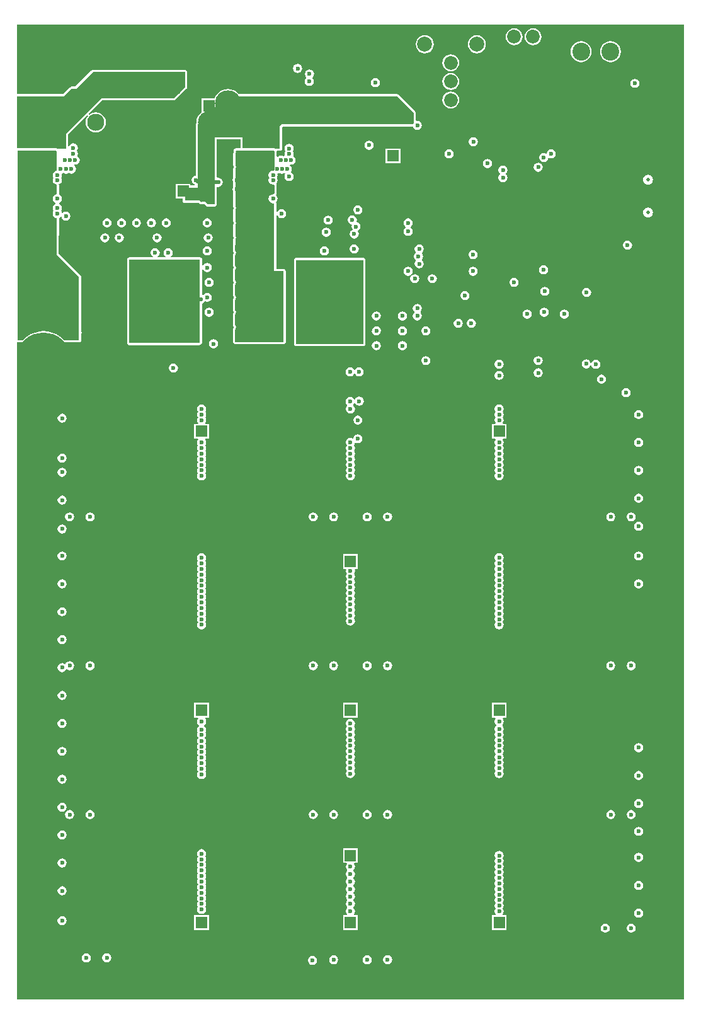
<source format=gbl>
%FSLAX44Y44*%
%MOMM*%
G71*
G01*
G75*
G04 Layer_Physical_Order=4*
G04 Layer_Color=21504*
G04:AMPARAMS|DCode=10|XSize=2.7mm|YSize=1.15mm|CornerRadius=0.2013mm|HoleSize=0mm|Usage=FLASHONLY|Rotation=90.000|XOffset=0mm|YOffset=0mm|HoleType=Round|Shape=RoundedRectangle|*
%AMROUNDEDRECTD10*
21,1,2.7000,0.7475,0,0,90.0*
21,1,2.2975,1.1500,0,0,90.0*
1,1,0.4025,0.3738,1.1487*
1,1,0.4025,0.3738,-1.1487*
1,1,0.4025,-0.3738,-1.1487*
1,1,0.4025,-0.3738,1.1487*
%
%ADD10ROUNDEDRECTD10*%
G04:AMPARAMS|DCode=11|XSize=2.7mm|YSize=1.15mm|CornerRadius=0.2013mm|HoleSize=0mm|Usage=FLASHONLY|Rotation=0.000|XOffset=0mm|YOffset=0mm|HoleType=Round|Shape=RoundedRectangle|*
%AMROUNDEDRECTD11*
21,1,2.7000,0.7475,0,0,0.0*
21,1,2.2975,1.1500,0,0,0.0*
1,1,0.4025,1.1487,-0.3738*
1,1,0.4025,-1.1487,-0.3738*
1,1,0.4025,-1.1487,0.3738*
1,1,0.4025,1.1487,0.3738*
%
%ADD11ROUNDEDRECTD11*%
%ADD12O,1.3500X0.5000*%
G04:AMPARAMS|DCode=13|XSize=1mm|YSize=0.9mm|CornerRadius=0.198mm|HoleSize=0mm|Usage=FLASHONLY|Rotation=180.000|XOffset=0mm|YOffset=0mm|HoleType=Round|Shape=RoundedRectangle|*
%AMROUNDEDRECTD13*
21,1,1.0000,0.5040,0,0,180.0*
21,1,0.6040,0.9000,0,0,180.0*
1,1,0.3960,-0.3020,0.2520*
1,1,0.3960,0.3020,0.2520*
1,1,0.3960,0.3020,-0.2520*
1,1,0.3960,-0.3020,-0.2520*
%
%ADD13ROUNDEDRECTD13*%
G04:AMPARAMS|DCode=14|XSize=1.45mm|YSize=1.15mm|CornerRadius=0.2013mm|HoleSize=0mm|Usage=FLASHONLY|Rotation=270.000|XOffset=0mm|YOffset=0mm|HoleType=Round|Shape=RoundedRectangle|*
%AMROUNDEDRECTD14*
21,1,1.4500,0.7475,0,0,270.0*
21,1,1.0475,1.1500,0,0,270.0*
1,1,0.4025,-0.3738,-0.5238*
1,1,0.4025,-0.3738,0.5238*
1,1,0.4025,0.3738,0.5238*
1,1,0.4025,0.3738,-0.5238*
%
%ADD14ROUNDEDRECTD14*%
%ADD15O,1.5500X0.6000*%
G04:AMPARAMS|DCode=16|XSize=1mm|YSize=0.95mm|CornerRadius=0.1995mm|HoleSize=0mm|Usage=FLASHONLY|Rotation=270.000|XOffset=0mm|YOffset=0mm|HoleType=Round|Shape=RoundedRectangle|*
%AMROUNDEDRECTD16*
21,1,1.0000,0.5510,0,0,270.0*
21,1,0.6010,0.9500,0,0,270.0*
1,1,0.3990,-0.2755,-0.3005*
1,1,0.3990,-0.2755,0.3005*
1,1,0.3990,0.2755,0.3005*
1,1,0.3990,0.2755,-0.3005*
%
%ADD16ROUNDEDRECTD16*%
G04:AMPARAMS|DCode=17|XSize=1mm|YSize=0.95mm|CornerRadius=0.1995mm|HoleSize=0mm|Usage=FLASHONLY|Rotation=180.000|XOffset=0mm|YOffset=0mm|HoleType=Round|Shape=RoundedRectangle|*
%AMROUNDEDRECTD17*
21,1,1.0000,0.5510,0,0,180.0*
21,1,0.6010,0.9500,0,0,180.0*
1,1,0.3990,-0.3005,0.2755*
1,1,0.3990,0.3005,0.2755*
1,1,0.3990,0.3005,-0.2755*
1,1,0.3990,-0.3005,-0.2755*
%
%ADD17ROUNDEDRECTD17*%
G04:AMPARAMS|DCode=18|XSize=1mm|YSize=0.9mm|CornerRadius=0.198mm|HoleSize=0mm|Usage=FLASHONLY|Rotation=270.000|XOffset=0mm|YOffset=0mm|HoleType=Round|Shape=RoundedRectangle|*
%AMROUNDEDRECTD18*
21,1,1.0000,0.5040,0,0,270.0*
21,1,0.6040,0.9000,0,0,270.0*
1,1,0.3960,-0.2520,-0.3020*
1,1,0.3960,-0.2520,0.3020*
1,1,0.3960,0.2520,0.3020*
1,1,0.3960,0.2520,-0.3020*
%
%ADD18ROUNDEDRECTD18*%
G04:AMPARAMS|DCode=19|XSize=1.45mm|YSize=1.15mm|CornerRadius=0.2013mm|HoleSize=0mm|Usage=FLASHONLY|Rotation=0.000|XOffset=0mm|YOffset=0mm|HoleType=Round|Shape=RoundedRectangle|*
%AMROUNDEDRECTD19*
21,1,1.4500,0.7475,0,0,0.0*
21,1,1.0475,1.1500,0,0,0.0*
1,1,0.4025,0.5238,-0.3738*
1,1,0.4025,-0.5238,-0.3738*
1,1,0.4025,-0.5238,0.3738*
1,1,0.4025,0.5238,0.3738*
%
%ADD19ROUNDEDRECTD19*%
%ADD20O,0.6000X1.5500*%
G04:AMPARAMS|DCode=21|XSize=1.05mm|YSize=0.65mm|CornerRadius=0.2015mm|HoleSize=0mm|Usage=FLASHONLY|Rotation=180.000|XOffset=0mm|YOffset=0mm|HoleType=Round|Shape=RoundedRectangle|*
%AMROUNDEDRECTD21*
21,1,1.0500,0.2470,0,0,180.0*
21,1,0.6470,0.6500,0,0,180.0*
1,1,0.4030,-0.3235,0.1235*
1,1,0.4030,0.3235,0.1235*
1,1,0.4030,0.3235,-0.1235*
1,1,0.4030,-0.3235,-0.1235*
%
%ADD21ROUNDEDRECTD21*%
G04:AMPARAMS|DCode=22|XSize=1.75mm|YSize=1.05mm|CornerRadius=0.1995mm|HoleSize=0mm|Usage=FLASHONLY|Rotation=270.000|XOffset=0mm|YOffset=0mm|HoleType=Round|Shape=RoundedRectangle|*
%AMROUNDEDRECTD22*
21,1,1.7500,0.6510,0,0,270.0*
21,1,1.3510,1.0500,0,0,270.0*
1,1,0.3990,-0.3255,-0.6755*
1,1,0.3990,-0.3255,0.6755*
1,1,0.3990,0.3255,0.6755*
1,1,0.3990,0.3255,-0.6755*
%
%ADD22ROUNDEDRECTD22*%
%ADD23O,0.5000X1.3500*%
G04:AMPARAMS|DCode=24|XSize=6.5mm|YSize=5mm|CornerRadius=0.25mm|HoleSize=0mm|Usage=FLASHONLY|Rotation=90.000|XOffset=0mm|YOffset=0mm|HoleType=Round|Shape=RoundedRectangle|*
%AMROUNDEDRECTD24*
21,1,6.5000,4.5000,0,0,90.0*
21,1,6.0000,5.0000,0,0,90.0*
1,1,0.5000,2.2500,3.0000*
1,1,0.5000,2.2500,-3.0000*
1,1,0.5000,-2.2500,-3.0000*
1,1,0.5000,-2.2500,3.0000*
%
%ADD24ROUNDEDRECTD24*%
%ADD25C,1.3000*%
%ADD26R,1.3000X1.3000*%
G04:AMPARAMS|DCode=27|XSize=4.9mm|YSize=1.6mm|CornerRadius=0.2mm|HoleSize=0mm|Usage=FLASHONLY|Rotation=180.000|XOffset=0mm|YOffset=0mm|HoleType=Round|Shape=RoundedRectangle|*
%AMROUNDEDRECTD27*
21,1,4.9000,1.2000,0,0,180.0*
21,1,4.5000,1.6000,0,0,180.0*
1,1,0.4000,-2.2500,0.6000*
1,1,0.4000,2.2500,0.6000*
1,1,0.4000,2.2500,-0.6000*
1,1,0.4000,-2.2500,-0.6000*
%
%ADD27ROUNDEDRECTD27*%
%ADD28O,1.5000X0.3000*%
%ADD29O,0.3000X1.5000*%
%ADD30C,1.0000*%
G04:AMPARAMS|DCode=31|XSize=1.1mm|YSize=0.6mm|CornerRadius=0.201mm|HoleSize=0mm|Usage=FLASHONLY|Rotation=270.000|XOffset=0mm|YOffset=0mm|HoleType=Round|Shape=RoundedRectangle|*
%AMROUNDEDRECTD31*
21,1,1.1000,0.1980,0,0,270.0*
21,1,0.6980,0.6000,0,0,270.0*
1,1,0.4020,-0.0990,-0.3490*
1,1,0.4020,-0.0990,0.3490*
1,1,0.4020,0.0990,0.3490*
1,1,0.4020,0.0990,-0.3490*
%
%ADD31ROUNDEDRECTD31*%
G04:AMPARAMS|DCode=32|XSize=2.5mm|YSize=2mm|CornerRadius=0.2mm|HoleSize=0mm|Usage=FLASHONLY|Rotation=180.000|XOffset=0mm|YOffset=0mm|HoleType=Round|Shape=RoundedRectangle|*
%AMROUNDEDRECTD32*
21,1,2.5000,1.6000,0,0,180.0*
21,1,2.1000,2.0000,0,0,180.0*
1,1,0.4000,-1.0500,0.8000*
1,1,0.4000,1.0500,0.8000*
1,1,0.4000,1.0500,-0.8000*
1,1,0.4000,-1.0500,-0.8000*
%
%ADD32ROUNDEDRECTD32*%
G04:AMPARAMS|DCode=33|XSize=2.3mm|YSize=0.5mm|CornerRadius=0.2mm|HoleSize=0mm|Usage=FLASHONLY|Rotation=180.000|XOffset=0mm|YOffset=0mm|HoleType=Round|Shape=RoundedRectangle|*
%AMROUNDEDRECTD33*
21,1,2.3000,0.1000,0,0,180.0*
21,1,1.9000,0.5000,0,0,180.0*
1,1,0.4000,-0.9500,0.0500*
1,1,0.4000,0.9500,0.0500*
1,1,0.4000,0.9500,-0.0500*
1,1,0.4000,-0.9500,-0.0500*
%
%ADD33ROUNDEDRECTD33*%
G04:AMPARAMS|DCode=34|XSize=1mm|YSize=0.45mm|CornerRadius=0.1125mm|HoleSize=0mm|Usage=FLASHONLY|Rotation=0.000|XOffset=0mm|YOffset=0mm|HoleType=Round|Shape=RoundedRectangle|*
%AMROUNDEDRECTD34*
21,1,1.0000,0.2250,0,0,0.0*
21,1,0.7750,0.4500,0,0,0.0*
1,1,0.2250,0.3875,-0.1125*
1,1,0.2250,-0.3875,-0.1125*
1,1,0.2250,-0.3875,0.1125*
1,1,0.2250,0.3875,0.1125*
%
%ADD34ROUNDEDRECTD34*%
G04:AMPARAMS|DCode=35|XSize=1.35mm|YSize=1.65mm|CornerRadius=0.27mm|HoleSize=0mm|Usage=FLASHONLY|Rotation=90.000|XOffset=0mm|YOffset=0mm|HoleType=Round|Shape=RoundedRectangle|*
%AMROUNDEDRECTD35*
21,1,1.3500,1.1100,0,0,90.0*
21,1,0.8100,1.6500,0,0,90.0*
1,1,0.5400,0.5550,0.4050*
1,1,0.5400,0.5550,-0.4050*
1,1,0.5400,-0.5550,-0.4050*
1,1,0.5400,-0.5550,0.4050*
%
%ADD35ROUNDEDRECTD35*%
G04:AMPARAMS|DCode=36|XSize=0.7mm|YSize=0.25mm|CornerRadius=0.0838mm|HoleSize=0mm|Usage=FLASHONLY|Rotation=0.000|XOffset=0mm|YOffset=0mm|HoleType=Round|Shape=RoundedRectangle|*
%AMROUNDEDRECTD36*
21,1,0.7000,0.0825,0,0,0.0*
21,1,0.5325,0.2500,0,0,0.0*
1,1,0.1675,0.2662,-0.0413*
1,1,0.1675,-0.2662,-0.0413*
1,1,0.1675,-0.2662,0.0413*
1,1,0.1675,0.2662,0.0413*
%
%ADD36ROUNDEDRECTD36*%
G04:AMPARAMS|DCode=37|XSize=3mm|YSize=1.65mm|CornerRadius=0.1073mm|HoleSize=0mm|Usage=FLASHONLY|Rotation=90.000|XOffset=0mm|YOffset=0mm|HoleType=Round|Shape=RoundedRectangle|*
%AMROUNDEDRECTD37*
21,1,3.0000,1.4355,0,0,90.0*
21,1,2.7855,1.6500,0,0,90.0*
1,1,0.2145,0.7178,1.3927*
1,1,0.2145,0.7178,-1.3927*
1,1,0.2145,-0.7178,-1.3927*
1,1,0.2145,-0.7178,1.3927*
%
%ADD37ROUNDEDRECTD37*%
G04:AMPARAMS|DCode=38|XSize=1.2mm|YSize=1.2mm|CornerRadius=0.198mm|HoleSize=0mm|Usage=FLASHONLY|Rotation=0.000|XOffset=0mm|YOffset=0mm|HoleType=Round|Shape=RoundedRectangle|*
%AMROUNDEDRECTD38*
21,1,1.2000,0.8040,0,0,0.0*
21,1,0.8040,1.2000,0,0,0.0*
1,1,0.3960,0.4020,-0.4020*
1,1,0.3960,-0.4020,-0.4020*
1,1,0.3960,-0.4020,0.4020*
1,1,0.3960,0.4020,0.4020*
%
%ADD38ROUNDEDRECTD38*%
G04:AMPARAMS|DCode=39|XSize=1.2mm|YSize=1.2mm|CornerRadius=0.198mm|HoleSize=0mm|Usage=FLASHONLY|Rotation=270.000|XOffset=0mm|YOffset=0mm|HoleType=Round|Shape=RoundedRectangle|*
%AMROUNDEDRECTD39*
21,1,1.2000,0.8040,0,0,270.0*
21,1,0.8040,1.2000,0,0,270.0*
1,1,0.3960,-0.4020,-0.4020*
1,1,0.3960,-0.4020,0.4020*
1,1,0.3960,0.4020,0.4020*
1,1,0.3960,0.4020,-0.4020*
%
%ADD39ROUNDEDRECTD39*%
G04:AMPARAMS|DCode=40|XSize=6.45mm|YSize=6mm|CornerRadius=0.21mm|HoleSize=0mm|Usage=FLASHONLY|Rotation=90.000|XOffset=0mm|YOffset=0mm|HoleType=Round|Shape=RoundedRectangle|*
%AMROUNDEDRECTD40*
21,1,6.4500,5.5800,0,0,90.0*
21,1,6.0300,6.0000,0,0,90.0*
1,1,0.4200,2.7900,3.0150*
1,1,0.4200,2.7900,-3.0150*
1,1,0.4200,-2.7900,-3.0150*
1,1,0.4200,-2.7900,3.0150*
%
%ADD40ROUNDEDRECTD40*%
G04:AMPARAMS|DCode=41|XSize=2.85mm|YSize=1mm|CornerRadius=0.2mm|HoleSize=0mm|Usage=FLASHONLY|Rotation=90.000|XOffset=0mm|YOffset=0mm|HoleType=Round|Shape=RoundedRectangle|*
%AMROUNDEDRECTD41*
21,1,2.8500,0.6000,0,0,90.0*
21,1,2.4500,1.0000,0,0,90.0*
1,1,0.4000,0.3000,1.2250*
1,1,0.4000,0.3000,-1.2250*
1,1,0.4000,-0.3000,-1.2250*
1,1,0.4000,-0.3000,1.2250*
%
%ADD41ROUNDEDRECTD41*%
G04:AMPARAMS|DCode=42|XSize=3.95mm|YSize=1.5mm|CornerRadius=0.2475mm|HoleSize=0mm|Usage=FLASHONLY|Rotation=90.000|XOffset=0mm|YOffset=0mm|HoleType=Round|Shape=RoundedRectangle|*
%AMROUNDEDRECTD42*
21,1,3.9500,1.0050,0,0,90.0*
21,1,3.4550,1.5000,0,0,90.0*
1,1,0.4950,0.5025,1.7275*
1,1,0.4950,0.5025,-1.7275*
1,1,0.4950,-0.5025,-1.7275*
1,1,0.4950,-0.5025,1.7275*
%
%ADD42ROUNDEDRECTD42*%
G04:AMPARAMS|DCode=43|XSize=6.4mm|YSize=10.5mm|CornerRadius=0.128mm|HoleSize=0mm|Usage=FLASHONLY|Rotation=90.000|XOffset=0mm|YOffset=0mm|HoleType=Round|Shape=RoundedRectangle|*
%AMROUNDEDRECTD43*
21,1,6.4000,10.2440,0,0,90.0*
21,1,6.1440,10.5000,0,0,90.0*
1,1,0.2560,5.1220,3.0720*
1,1,0.2560,5.1220,-3.0720*
1,1,0.2560,-5.1220,-3.0720*
1,1,0.2560,-5.1220,3.0720*
%
%ADD43ROUNDEDRECTD43*%
%ADD44C,0.6000*%
%ADD45C,0.4000*%
%ADD46O,0.2500X0.8500*%
%ADD47O,0.8500X0.2500*%
%ADD48C,0.5000*%
%ADD49C,0.6000*%
%ADD50C,0.2500*%
%ADD51C,0.3500*%
%ADD52C,0.8000*%
%ADD53C,0.4000*%
%ADD54C,0.2540*%
%ADD55C,1.0000*%
%ADD56C,0.4500*%
%ADD57C,0.5500*%
%ADD58C,0.3000*%
%ADD59C,1.6000*%
%ADD60R,1.6000X1.6000*%
%ADD61C,6.0000*%
%ADD62C,3.0000*%
%ADD63C,2.0000*%
%ADD64C,7.0000*%
%ADD65C,0.5000*%
%ADD66C,1.8500*%
%ADD67C,2.4000*%
%ADD68C,3.5000*%
%ADD69C,2.3000*%
%ADD70C,1.8000*%
%ADD71C,2.0000*%
G36*
X-222500Y777500D02*
X-237500Y762500D01*
X-335000D01*
X-382500Y715000D01*
Y695000D01*
X-394123D01*
X-394145Y695015D01*
X-394609Y695325D01*
X-394610Y695326D01*
X-394610Y695326D01*
X-395181Y695440D01*
X-395780Y695559D01*
X-395780Y695559D01*
X-395781Y695559D01*
X-447000D01*
X-447285Y695502D01*
X-448340Y696210D01*
X-448628Y697687D01*
Y765000D01*
X-385000D01*
X-375000Y775000D01*
X-368632D01*
X-346132Y797500D01*
X-222500D01*
Y777500D01*
D02*
G37*
G36*
X448628Y445000D02*
X448628Y445000D01*
X448628D01*
Y-35000D01*
Y-448628D01*
X-448628D01*
Y430473D01*
X-447805Y434519D01*
X-447646Y434649D01*
X-447191Y434559D01*
X-446604Y434441D01*
X-446603Y434441D01*
X-446601Y434441D01*
X-439806D01*
X-439687Y434465D01*
X-439566Y434451D01*
X-439105Y434581D01*
X-438636Y434674D01*
X-438535Y434742D01*
X-438418Y434775D01*
X-438042Y435071D01*
X-437643Y435337D01*
X-437576Y435438D01*
X-437480Y435513D01*
X-436574Y436574D01*
X-432512Y440044D01*
X-427957Y442835D01*
X-423021Y444880D01*
X-417826Y446127D01*
X-412500Y446546D01*
X-407174Y446127D01*
X-401979Y444880D01*
X-397043Y442835D01*
X-392488Y440044D01*
X-388426Y436574D01*
X-387520Y435513D01*
X-387424Y435438D01*
X-387357Y435337D01*
X-386959Y435071D01*
X-386582Y434775D01*
X-386465Y434742D01*
X-386364Y434674D01*
X-385895Y434581D01*
X-385434Y434451D01*
X-385313Y434465D01*
X-385194Y434441D01*
X-365000D01*
X-363829Y434674D01*
X-362837Y435337D01*
X-362174Y436329D01*
X-361941Y437500D01*
Y445020D01*
X-361848Y445159D01*
X-361382Y447500D01*
X-361848Y449841D01*
X-361941Y449980D01*
Y450751D01*
Y522500D01*
X-362174Y523671D01*
X-362837Y524663D01*
X-391940Y553766D01*
X-391900Y601571D01*
X-391944Y601791D01*
X-391658Y601848D01*
X-389674Y603174D01*
X-389655Y603202D01*
X-388410Y602954D01*
X-388152Y601659D01*
X-386826Y599674D01*
X-384841Y598348D01*
X-382500Y597882D01*
X-380159Y598348D01*
X-378174Y599674D01*
X-376848Y601659D01*
X-376382Y604000D01*
X-376848Y606341D01*
X-378174Y608326D01*
X-380159Y609652D01*
X-382500Y610118D01*
X-384841Y609652D01*
X-386826Y608326D01*
X-386844Y608298D01*
X-388090Y608546D01*
X-388347Y609841D01*
X-389289Y611250D01*
X-388347Y612659D01*
X-387882Y615000D01*
X-388347Y617341D01*
X-389674Y619326D01*
X-389999Y619543D01*
D01*
X-391604Y620615D01*
Y621885D01*
X-389674Y623175D01*
X-388347Y625160D01*
X-387882Y627501D01*
X-388347Y629842D01*
X-389674Y631827D01*
X-391658Y633153D01*
X-391693Y633160D01*
X-391873Y633430D01*
X-391862Y646563D01*
X-391909Y646798D01*
X-391658Y646848D01*
X-389674Y648174D01*
X-388347Y650159D01*
X-387882Y652500D01*
X-388347Y654841D01*
X-388955Y655750D01*
X-388347Y656660D01*
X-387882Y659001D01*
X-388176Y660480D01*
X-387470Y661536D01*
X-387159Y661598D01*
X-385750Y662540D01*
X-384341Y661598D01*
X-382000Y661133D01*
X-379659Y661598D01*
X-378499Y662373D01*
X-377341Y661599D01*
X-375000Y661133D01*
X-372659Y661599D01*
X-370674Y662925D01*
X-369348Y664910D01*
X-368883Y667251D01*
X-369348Y669592D01*
X-370674Y671577D01*
X-371571Y672176D01*
X-371085Y673349D01*
X-369999Y673133D01*
X-367658Y673599D01*
X-365674Y674925D01*
X-364347Y676910D01*
X-364280Y677248D01*
X-363882Y679251D01*
X-364347Y681592D01*
X-365674Y683577D01*
X-366701Y684263D01*
X-366949Y685509D01*
X-366848Y685659D01*
X-366382Y688000D01*
X-366848Y690341D01*
X-367873Y691875D01*
X-366848Y693410D01*
X-366382Y695751D01*
X-366848Y698092D01*
X-368174Y700077D01*
X-370159Y701403D01*
X-372500Y701868D01*
X-374841Y701403D01*
X-376826Y700077D01*
X-378152Y698092D01*
X-378177Y697964D01*
X-379441Y698088D01*
Y713733D01*
X-353889Y739285D01*
X-352934Y738448D01*
X-354192Y736808D01*
X-355552Y733524D01*
X-356017Y730000D01*
X-355552Y726476D01*
X-354192Y723192D01*
X-352028Y720372D01*
X-349208Y718208D01*
X-345924Y716848D01*
X-342400Y716384D01*
X-338876Y716848D01*
X-335592Y718208D01*
X-332772Y720372D01*
X-330608Y723192D01*
X-329248Y726476D01*
X-328783Y730000D01*
X-329248Y733524D01*
X-330608Y736808D01*
X-332772Y739628D01*
X-335592Y741792D01*
X-338876Y743152D01*
X-342400Y743616D01*
X-345924Y743152D01*
X-349208Y741792D01*
X-350848Y740534D01*
X-351685Y741489D01*
X-333733Y759441D01*
X-237500D01*
X-236329Y759674D01*
X-235337Y760337D01*
X-235337Y760337D01*
X-220337Y775337D01*
X-219674Y776329D01*
X-219441Y777500D01*
X-219441Y777500D01*
Y797500D01*
X-219674Y798671D01*
X-220337Y799663D01*
X-221329Y800326D01*
X-222500Y800559D01*
X-346132D01*
X-346132Y800559D01*
X-347303Y800326D01*
X-348295Y799663D01*
X-348295Y799663D01*
X-369899Y778059D01*
X-375000D01*
X-375000Y778059D01*
X-376171Y777826D01*
X-377163Y777163D01*
X-377163Y777163D01*
X-386267Y768059D01*
X-448628D01*
Y861628D01*
X448628D01*
Y445000D01*
D02*
G37*
G36*
X-394883Y691602D02*
X-394906Y664938D01*
X-396340Y664653D01*
X-398325Y663327D01*
X-399651Y661342D01*
X-400117Y659001D01*
X-399651Y656660D01*
X-399044Y655750D01*
X-399651Y654841D01*
X-400117Y652500D01*
X-399651Y650159D01*
X-398325Y648174D01*
X-396340Y646848D01*
X-394921Y646566D01*
X-394932Y633433D01*
X-396340Y633153D01*
X-398325Y631827D01*
X-399651Y629842D01*
X-400117Y627501D01*
X-399651Y625160D01*
X-398325Y623175D01*
X-396395Y621885D01*
Y620615D01*
X-398325Y619326D01*
X-399651Y617341D01*
X-400117Y615000D01*
X-399651Y612659D01*
X-398710Y611250D01*
X-399651Y609841D01*
X-400117Y607500D01*
X-399651Y605159D01*
X-398325Y603174D01*
X-396340Y601848D01*
X-394959Y601573D01*
X-395000Y552500D01*
X-365000Y522500D01*
Y437500D01*
X-385194D01*
X-386256Y438744D01*
X-390685Y442526D01*
X-395650Y445569D01*
X-401031Y447798D01*
X-406694Y449157D01*
X-412500Y449614D01*
X-418306Y449157D01*
X-423969Y447798D01*
X-429350Y445569D01*
X-434315Y442526D01*
X-438744Y438744D01*
X-439806Y437500D01*
X-446601D01*
X-447498Y438399D01*
X-447000Y692500D01*
X-395781D01*
X-394883Y691602D01*
D02*
G37*
%LPC*%
G36*
X-350000Y206117D02*
X-352341Y205652D01*
X-354326Y204326D01*
X-355652Y202341D01*
X-356118Y200000D01*
X-355652Y197659D01*
X-354326Y195674D01*
X-352341Y194348D01*
X-350000Y193883D01*
X-347659Y194348D01*
X-345674Y195674D01*
X-344348Y197659D01*
X-343882Y200000D01*
X-344348Y202341D01*
X-345674Y204326D01*
X-347659Y205652D01*
X-350000Y206117D01*
D02*
G37*
G36*
X-387500Y153617D02*
X-389841Y153152D01*
X-391826Y151826D01*
X-393152Y149841D01*
X-393618Y147500D01*
X-393152Y145159D01*
X-391826Y143174D01*
X-389841Y141848D01*
X-387500Y141383D01*
X-385159Y141848D01*
X-383174Y143174D01*
X-381848Y145159D01*
X-381382Y147500D01*
X-381848Y149841D01*
X-383174Y151826D01*
X-385159Y153152D01*
X-387500Y153617D01*
D02*
G37*
G36*
X387500Y116117D02*
X385159Y115652D01*
X383174Y114326D01*
X381848Y112341D01*
X381382Y110000D01*
X381848Y107659D01*
X383174Y105674D01*
X385159Y104348D01*
X387500Y103883D01*
X389841Y104348D01*
X391826Y105674D01*
X393152Y107659D01*
X393618Y110000D01*
X393152Y112341D01*
X391826Y114326D01*
X389841Y115652D01*
X387500Y116117D01*
D02*
G37*
G36*
X-50000Y206117D02*
X-52341Y205652D01*
X-54326Y204326D01*
X-55652Y202341D01*
X-56118Y200000D01*
X-55652Y197659D01*
X-54326Y195674D01*
X-52341Y194348D01*
X-50000Y193883D01*
X-47659Y194348D01*
X-45674Y195674D01*
X-44348Y197659D01*
X-43882Y200000D01*
X-44348Y202341D01*
X-45674Y204326D01*
X-47659Y205652D01*
X-50000Y206117D01*
D02*
G37*
G36*
X-387500Y189867D02*
X-389841Y189402D01*
X-391826Y188076D01*
X-393152Y186091D01*
X-393618Y183750D01*
X-393152Y181409D01*
X-391826Y179424D01*
X-389841Y178098D01*
X-387500Y177633D01*
X-385159Y178098D01*
X-383174Y179424D01*
X-381848Y181409D01*
X-381382Y183750D01*
X-381848Y186091D01*
X-383174Y188076D01*
X-385159Y189402D01*
X-387500Y189867D01*
D02*
G37*
G36*
X387500Y193617D02*
X385159Y193152D01*
X383174Y191826D01*
X381848Y189841D01*
X381382Y187500D01*
X381848Y185159D01*
X383174Y183174D01*
X385159Y181848D01*
X387500Y181383D01*
X389841Y181848D01*
X391826Y183174D01*
X393152Y185159D01*
X393618Y187500D01*
X393152Y189841D01*
X391826Y191826D01*
X389841Y193152D01*
X387500Y193617D01*
D02*
G37*
G36*
Y153617D02*
X385159Y153152D01*
X383174Y151826D01*
X381848Y149841D01*
X381382Y147500D01*
X381848Y145159D01*
X383174Y143174D01*
X385159Y141848D01*
X387500Y141383D01*
X389841Y141848D01*
X391826Y143174D01*
X393152Y145159D01*
X393618Y147500D01*
X393152Y149841D01*
X391826Y151826D01*
X389841Y153152D01*
X387500Y153617D01*
D02*
G37*
G36*
X-377500Y206117D02*
X-379841Y205652D01*
X-381826Y204326D01*
X-383152Y202341D01*
X-383618Y200000D01*
X-383152Y197659D01*
X-381826Y195674D01*
X-379841Y194348D01*
X-377500Y193883D01*
X-375159Y194348D01*
X-373174Y195674D01*
X-371848Y197659D01*
X-371382Y200000D01*
X-371848Y202341D01*
X-373174Y204326D01*
X-375159Y205652D01*
X-377500Y206117D01*
D02*
G37*
G36*
X-387500Y116117D02*
X-389841Y115652D01*
X-391826Y114326D01*
X-393152Y112341D01*
X-393618Y110000D01*
X-393152Y107659D01*
X-391826Y105674D01*
X-389841Y104348D01*
X-387500Y103883D01*
X-385159Y104348D01*
X-383174Y105674D01*
X-381848Y107659D01*
X-381382Y110000D01*
X-381848Y112341D01*
X-383174Y114326D01*
X-385159Y115652D01*
X-387500Y116117D01*
D02*
G37*
G36*
X350000Y6118D02*
X347659Y5652D01*
X345674Y4326D01*
X344348Y2341D01*
X343882Y0D01*
X344348Y-2341D01*
X345674Y-4326D01*
X347659Y-5652D01*
X350000Y-6118D01*
X352341Y-5652D01*
X354326Y-4326D01*
X355652Y-2341D01*
X356118Y0D01*
X355652Y2341D01*
X354326Y4326D01*
X352341Y5652D01*
X350000Y6118D01*
D02*
G37*
G36*
X377500D02*
X375159Y5652D01*
X373174Y4326D01*
X371848Y2341D01*
X371382Y0D01*
X371848Y-2341D01*
X373174Y-4326D01*
X375159Y-5652D01*
X377500Y-6118D01*
X379841Y-5652D01*
X381826Y-4326D01*
X383152Y-2341D01*
X383618Y0D01*
X383152Y2341D01*
X381826Y4326D01*
X379841Y5652D01*
X377500Y6118D01*
D02*
G37*
G36*
X50000D02*
X47659Y5652D01*
X45674Y4326D01*
X44348Y2341D01*
X43882Y0D01*
X44348Y-2341D01*
X45674Y-4326D01*
X47659Y-5652D01*
X50000Y-6118D01*
X52341Y-5652D01*
X54326Y-4326D01*
X55652Y-2341D01*
X56118Y0D01*
X55652Y2341D01*
X54326Y4326D01*
X52341Y5652D01*
X50000Y6118D01*
D02*
G37*
G36*
X-22500D02*
X-24841Y5652D01*
X-26826Y4326D01*
X-28152Y2341D01*
X-28617Y0D01*
X-28152Y-2341D01*
X-26826Y-4326D01*
X-24841Y-5652D01*
X-22500Y-6118D01*
X-20159Y-5652D01*
X-18174Y-4326D01*
X-16848Y-2341D01*
X-16382Y0D01*
X-16848Y2341D01*
X-18174Y4326D01*
X-20159Y5652D01*
X-22500Y6118D01*
D02*
G37*
G36*
X22500D02*
X20159Y5652D01*
X18174Y4326D01*
X16848Y2341D01*
X16382Y0D01*
X16848Y-2341D01*
X18174Y-4326D01*
X20159Y-5652D01*
X22500Y-6118D01*
X24841Y-5652D01*
X26826Y-4326D01*
X28152Y-2341D01*
X28617Y0D01*
X28152Y2341D01*
X26826Y4326D01*
X24841Y5652D01*
X22500Y6118D01*
D02*
G37*
G36*
X-377500D02*
X-379841Y5652D01*
X-381826Y4326D01*
X-383152Y2341D01*
X-383642Y2138D01*
X-385159Y3152D01*
X-387500Y3618D01*
X-389841Y3152D01*
X-391826Y1826D01*
X-393152Y-159D01*
X-393618Y-2500D01*
X-393152Y-4841D01*
X-391826Y-6826D01*
X-389841Y-8152D01*
X-387500Y-8618D01*
X-385159Y-8152D01*
X-383174Y-6826D01*
X-381848Y-4841D01*
X-381358Y-4638D01*
X-379841Y-5652D01*
X-377500Y-6118D01*
X-375159Y-5652D01*
X-373174Y-4326D01*
X-371848Y-2341D01*
X-371382Y0D01*
X-371848Y2341D01*
X-373174Y4326D01*
X-375159Y5652D01*
X-377500Y6118D01*
D02*
G37*
G36*
X10000Y150000D02*
X-10000D01*
Y130000D01*
X-6621D01*
X-5816Y129018D01*
X-6118Y127500D01*
X-5652Y125159D01*
X-4710Y123750D01*
X-5652Y122341D01*
X-6118Y120000D01*
X-5652Y117659D01*
X-4710Y116250D01*
X-5652Y114841D01*
X-6118Y112500D01*
X-5652Y110159D01*
X-4710Y108750D01*
X-5652Y107341D01*
X-6118Y105000D01*
X-5652Y102659D01*
X-4710Y101250D01*
X-5652Y99841D01*
X-6118Y97500D01*
X-5652Y95159D01*
X-4710Y93750D01*
X-5652Y92341D01*
X-6118Y90000D01*
X-5652Y87659D01*
X-4710Y86250D01*
X-5652Y84841D01*
X-6118Y82500D01*
X-5652Y80159D01*
X-4710Y78750D01*
X-5652Y77341D01*
X-6118Y75000D01*
X-5652Y72659D01*
X-4710Y71250D01*
X-5652Y69841D01*
X-6118Y67500D01*
X-5652Y65159D01*
X-4710Y63750D01*
X-5652Y62341D01*
X-6118Y60000D01*
X-5652Y57659D01*
X-4326Y55674D01*
X-2341Y54348D01*
X0Y53882D01*
X2341Y54348D01*
X4326Y55674D01*
X5652Y57659D01*
X6118Y60000D01*
X5652Y62341D01*
X4710Y63750D01*
X5652Y65159D01*
X6118Y67500D01*
X5652Y69841D01*
X4710Y71250D01*
X5652Y72659D01*
X6118Y75000D01*
X5652Y77341D01*
X4710Y78750D01*
X5652Y80159D01*
X6118Y82500D01*
X5652Y84841D01*
X4710Y86250D01*
X5652Y87659D01*
X6118Y90000D01*
X5652Y92341D01*
X4710Y93750D01*
X5652Y95159D01*
X6118Y97500D01*
X5652Y99841D01*
X4710Y101250D01*
X5652Y102659D01*
X6118Y105000D01*
X5652Y107341D01*
X4710Y108750D01*
X5652Y110159D01*
X6118Y112500D01*
X5652Y114841D01*
X4710Y116250D01*
X5652Y117659D01*
X6118Y120000D01*
X5652Y122341D01*
X4710Y123750D01*
X5652Y125159D01*
X6118Y127500D01*
X5816Y129018D01*
X6621Y130000D01*
X10000D01*
Y150000D01*
D02*
G37*
G36*
X-387500Y78618D02*
X-389841Y78152D01*
X-391826Y76826D01*
X-393152Y74841D01*
X-393618Y72500D01*
X-393152Y70159D01*
X-391826Y68174D01*
X-389841Y66848D01*
X-387500Y66382D01*
X-385159Y66848D01*
X-383174Y68174D01*
X-381848Y70159D01*
X-381382Y72500D01*
X-381848Y74841D01*
X-383174Y76826D01*
X-385159Y78152D01*
X-387500Y78618D01*
D02*
G37*
G36*
X200000Y151117D02*
X197659Y150652D01*
X195674Y149326D01*
X194348Y147341D01*
X193882Y145000D01*
X194348Y142659D01*
X195289Y141250D01*
X194348Y139841D01*
X193882Y137500D01*
X194348Y135159D01*
X195289Y133750D01*
X194348Y132341D01*
X193882Y130000D01*
X194348Y127659D01*
X195289Y126250D01*
X194348Y124841D01*
X193882Y122500D01*
X194348Y120159D01*
X195289Y118750D01*
X194348Y117341D01*
X193882Y115000D01*
X194348Y112659D01*
X195289Y111250D01*
X194348Y109841D01*
X193883Y107500D01*
X194348Y105159D01*
X195290Y103750D01*
X194348Y102341D01*
X193882Y100000D01*
X194348Y97659D01*
X195289Y96250D01*
X194348Y94841D01*
X193882Y92500D01*
X194348Y90159D01*
X195289Y88750D01*
X194348Y87341D01*
X193882Y85000D01*
X194348Y82659D01*
X195290Y81250D01*
X194348Y79841D01*
X193883Y77500D01*
X194348Y75159D01*
X195290Y73750D01*
X194348Y72341D01*
X193882Y70000D01*
X194348Y67659D01*
X195289Y66250D01*
X194348Y64841D01*
X193882Y62500D01*
X194348Y60159D01*
X195289Y58750D01*
X194348Y57341D01*
X193882Y55000D01*
X194348Y52659D01*
X195674Y50674D01*
X197659Y49348D01*
X200000Y48882D01*
X202341Y49348D01*
X204326Y50674D01*
X205652Y52659D01*
X206117Y55000D01*
X205652Y57341D01*
X204710Y58750D01*
X205652Y60159D01*
X206117Y62500D01*
X205652Y64841D01*
X204710Y66250D01*
X205652Y67659D01*
X206117Y70000D01*
X205652Y72341D01*
X204710Y73750D01*
X205652Y75159D01*
X206117Y77500D01*
X205652Y79841D01*
X204710Y81250D01*
X205652Y82659D01*
X206117Y85000D01*
X205652Y87341D01*
X204710Y88750D01*
X205652Y90159D01*
X206117Y92500D01*
X205652Y94841D01*
X204710Y96250D01*
X205652Y97659D01*
X206117Y100000D01*
X205652Y102341D01*
X204710Y103750D01*
X205652Y105159D01*
X206117Y107500D01*
X205652Y109841D01*
X204711Y111250D01*
X205652Y112659D01*
X206117Y115000D01*
X205652Y117341D01*
X204710Y118750D01*
X205652Y120159D01*
X206117Y122500D01*
X205652Y124841D01*
X204710Y126250D01*
X205652Y127659D01*
X206117Y130000D01*
X205652Y132341D01*
X204710Y133750D01*
X205652Y135159D01*
X206117Y137500D01*
X205652Y139841D01*
X204710Y141250D01*
X205652Y142659D01*
X206117Y145000D01*
X205652Y147341D01*
X204326Y149326D01*
X202341Y150652D01*
X200000Y151117D01*
D02*
G37*
G36*
X-387500Y41118D02*
X-389841Y40652D01*
X-391826Y39326D01*
X-393152Y37341D01*
X-393618Y35000D01*
X-393152Y32659D01*
X-391826Y30674D01*
X-389841Y29348D01*
X-387500Y28883D01*
X-385159Y29348D01*
X-383174Y30674D01*
X-381848Y32659D01*
X-381382Y35000D01*
X-381848Y37341D01*
X-383174Y39326D01*
X-385159Y40652D01*
X-387500Y41118D01*
D02*
G37*
G36*
X-200000Y151117D02*
X-202341Y150652D01*
X-204326Y149326D01*
X-205652Y147341D01*
X-206117Y145000D01*
X-205652Y142659D01*
X-204711Y141250D01*
X-205652Y139841D01*
X-206117Y137500D01*
X-205652Y135159D01*
X-204711Y133750D01*
X-205652Y132341D01*
X-206117Y130000D01*
X-205652Y127659D01*
X-204711Y126250D01*
X-205652Y124841D01*
X-206117Y122500D01*
X-205652Y120159D01*
X-204711Y118750D01*
X-205652Y117341D01*
X-206117Y115000D01*
X-205652Y112659D01*
X-204711Y111250D01*
X-205652Y109841D01*
X-206117Y107500D01*
X-205652Y105159D01*
X-204711Y103750D01*
X-205652Y102341D01*
X-206117Y100000D01*
X-205652Y97659D01*
X-204711Y96250D01*
X-205652Y94841D01*
X-206117Y92500D01*
X-205652Y90159D01*
X-204711Y88750D01*
X-205652Y87341D01*
X-206117Y85000D01*
X-205652Y82659D01*
X-204711Y81250D01*
X-205652Y79841D01*
X-206117Y77500D01*
X-205652Y75159D01*
X-204711Y73750D01*
X-205652Y72341D01*
X-206117Y70000D01*
X-205652Y67659D01*
X-204711Y66250D01*
X-205652Y64841D01*
X-206117Y62500D01*
X-205652Y60159D01*
X-204711Y58750D01*
X-205652Y57341D01*
X-206117Y55000D01*
X-205652Y52659D01*
X-204326Y50674D01*
X-202341Y49348D01*
X-200000Y48882D01*
X-197659Y49348D01*
X-195674Y50674D01*
X-194348Y52659D01*
X-193883Y55000D01*
X-194348Y57341D01*
X-195290Y58750D01*
X-194348Y60159D01*
X-193883Y62500D01*
X-194348Y64841D01*
X-195290Y66250D01*
X-194348Y67659D01*
X-193883Y70000D01*
X-194348Y72341D01*
X-195290Y73750D01*
X-194348Y75159D01*
X-193883Y77500D01*
X-194348Y79841D01*
X-195290Y81250D01*
X-194348Y82659D01*
X-193883Y85000D01*
X-194348Y87341D01*
X-195290Y88750D01*
X-194348Y90159D01*
X-193883Y92500D01*
X-194348Y94841D01*
X-195290Y96250D01*
X-194348Y97659D01*
X-193883Y100000D01*
X-194348Y102341D01*
X-195290Y103750D01*
X-194348Y105159D01*
X-193883Y107500D01*
X-194348Y109841D01*
X-195290Y111250D01*
X-194348Y112659D01*
X-193883Y115000D01*
X-194348Y117341D01*
X-195290Y118750D01*
X-194348Y120159D01*
X-193883Y122500D01*
X-194348Y124841D01*
X-195290Y126250D01*
X-194348Y127659D01*
X-193883Y130000D01*
X-194348Y132341D01*
X-195290Y133750D01*
X-194348Y135159D01*
X-193883Y137500D01*
X-194348Y139841D01*
X-195290Y141250D01*
X-194348Y142659D01*
X-193883Y145000D01*
X-194348Y147341D01*
X-195674Y149326D01*
X-197659Y150652D01*
X-200000Y151117D01*
D02*
G37*
G36*
X-22500Y206117D02*
X-24841Y205652D01*
X-26826Y204326D01*
X-28152Y202341D01*
X-28617Y200000D01*
X-28152Y197659D01*
X-26826Y195674D01*
X-24841Y194348D01*
X-22500Y193883D01*
X-20159Y194348D01*
X-18174Y195674D01*
X-16848Y197659D01*
X-16382Y200000D01*
X-16848Y202341D01*
X-18174Y204326D01*
X-20159Y205652D01*
X-22500Y206117D01*
D02*
G37*
G36*
X10000Y336118D02*
X7659Y335652D01*
X5674Y334326D01*
X4348Y332341D01*
X3882Y330000D01*
X4348Y327659D01*
X5674Y325674D01*
X7659Y324348D01*
X10000Y323882D01*
X12341Y324348D01*
X14326Y325674D01*
X15652Y327659D01*
X16118Y330000D01*
X15652Y332341D01*
X14326Y334326D01*
X12341Y335652D01*
X10000Y336118D01*
D02*
G37*
G36*
X-387500Y338618D02*
X-389841Y338152D01*
X-391826Y336826D01*
X-393152Y334841D01*
X-393618Y332500D01*
X-393152Y330159D01*
X-391826Y328174D01*
X-389841Y326848D01*
X-387500Y326382D01*
X-385159Y326848D01*
X-383174Y328174D01*
X-381848Y330159D01*
X-381382Y332500D01*
X-381848Y334841D01*
X-383174Y336826D01*
X-385159Y338152D01*
X-387500Y338618D01*
D02*
G37*
G36*
X10000Y311117D02*
X7659Y310652D01*
X5674Y309326D01*
X4348Y307341D01*
X4039Y305787D01*
X2866Y305301D01*
X2341Y305652D01*
X0Y306117D01*
X-2341Y305652D01*
X-4326Y304326D01*
X-5652Y302341D01*
X-6118Y300000D01*
X-5652Y297659D01*
X-4710Y296250D01*
X-5652Y294841D01*
X-6118Y292500D01*
X-5652Y290159D01*
X-4710Y288750D01*
X-5652Y287341D01*
X-6118Y285000D01*
X-5652Y282659D01*
X-4710Y281250D01*
X-5652Y279841D01*
X-6118Y277500D01*
X-5652Y275159D01*
X-4710Y273750D01*
X-5652Y272341D01*
X-6118Y270000D01*
X-5652Y267659D01*
X-4710Y266250D01*
X-5652Y264841D01*
X-6118Y262500D01*
X-5652Y260159D01*
X-4710Y258750D01*
X-5652Y257341D01*
X-6118Y255000D01*
X-5652Y252659D01*
X-4326Y250674D01*
X-2341Y249348D01*
X0Y248883D01*
X2341Y249348D01*
X4326Y250674D01*
X5652Y252659D01*
X6118Y255000D01*
X5652Y257341D01*
X4710Y258750D01*
X5652Y260159D01*
X6118Y262500D01*
X5652Y264841D01*
X4710Y266250D01*
X5652Y267659D01*
X6118Y270000D01*
X5652Y272341D01*
X4710Y273750D01*
X5652Y275159D01*
X6118Y277500D01*
X5652Y279841D01*
X4710Y281250D01*
X5652Y282659D01*
X6118Y285000D01*
X5652Y287341D01*
X4710Y288750D01*
X5652Y290159D01*
X6118Y292500D01*
X5652Y294841D01*
X4710Y296250D01*
X5652Y297659D01*
X5961Y299213D01*
X7134Y299699D01*
X7659Y299348D01*
X10000Y298883D01*
X12341Y299348D01*
X14326Y300674D01*
X15652Y302659D01*
X16118Y305000D01*
X15652Y307341D01*
X14326Y309326D01*
X12341Y310652D01*
X10000Y311117D01*
D02*
G37*
G36*
X-387500Y284923D02*
X-389841Y284458D01*
X-391826Y283132D01*
X-393152Y281147D01*
X-393618Y278806D01*
X-393152Y276465D01*
X-391826Y274480D01*
X-389841Y273154D01*
X-387500Y272688D01*
X-385159Y273154D01*
X-383174Y274480D01*
X-381848Y276465D01*
X-381382Y278806D01*
X-381848Y281147D01*
X-383174Y283132D01*
X-385159Y284458D01*
X-387500Y284923D01*
D02*
G37*
G36*
X387500Y306117D02*
X385159Y305652D01*
X383174Y304326D01*
X381848Y302341D01*
X381382Y300000D01*
X381848Y297659D01*
X383174Y295674D01*
X385159Y294348D01*
X387500Y293883D01*
X389841Y294348D01*
X391826Y295674D01*
X393152Y297659D01*
X393618Y300000D01*
X393152Y302341D01*
X391826Y304326D01*
X389841Y305652D01*
X387500Y306117D01*
D02*
G37*
G36*
X337500Y391118D02*
X335159Y390652D01*
X333174Y389326D01*
X331848Y387341D01*
X331382Y385000D01*
X331848Y382659D01*
X333174Y380674D01*
X335159Y379348D01*
X337500Y378882D01*
X339841Y379348D01*
X341826Y380674D01*
X343152Y382659D01*
X343618Y385000D01*
X343152Y387341D01*
X341826Y389326D01*
X339841Y390652D01*
X337500Y391118D01*
D02*
G37*
G36*
X200000Y396118D02*
X197659Y395652D01*
X195674Y394326D01*
X194348Y392341D01*
X193883Y390000D01*
X194348Y387659D01*
X195674Y385674D01*
X197659Y384348D01*
X200000Y383882D01*
X202341Y384348D01*
X204326Y385674D01*
X205652Y387659D01*
X206117Y390000D01*
X205652Y392341D01*
X204326Y394326D01*
X202341Y395652D01*
X200000Y396118D01*
D02*
G37*
G36*
X370500Y373117D02*
X368159Y372652D01*
X366174Y371326D01*
X364848Y369341D01*
X364383Y367000D01*
X364848Y364659D01*
X366174Y362674D01*
X368159Y361348D01*
X370500Y360882D01*
X372841Y361348D01*
X374826Y362674D01*
X376152Y364659D01*
X376618Y367000D01*
X376152Y369341D01*
X374826Y371326D01*
X372841Y372652D01*
X370500Y373117D01*
D02*
G37*
G36*
X387500Y343618D02*
X385159Y343152D01*
X383174Y341826D01*
X381848Y339841D01*
X381382Y337500D01*
X381848Y335159D01*
X383174Y333174D01*
X385159Y331848D01*
X387500Y331382D01*
X389841Y331848D01*
X391826Y333174D01*
X393152Y335159D01*
X393618Y337500D01*
X393152Y339841D01*
X391826Y341826D01*
X389841Y343152D01*
X387500Y343618D01*
D02*
G37*
G36*
X11900Y361618D02*
X9559Y361152D01*
X7574Y359826D01*
X6248Y357841D01*
X6244Y357819D01*
X4998Y357571D01*
X3826Y359326D01*
X1841Y360652D01*
X-500Y361118D01*
X-2841Y360652D01*
X-4826Y359326D01*
X-6152Y357341D01*
X-6618Y355000D01*
X-6152Y352659D01*
X-4826Y350674D01*
X-4604Y350526D01*
X-4356Y349280D01*
X-5652Y347341D01*
X-6118Y345000D01*
X-5652Y342659D01*
X-4326Y340674D01*
X-2341Y339348D01*
X0Y338882D01*
X2341Y339348D01*
X4326Y340674D01*
X5652Y342659D01*
X6118Y345000D01*
X5652Y347341D01*
X4326Y349326D01*
X4104Y349474D01*
X3856Y350720D01*
X5152Y352659D01*
X5156Y352681D01*
X6402Y352929D01*
X7574Y351174D01*
X9559Y349848D01*
X11900Y349383D01*
X14241Y349848D01*
X16226Y351174D01*
X17552Y353159D01*
X18017Y355500D01*
X17552Y357841D01*
X16226Y359826D01*
X14241Y361152D01*
X11900Y361618D01*
D02*
G37*
G36*
X377500Y206117D02*
X375159Y205652D01*
X373174Y204326D01*
X371848Y202341D01*
X371382Y200000D01*
X371848Y197659D01*
X373174Y195674D01*
X375159Y194348D01*
X377500Y193883D01*
X379841Y194348D01*
X381826Y195674D01*
X383152Y197659D01*
X383618Y200000D01*
X383152Y202341D01*
X381826Y204326D01*
X379841Y205652D01*
X377500Y206117D01*
D02*
G37*
G36*
X-387500Y228618D02*
X-389841Y228152D01*
X-391826Y226826D01*
X-393152Y224841D01*
X-393618Y222500D01*
X-393152Y220159D01*
X-391826Y218174D01*
X-389841Y216848D01*
X-387500Y216383D01*
X-385159Y216848D01*
X-383174Y218174D01*
X-381848Y220159D01*
X-381382Y222500D01*
X-381848Y224841D01*
X-383174Y226826D01*
X-385159Y228152D01*
X-387500Y228618D01*
D02*
G37*
G36*
X350000Y206117D02*
X347659Y205652D01*
X345674Y204326D01*
X344348Y202341D01*
X343882Y200000D01*
X344348Y197659D01*
X345674Y195674D01*
X347659Y194348D01*
X350000Y193883D01*
X352341Y194348D01*
X354326Y195674D01*
X355652Y197659D01*
X356118Y200000D01*
X355652Y202341D01*
X354326Y204326D01*
X352341Y205652D01*
X350000Y206117D01*
D02*
G37*
G36*
X22500D02*
X20159Y205652D01*
X18174Y204326D01*
X16848Y202341D01*
X16382Y200000D01*
X16848Y197659D01*
X18174Y195674D01*
X20159Y194348D01*
X22500Y193883D01*
X24841Y194348D01*
X26826Y195674D01*
X28152Y197659D01*
X28617Y200000D01*
X28152Y202341D01*
X26826Y204326D01*
X24841Y205652D01*
X22500Y206117D01*
D02*
G37*
G36*
X50000D02*
X47659Y205652D01*
X45674Y204326D01*
X44348Y202341D01*
X43882Y200000D01*
X44348Y197659D01*
X45674Y195674D01*
X47659Y194348D01*
X50000Y193883D01*
X52341Y194348D01*
X54326Y195674D01*
X55652Y197659D01*
X56118Y200000D01*
X55652Y202341D01*
X54326Y204326D01*
X52341Y205652D01*
X50000Y206117D01*
D02*
G37*
G36*
X-387500Y266118D02*
X-389841Y265652D01*
X-391826Y264326D01*
X-393152Y262341D01*
X-393618Y260000D01*
X-393152Y257659D01*
X-391826Y255674D01*
X-389841Y254348D01*
X-387500Y253883D01*
X-385159Y254348D01*
X-383174Y255674D01*
X-381848Y257659D01*
X-381382Y260000D01*
X-381848Y262341D01*
X-383174Y264326D01*
X-385159Y265652D01*
X-387500Y266118D01*
D02*
G37*
G36*
X387500Y268617D02*
X385159Y268152D01*
X383174Y266826D01*
X381848Y264841D01*
X381382Y262500D01*
X381848Y260159D01*
X383174Y258174D01*
X385159Y256848D01*
X387500Y256383D01*
X389841Y256848D01*
X391826Y258174D01*
X393152Y260159D01*
X393618Y262500D01*
X393152Y264841D01*
X391826Y266826D01*
X389841Y268152D01*
X387500Y268617D01*
D02*
G37*
G36*
X200000Y351118D02*
X197659Y350652D01*
X195674Y349326D01*
X194348Y347341D01*
X193883Y345000D01*
X194348Y342659D01*
X195290Y341250D01*
X194348Y339841D01*
X193883Y337500D01*
X194348Y335159D01*
X195290Y333750D01*
X194348Y332341D01*
X193883Y330000D01*
X194348Y327659D01*
X195376Y326120D01*
X194778Y325000D01*
X190000D01*
Y305000D01*
X194778D01*
X195376Y303880D01*
X194348Y302341D01*
X193883Y300000D01*
X194348Y297659D01*
X195290Y296250D01*
X194348Y294841D01*
X193883Y292500D01*
X194348Y290159D01*
X195290Y288750D01*
X194348Y287341D01*
X193883Y285000D01*
X194348Y282659D01*
X195290Y281250D01*
X194348Y279841D01*
X193883Y277500D01*
X194348Y275159D01*
X195290Y273750D01*
X194348Y272341D01*
X193883Y270000D01*
X194348Y267659D01*
X195290Y266250D01*
X194348Y264841D01*
X193883Y262500D01*
X194348Y260159D01*
X195290Y258750D01*
X194348Y257341D01*
X193883Y255000D01*
X194348Y252659D01*
X195674Y250674D01*
X197659Y249348D01*
X200000Y248883D01*
X202341Y249348D01*
X204326Y250674D01*
X205652Y252659D01*
X206117Y255000D01*
X205652Y257341D01*
X204711Y258750D01*
X205652Y260159D01*
X206117Y262500D01*
X205652Y264841D01*
X204711Y266250D01*
X205652Y267659D01*
X206117Y270000D01*
X205652Y272341D01*
X204711Y273750D01*
X205652Y275159D01*
X206117Y277500D01*
X205652Y279841D01*
X204711Y281250D01*
X205652Y282659D01*
X206117Y285000D01*
X205652Y287341D01*
X204711Y288750D01*
X205652Y290159D01*
X206117Y292500D01*
X205652Y294841D01*
X204711Y296250D01*
X205652Y297659D01*
X206117Y300000D01*
X205652Y302341D01*
X204624Y303880D01*
X205222Y305000D01*
X210000D01*
Y325000D01*
X205222D01*
X204624Y326120D01*
X205652Y327659D01*
X206117Y330000D01*
X205652Y332341D01*
X204711Y333750D01*
X205652Y335159D01*
X206117Y337500D01*
X205652Y339841D01*
X204711Y341250D01*
X205652Y342659D01*
X206117Y345000D01*
X205652Y347341D01*
X204326Y349326D01*
X202341Y350652D01*
X200000Y351118D01*
D02*
G37*
G36*
X387500Y231117D02*
X385159Y230652D01*
X383174Y229326D01*
X381848Y227341D01*
X381382Y225000D01*
X381848Y222659D01*
X383174Y220674D01*
X385159Y219348D01*
X387500Y218883D01*
X389841Y219348D01*
X391826Y220674D01*
X393152Y222659D01*
X393618Y225000D01*
X393152Y227341D01*
X391826Y229326D01*
X389841Y230652D01*
X387500Y231117D01*
D02*
G37*
G36*
X-200000Y351118D02*
X-202341Y350652D01*
X-204326Y349326D01*
X-205652Y347341D01*
X-206117Y345000D01*
X-205652Y342659D01*
X-204711Y341250D01*
X-205652Y339841D01*
X-206117Y337500D01*
X-205652Y335159D01*
X-204711Y333750D01*
X-205652Y332341D01*
X-206117Y330000D01*
X-205652Y327659D01*
X-204624Y326120D01*
X-205222Y325000D01*
X-210000D01*
Y305000D01*
X-205222D01*
X-204624Y303880D01*
X-205652Y302341D01*
X-206117Y300000D01*
X-205652Y297659D01*
X-204711Y296250D01*
X-205652Y294841D01*
X-206117Y292500D01*
X-205652Y290159D01*
X-204711Y288750D01*
X-205652Y287341D01*
X-206117Y285000D01*
X-205652Y282659D01*
X-204711Y281250D01*
X-205652Y279841D01*
X-206117Y277500D01*
X-205652Y275159D01*
X-204711Y273750D01*
X-205652Y272341D01*
X-206117Y270000D01*
X-205652Y267659D01*
X-204711Y266250D01*
X-205652Y264841D01*
X-206117Y262500D01*
X-205652Y260159D01*
X-204711Y258750D01*
X-205652Y257341D01*
X-206117Y255000D01*
X-205652Y252659D01*
X-204326Y250674D01*
X-202341Y249348D01*
X-200000Y248883D01*
X-197659Y249348D01*
X-195674Y250674D01*
X-194348Y252659D01*
X-193883Y255000D01*
X-194348Y257341D01*
X-195290Y258750D01*
X-194348Y260159D01*
X-193883Y262500D01*
X-194348Y264841D01*
X-195290Y266250D01*
X-194348Y267659D01*
X-193883Y270000D01*
X-194348Y272341D01*
X-195290Y273750D01*
X-194348Y275159D01*
X-193883Y277500D01*
X-194348Y279841D01*
X-195290Y281250D01*
X-194348Y282659D01*
X-193883Y285000D01*
X-194348Y287341D01*
X-195290Y288750D01*
X-194348Y290159D01*
X-193883Y292500D01*
X-194348Y294841D01*
X-195290Y296250D01*
X-194348Y297659D01*
X-193883Y300000D01*
X-194348Y302341D01*
X-195376Y303880D01*
X-194778Y305000D01*
X-190000D01*
Y325000D01*
X-194778D01*
X-195376Y326120D01*
X-194348Y327659D01*
X-193883Y330000D01*
X-194348Y332341D01*
X-195290Y333750D01*
X-194348Y335159D01*
X-193883Y337500D01*
X-194348Y339841D01*
X-195290Y341250D01*
X-194348Y342659D01*
X-193883Y345000D01*
X-194348Y347341D01*
X-195674Y349326D01*
X-197659Y350652D01*
X-200000Y351118D01*
D02*
G37*
G36*
X-387500Y-296383D02*
X-389841Y-296848D01*
X-391826Y-298174D01*
X-393152Y-300159D01*
X-393618Y-302500D01*
X-393152Y-304841D01*
X-391826Y-306826D01*
X-389841Y-308152D01*
X-387500Y-308617D01*
X-385159Y-308152D01*
X-383174Y-306826D01*
X-381848Y-304841D01*
X-381382Y-302500D01*
X-381848Y-300159D01*
X-383174Y-298174D01*
X-385159Y-296848D01*
X-387500Y-296383D01*
D02*
G37*
G36*
X387500Y-288883D02*
X385159Y-289348D01*
X383174Y-290674D01*
X381848Y-292659D01*
X381382Y-295000D01*
X381848Y-297341D01*
X383174Y-299326D01*
X385159Y-300652D01*
X387500Y-301117D01*
X389841Y-300652D01*
X391826Y-299326D01*
X393152Y-297341D01*
X393618Y-295000D01*
X393152Y-292659D01*
X391826Y-290674D01*
X389841Y-289348D01*
X387500Y-288883D01*
D02*
G37*
G36*
X-200000Y-246383D02*
X-202341Y-246848D01*
X-204326Y-248174D01*
X-205652Y-250159D01*
X-206117Y-252500D01*
X-205652Y-254841D01*
X-204711Y-256250D01*
X-205652Y-257659D01*
X-206117Y-260000D01*
X-205652Y-262341D01*
X-204711Y-263750D01*
X-205652Y-265159D01*
X-206117Y-267500D01*
X-205652Y-269841D01*
X-204711Y-271250D01*
X-205652Y-272659D01*
X-206117Y-275000D01*
X-205652Y-277341D01*
X-204711Y-278750D01*
X-205652Y-280159D01*
X-206117Y-282500D01*
X-205652Y-284841D01*
X-204711Y-286250D01*
X-205652Y-287659D01*
X-206117Y-290000D01*
X-205652Y-292341D01*
X-204711Y-293750D01*
X-205652Y-295159D01*
X-206117Y-297500D01*
X-205652Y-299841D01*
X-204711Y-301250D01*
X-205652Y-302659D01*
X-206117Y-305000D01*
X-205652Y-307341D01*
X-204711Y-308750D01*
X-205652Y-310159D01*
X-206117Y-312500D01*
X-205652Y-314841D01*
X-204711Y-316250D01*
X-205652Y-317659D01*
X-206117Y-320000D01*
X-205652Y-322341D01*
X-204711Y-323750D01*
X-205652Y-325159D01*
X-206117Y-327500D01*
X-205652Y-329841D01*
X-204326Y-331826D01*
X-202341Y-333152D01*
X-200000Y-333618D01*
X-197659Y-333152D01*
X-195674Y-331826D01*
X-194348Y-329841D01*
X-193883Y-327500D01*
X-194348Y-325159D01*
X-195290Y-323750D01*
X-194348Y-322341D01*
X-193883Y-320000D01*
X-194348Y-317659D01*
X-195290Y-316250D01*
X-194348Y-314841D01*
X-193883Y-312500D01*
X-194348Y-310159D01*
X-195290Y-308750D01*
X-194348Y-307341D01*
X-193883Y-305000D01*
X-194348Y-302659D01*
X-195290Y-301250D01*
X-194348Y-299841D01*
X-193883Y-297500D01*
X-194348Y-295159D01*
X-195290Y-293750D01*
X-194348Y-292341D01*
X-193883Y-290000D01*
X-194348Y-287659D01*
X-195290Y-286250D01*
X-194348Y-284841D01*
X-193883Y-282500D01*
X-194348Y-280159D01*
X-195290Y-278750D01*
X-194348Y-277341D01*
X-193883Y-275000D01*
X-194348Y-272659D01*
X-195290Y-271250D01*
X-194348Y-269841D01*
X-193883Y-267500D01*
X-194348Y-265159D01*
X-195290Y-263750D01*
X-194348Y-262341D01*
X-193883Y-260000D01*
X-194348Y-257659D01*
X-195290Y-256250D01*
X-194348Y-254841D01*
X-193883Y-252500D01*
X-194348Y-250159D01*
X-195674Y-248174D01*
X-197659Y-246848D01*
X-200000Y-246383D01*
D02*
G37*
G36*
X-387500Y-336382D02*
X-389841Y-336848D01*
X-391826Y-338174D01*
X-393152Y-340159D01*
X-393618Y-342500D01*
X-393152Y-344841D01*
X-391826Y-346826D01*
X-389841Y-348152D01*
X-387500Y-348618D01*
X-385159Y-348152D01*
X-383174Y-346826D01*
X-381848Y-344841D01*
X-381382Y-342500D01*
X-381848Y-340159D01*
X-383174Y-338174D01*
X-385159Y-336848D01*
X-387500Y-336382D01*
D02*
G37*
G36*
X387500Y-326382D02*
X385159Y-326848D01*
X383174Y-328174D01*
X381848Y-330159D01*
X381382Y-332500D01*
X381848Y-334841D01*
X383174Y-336826D01*
X385159Y-338152D01*
X387500Y-338618D01*
X389841Y-338152D01*
X391826Y-336826D01*
X393152Y-334841D01*
X393618Y-332500D01*
X393152Y-330159D01*
X391826Y-328174D01*
X389841Y-326848D01*
X387500Y-326382D01*
D02*
G37*
G36*
Y-216382D02*
X385159Y-216848D01*
X383174Y-218174D01*
X381848Y-220159D01*
X381382Y-222500D01*
X381848Y-224841D01*
X383174Y-226826D01*
X385159Y-228152D01*
X387500Y-228617D01*
X389841Y-228152D01*
X391826Y-226826D01*
X393152Y-224841D01*
X393618Y-222500D01*
X393152Y-220159D01*
X391826Y-218174D01*
X389841Y-216848D01*
X387500Y-216382D01*
D02*
G37*
G36*
X-377500Y-193883D02*
X-379841Y-194348D01*
X-381826Y-195674D01*
X-383152Y-197659D01*
X-383618Y-200000D01*
X-383152Y-202341D01*
X-381826Y-204326D01*
X-379841Y-205652D01*
X-377500Y-206117D01*
X-375159Y-205652D01*
X-373174Y-204326D01*
X-371848Y-202341D01*
X-371382Y-200000D01*
X-371848Y-197659D01*
X-373174Y-195674D01*
X-375159Y-194348D01*
X-377500Y-193883D01*
D02*
G37*
G36*
X-387500Y-221383D02*
X-389841Y-221848D01*
X-391826Y-223174D01*
X-393152Y-225159D01*
X-393618Y-227500D01*
X-393152Y-229841D01*
X-391826Y-231826D01*
X-389841Y-233152D01*
X-387500Y-233617D01*
X-385159Y-233152D01*
X-383174Y-231826D01*
X-381848Y-229841D01*
X-381382Y-227500D01*
X-381848Y-225159D01*
X-383174Y-223174D01*
X-385159Y-221848D01*
X-387500Y-221383D01*
D02*
G37*
G36*
Y-258883D02*
X-389841Y-259348D01*
X-391826Y-260674D01*
X-393152Y-262659D01*
X-393618Y-265000D01*
X-393152Y-267341D01*
X-391826Y-269326D01*
X-389841Y-270652D01*
X-387500Y-271117D01*
X-385159Y-270652D01*
X-383174Y-269326D01*
X-381848Y-267341D01*
X-381382Y-265000D01*
X-381848Y-262659D01*
X-383174Y-260674D01*
X-385159Y-259348D01*
X-387500Y-258883D01*
D02*
G37*
G36*
X387500Y-251383D02*
X385159Y-251848D01*
X383174Y-253174D01*
X381848Y-255159D01*
X381382Y-257500D01*
X381848Y-259841D01*
X383174Y-261826D01*
X385159Y-263152D01*
X387500Y-263617D01*
X389841Y-263152D01*
X391826Y-261826D01*
X393152Y-259841D01*
X393618Y-257500D01*
X393152Y-255159D01*
X391826Y-253174D01*
X389841Y-251848D01*
X387500Y-251383D01*
D02*
G37*
G36*
X10000Y-245000D02*
X-10000D01*
Y-265000D01*
X-5222D01*
X-4624Y-266120D01*
X-5652Y-267659D01*
X-6118Y-270000D01*
X-5652Y-272341D01*
X-4326Y-274326D01*
X-4267Y-274365D01*
Y-275635D01*
X-4326Y-275674D01*
X-5652Y-277659D01*
X-6118Y-280000D01*
X-5652Y-282341D01*
X-4326Y-284326D01*
X-4267Y-284365D01*
Y-285635D01*
X-4326Y-285674D01*
X-5652Y-287659D01*
X-6118Y-290000D01*
X-5652Y-292341D01*
X-4326Y-294326D01*
X-4267Y-294365D01*
Y-295635D01*
X-4326Y-295674D01*
X-5652Y-297659D01*
X-6118Y-300000D01*
X-5652Y-302341D01*
X-4326Y-304326D01*
X-4267Y-304365D01*
Y-305635D01*
X-4326Y-305674D01*
X-5652Y-307659D01*
X-6118Y-310000D01*
X-5652Y-312341D01*
X-4326Y-314326D01*
X-4267Y-314365D01*
Y-315635D01*
X-4326Y-315674D01*
X-5652Y-317659D01*
X-6118Y-320000D01*
X-5652Y-322341D01*
X-4326Y-324326D01*
X-4267Y-324365D01*
Y-325635D01*
X-4326Y-325674D01*
X-5652Y-327659D01*
X-6118Y-330000D01*
X-5652Y-332341D01*
X-4624Y-333880D01*
X-5222Y-335000D01*
X-10000D01*
Y-355000D01*
X10000D01*
Y-335000D01*
X5222D01*
X4624Y-333880D01*
X5652Y-332341D01*
X6118Y-330000D01*
X5652Y-327659D01*
X4326Y-325674D01*
X4267Y-325635D01*
Y-324365D01*
X4326Y-324326D01*
X5652Y-322341D01*
X6118Y-320000D01*
X5652Y-317659D01*
X4326Y-315674D01*
X4267Y-315635D01*
Y-314365D01*
X4326Y-314326D01*
X5652Y-312341D01*
X6118Y-310000D01*
X5652Y-307659D01*
X4326Y-305674D01*
X4267Y-305635D01*
Y-304365D01*
X4326Y-304326D01*
X5652Y-302341D01*
X6118Y-300000D01*
X5652Y-297659D01*
X4326Y-295674D01*
X4267Y-295635D01*
Y-294365D01*
X4326Y-294326D01*
X5652Y-292341D01*
X6118Y-290000D01*
X5652Y-287659D01*
X4326Y-285674D01*
X4267Y-285635D01*
Y-284365D01*
X4326Y-284326D01*
X5652Y-282341D01*
X6118Y-280000D01*
X5652Y-277659D01*
X4326Y-275674D01*
X4267Y-275635D01*
Y-274365D01*
X4326Y-274326D01*
X5652Y-272341D01*
X6118Y-270000D01*
X5652Y-267659D01*
X4624Y-266120D01*
X5222Y-265000D01*
X10000D01*
Y-245000D01*
D02*
G37*
G36*
X50000Y-388882D02*
X47659Y-389348D01*
X45674Y-390674D01*
X44348Y-392659D01*
X43882Y-395000D01*
X44348Y-397341D01*
X45674Y-399326D01*
X47659Y-400652D01*
X50000Y-401118D01*
X52341Y-400652D01*
X54326Y-399326D01*
X55652Y-397341D01*
X56118Y-395000D01*
X55652Y-392659D01*
X54326Y-390674D01*
X52341Y-389348D01*
X50000Y-388882D01*
D02*
G37*
G36*
X-355000Y-386382D02*
X-357341Y-386848D01*
X-359326Y-388174D01*
X-360652Y-390159D01*
X-361118Y-392500D01*
X-360652Y-394841D01*
X-359326Y-396826D01*
X-357341Y-398152D01*
X-355000Y-398618D01*
X-352659Y-398152D01*
X-350674Y-396826D01*
X-349348Y-394841D01*
X-348882Y-392500D01*
X-349348Y-390159D01*
X-350674Y-388174D01*
X-352659Y-386848D01*
X-355000Y-386382D01*
D02*
G37*
G36*
X22500Y-388882D02*
X20159Y-389348D01*
X18174Y-390674D01*
X16848Y-392659D01*
X16382Y-395000D01*
X16848Y-397341D01*
X18174Y-399326D01*
X20159Y-400652D01*
X22500Y-401118D01*
X24841Y-400652D01*
X26826Y-399326D01*
X28152Y-397341D01*
X28617Y-395000D01*
X28152Y-392659D01*
X26826Y-390674D01*
X24841Y-389348D01*
X22500Y-388882D01*
D02*
G37*
G36*
X-50922Y-389740D02*
X-53263Y-390206D01*
X-55248Y-391532D01*
X-56574Y-393517D01*
X-57040Y-395858D01*
X-56574Y-398199D01*
X-55248Y-400184D01*
X-53263Y-401510D01*
X-50922Y-401975D01*
X-48581Y-401510D01*
X-46596Y-400184D01*
X-45270Y-398199D01*
X-44805Y-395858D01*
X-45270Y-393517D01*
X-46596Y-391532D01*
X-48581Y-390206D01*
X-50922Y-389740D01*
D02*
G37*
G36*
X-22500Y-388882D02*
X-24841Y-389348D01*
X-26826Y-390674D01*
X-28152Y-392659D01*
X-28617Y-395000D01*
X-28152Y-397341D01*
X-26826Y-399326D01*
X-24841Y-400652D01*
X-22500Y-401118D01*
X-20159Y-400652D01*
X-18174Y-399326D01*
X-16848Y-397341D01*
X-16382Y-395000D01*
X-16848Y-392659D01*
X-18174Y-390674D01*
X-20159Y-389348D01*
X-22500Y-388882D01*
D02*
G37*
G36*
X-190000Y-335000D02*
X-210000D01*
Y-355000D01*
X-190000D01*
Y-335000D01*
D02*
G37*
G36*
X200000Y-248883D02*
X197659Y-249348D01*
X195674Y-250674D01*
X194348Y-252659D01*
X193882Y-255000D01*
X194348Y-257341D01*
X195289Y-258750D01*
X194348Y-260159D01*
X193883Y-262500D01*
X194348Y-264841D01*
X195290Y-266250D01*
X194348Y-267659D01*
X193882Y-270000D01*
X194348Y-272341D01*
X195289Y-273750D01*
X194348Y-275159D01*
X193883Y-277500D01*
X194348Y-279841D01*
X195290Y-281250D01*
X194348Y-282659D01*
X193882Y-285000D01*
X194348Y-287341D01*
X195289Y-288750D01*
X194348Y-290159D01*
X193883Y-292500D01*
X194348Y-294841D01*
X195290Y-296250D01*
X194348Y-297659D01*
X193882Y-300000D01*
X194348Y-302341D01*
X195289Y-303750D01*
X194348Y-305159D01*
X193883Y-307500D01*
X194348Y-309841D01*
X195290Y-311250D01*
X194348Y-312659D01*
X193882Y-315000D01*
X194348Y-317341D01*
X195289Y-318750D01*
X194348Y-320159D01*
X193883Y-322500D01*
X194348Y-324841D01*
X195290Y-326250D01*
X194348Y-327659D01*
X193882Y-330000D01*
X194348Y-332341D01*
X195376Y-333880D01*
X194778Y-335000D01*
X190000D01*
Y-355000D01*
X210000D01*
Y-335000D01*
X205222D01*
X204624Y-333880D01*
X205652Y-332341D01*
X206117Y-330000D01*
X205652Y-327659D01*
X204710Y-326250D01*
X205652Y-324841D01*
X206117Y-322500D01*
X205652Y-320159D01*
X204711Y-318750D01*
X205652Y-317341D01*
X206117Y-315000D01*
X205652Y-312659D01*
X204710Y-311250D01*
X205652Y-309841D01*
X206117Y-307500D01*
X205652Y-305159D01*
X204711Y-303750D01*
X205652Y-302341D01*
X206117Y-300000D01*
X205652Y-297659D01*
X204710Y-296250D01*
X205652Y-294841D01*
X206117Y-292500D01*
X205652Y-290159D01*
X204711Y-288750D01*
X205652Y-287341D01*
X206117Y-285000D01*
X205652Y-282659D01*
X204710Y-281250D01*
X205652Y-279841D01*
X206117Y-277500D01*
X205652Y-275159D01*
X204711Y-273750D01*
X205652Y-272341D01*
X206117Y-270000D01*
X205652Y-267659D01*
X204710Y-266250D01*
X205652Y-264841D01*
X206117Y-262500D01*
X205652Y-260159D01*
X204711Y-258750D01*
X205652Y-257341D01*
X206117Y-255000D01*
X205652Y-252659D01*
X204326Y-250674D01*
X202341Y-249348D01*
X200000Y-248883D01*
D02*
G37*
G36*
X377500Y-346382D02*
X375159Y-346848D01*
X373174Y-348174D01*
X371848Y-350159D01*
X371382Y-352500D01*
X371848Y-354841D01*
X373174Y-356826D01*
X375159Y-358152D01*
X377500Y-358618D01*
X379841Y-358152D01*
X381826Y-356826D01*
X383152Y-354841D01*
X383618Y-352500D01*
X383152Y-350159D01*
X381826Y-348174D01*
X379841Y-346848D01*
X377500Y-346382D01*
D02*
G37*
G36*
X-327500Y-386382D02*
X-329841Y-386848D01*
X-331826Y-388174D01*
X-333152Y-390159D01*
X-333618Y-392500D01*
X-333152Y-394841D01*
X-331826Y-396826D01*
X-329841Y-398152D01*
X-327500Y-398618D01*
X-325159Y-398152D01*
X-323174Y-396826D01*
X-321848Y-394841D01*
X-321382Y-392500D01*
X-321848Y-390159D01*
X-323174Y-388174D01*
X-325159Y-386848D01*
X-327500Y-386382D01*
D02*
G37*
G36*
X342500Y-346382D02*
X340159Y-346848D01*
X338174Y-348174D01*
X336848Y-350159D01*
X336382Y-352500D01*
X336848Y-354841D01*
X338174Y-356826D01*
X340159Y-358152D01*
X342500Y-358618D01*
X344841Y-358152D01*
X346826Y-356826D01*
X348152Y-354841D01*
X348618Y-352500D01*
X348152Y-350159D01*
X346826Y-348174D01*
X344841Y-346848D01*
X342500Y-346382D01*
D02*
G37*
G36*
X-387500Y-108883D02*
X-389841Y-109348D01*
X-391826Y-110674D01*
X-393152Y-112659D01*
X-393618Y-115000D01*
X-393152Y-117341D01*
X-391826Y-119326D01*
X-389841Y-120652D01*
X-387500Y-121117D01*
X-385159Y-120652D01*
X-383174Y-119326D01*
X-381848Y-117341D01*
X-381382Y-115000D01*
X-381848Y-112659D01*
X-383174Y-110674D01*
X-385159Y-109348D01*
X-387500Y-108883D01*
D02*
G37*
G36*
X387500Y-103883D02*
X385159Y-104348D01*
X383174Y-105674D01*
X381848Y-107659D01*
X381382Y-110000D01*
X381848Y-112341D01*
X383174Y-114326D01*
X385159Y-115652D01*
X387500Y-116117D01*
X389841Y-115652D01*
X391826Y-114326D01*
X393152Y-112341D01*
X393618Y-110000D01*
X393152Y-107659D01*
X391826Y-105674D01*
X389841Y-104348D01*
X387500Y-103883D01*
D02*
G37*
G36*
X0Y-71382D02*
X-2341Y-71848D01*
X-4326Y-73174D01*
X-5652Y-75159D01*
X-6118Y-77500D01*
X-5652Y-79841D01*
X-4710Y-81250D01*
X-5652Y-82659D01*
X-6118Y-85000D01*
X-5652Y-87341D01*
X-4710Y-88750D01*
X-5652Y-90159D01*
X-6118Y-92500D01*
X-5652Y-94841D01*
X-4710Y-96250D01*
X-5652Y-97659D01*
X-6118Y-100000D01*
X-5652Y-102341D01*
X-4710Y-103750D01*
X-5652Y-105159D01*
X-6118Y-107500D01*
X-5652Y-109841D01*
X-4710Y-111250D01*
X-5652Y-112659D01*
X-6118Y-115000D01*
X-5652Y-117341D01*
X-4710Y-118750D01*
X-5652Y-120159D01*
X-6118Y-122500D01*
X-5652Y-124841D01*
X-4710Y-126250D01*
X-5652Y-127659D01*
X-6118Y-130000D01*
X-5652Y-132341D01*
X-4710Y-133750D01*
X-5652Y-135159D01*
X-6118Y-137500D01*
X-5652Y-139841D01*
X-4710Y-141250D01*
X-5652Y-142659D01*
X-6118Y-145000D01*
X-5652Y-147341D01*
X-4326Y-149326D01*
X-2341Y-150652D01*
X0Y-151117D01*
X2341Y-150652D01*
X4326Y-149326D01*
X5652Y-147341D01*
X6118Y-145000D01*
X5652Y-142659D01*
X4710Y-141250D01*
X5652Y-139841D01*
X6118Y-137500D01*
X5652Y-135159D01*
X4710Y-133750D01*
X5652Y-132341D01*
X6118Y-130000D01*
X5652Y-127659D01*
X4710Y-126250D01*
X5652Y-124841D01*
X6118Y-122500D01*
X5652Y-120159D01*
X4710Y-118750D01*
X5652Y-117341D01*
X6118Y-115000D01*
X5652Y-112659D01*
X4710Y-111250D01*
X5652Y-109841D01*
X6118Y-107500D01*
X5652Y-105159D01*
X4710Y-103750D01*
X5652Y-102341D01*
X6118Y-100000D01*
X5652Y-97659D01*
X4710Y-96250D01*
X5652Y-94841D01*
X6118Y-92500D01*
X5652Y-90159D01*
X4710Y-88750D01*
X5652Y-87341D01*
X6118Y-85000D01*
X5652Y-82659D01*
X4710Y-81250D01*
X5652Y-79841D01*
X6118Y-77500D01*
X5652Y-75159D01*
X4326Y-73174D01*
X2341Y-71848D01*
X0Y-71382D01*
D02*
G37*
G36*
X-190000Y-50000D02*
X-210000D01*
Y-70000D01*
X-205222D01*
X-204624Y-71120D01*
X-205652Y-72659D01*
X-206117Y-75000D01*
X-205652Y-77341D01*
X-204326Y-79326D01*
X-203519Y-79865D01*
Y-81135D01*
X-204326Y-81674D01*
X-205652Y-83659D01*
X-206117Y-86000D01*
X-205652Y-88341D01*
X-205045Y-89250D01*
X-205652Y-90159D01*
X-206117Y-92500D01*
X-205652Y-94841D01*
X-204376Y-96750D01*
X-205652Y-98659D01*
X-206117Y-101000D01*
X-205652Y-103341D01*
X-204711Y-104750D01*
X-205652Y-106159D01*
X-206117Y-108500D01*
X-205652Y-110841D01*
X-204710Y-112250D01*
X-205652Y-113659D01*
X-206117Y-116000D01*
X-205652Y-118341D01*
X-204711Y-119750D01*
X-205652Y-121159D01*
X-206117Y-123500D01*
X-205652Y-125841D01*
X-204711Y-127250D01*
X-205652Y-128659D01*
X-206117Y-131000D01*
X-205652Y-133341D01*
X-204711Y-134750D01*
X-205652Y-136159D01*
X-206117Y-138500D01*
X-205652Y-140841D01*
X-204710Y-142250D01*
X-205652Y-143659D01*
X-206117Y-146000D01*
X-205652Y-148341D01*
X-204326Y-150326D01*
X-202341Y-151652D01*
X-200000Y-152118D01*
X-197659Y-151652D01*
X-195674Y-150326D01*
X-194348Y-148341D01*
X-193882Y-146000D01*
X-194348Y-143659D01*
X-195289Y-142250D01*
X-194348Y-140841D01*
X-193882Y-138500D01*
X-194348Y-136159D01*
X-195289Y-134750D01*
X-194348Y-133341D01*
X-193883Y-131000D01*
X-194348Y-128659D01*
X-195290Y-127250D01*
X-194348Y-125841D01*
X-193883Y-123500D01*
X-194348Y-121159D01*
X-195290Y-119750D01*
X-194348Y-118341D01*
X-193883Y-116000D01*
X-194348Y-113659D01*
X-195290Y-112250D01*
X-194348Y-110841D01*
X-193882Y-108500D01*
X-194348Y-106159D01*
X-195289Y-104750D01*
X-194348Y-103341D01*
X-193883Y-101000D01*
X-194348Y-98659D01*
X-195624Y-96750D01*
X-194348Y-94841D01*
X-193883Y-92500D01*
X-194348Y-90159D01*
X-194955Y-89250D01*
X-194348Y-88341D01*
X-193883Y-86000D01*
X-194348Y-83659D01*
X-195674Y-81674D01*
X-196481Y-81135D01*
Y-79865D01*
X-195674Y-79326D01*
X-194348Y-77341D01*
X-193883Y-75000D01*
X-194348Y-72659D01*
X-195376Y-71120D01*
X-194778Y-70000D01*
X-190000D01*
Y-50000D01*
D02*
G37*
G36*
X210000D02*
X190000D01*
Y-70000D01*
X194778D01*
X195376Y-71120D01*
X194348Y-72659D01*
X193883Y-75000D01*
X194348Y-77341D01*
X195674Y-79326D01*
X195733Y-79365D01*
Y-80635D01*
X195674Y-80674D01*
X194348Y-82659D01*
X193882Y-85000D01*
X194348Y-87341D01*
X195289Y-88750D01*
X194348Y-90159D01*
X193882Y-92500D01*
X194348Y-94841D01*
X195289Y-96250D01*
X194348Y-97659D01*
X193882Y-100000D01*
X194348Y-102341D01*
X195289Y-103750D01*
X194348Y-105159D01*
X193883Y-107500D01*
X194348Y-109841D01*
X195290Y-111250D01*
X194348Y-112659D01*
X193882Y-115000D01*
X194348Y-117341D01*
X195457Y-119000D01*
X194348Y-120659D01*
X193882Y-123000D01*
X194348Y-125341D01*
X195123Y-126500D01*
X194348Y-127659D01*
X193882Y-130000D01*
X194348Y-132341D01*
X195289Y-133750D01*
X194348Y-135159D01*
X193883Y-137500D01*
X194348Y-139841D01*
X195290Y-141250D01*
X194348Y-142659D01*
X193882Y-145000D01*
X194348Y-147341D01*
X195674Y-149326D01*
X197659Y-150652D01*
X200000Y-151118D01*
X202341Y-150652D01*
X204326Y-149326D01*
X205652Y-147341D01*
X206117Y-145000D01*
X205652Y-142659D01*
X204710Y-141250D01*
X205652Y-139841D01*
X206117Y-137500D01*
X205652Y-135159D01*
X204711Y-133750D01*
X205652Y-132341D01*
X206117Y-130000D01*
X205652Y-127659D01*
X204877Y-126500D01*
X205652Y-125341D01*
X206117Y-123000D01*
X205652Y-120659D01*
X204543Y-119000D01*
X205652Y-117341D01*
X206117Y-115000D01*
X205652Y-112659D01*
X204710Y-111250D01*
X205652Y-109841D01*
X206117Y-107500D01*
X205652Y-105159D01*
X204711Y-103750D01*
X205652Y-102341D01*
X206117Y-100000D01*
X205652Y-97659D01*
X204710Y-96250D01*
X205652Y-94841D01*
X206117Y-92500D01*
X205652Y-90159D01*
X204711Y-88750D01*
X205652Y-87341D01*
X206117Y-85000D01*
X205652Y-82659D01*
X204326Y-80674D01*
X204267Y-80635D01*
Y-79365D01*
X204326Y-79326D01*
X205652Y-77341D01*
X206117Y-75000D01*
X205652Y-72659D01*
X204624Y-71120D01*
X205222Y-70000D01*
X210000D01*
Y-50000D01*
D02*
G37*
G36*
X-350000Y6118D02*
X-352341Y5652D01*
X-354326Y4326D01*
X-355652Y2341D01*
X-356118Y0D01*
X-355652Y-2341D01*
X-354326Y-4326D01*
X-352341Y-5652D01*
X-350000Y-6118D01*
X-347659Y-5652D01*
X-345674Y-4326D01*
X-344348Y-2341D01*
X-343882Y0D01*
X-344348Y2341D01*
X-345674Y4326D01*
X-347659Y5652D01*
X-350000Y6118D01*
D02*
G37*
G36*
X-50000D02*
X-52341Y5652D01*
X-54326Y4326D01*
X-55652Y2341D01*
X-56118Y0D01*
X-55652Y-2341D01*
X-54326Y-4326D01*
X-52341Y-5652D01*
X-50000Y-6118D01*
X-47659Y-5652D01*
X-45674Y-4326D01*
X-44348Y-2341D01*
X-43882Y0D01*
X-44348Y2341D01*
X-45674Y4326D01*
X-47659Y5652D01*
X-50000Y6118D01*
D02*
G37*
G36*
X-387500Y-33883D02*
X-389841Y-34348D01*
X-391826Y-35674D01*
X-393152Y-37659D01*
X-393618Y-40000D01*
X-393152Y-42341D01*
X-391826Y-44326D01*
X-389841Y-45652D01*
X-387500Y-46118D01*
X-385159Y-45652D01*
X-383174Y-44326D01*
X-381848Y-42341D01*
X-381382Y-40000D01*
X-381848Y-37659D01*
X-383174Y-35674D01*
X-385159Y-34348D01*
X-387500Y-33883D01*
D02*
G37*
G36*
Y-71382D02*
X-389841Y-71848D01*
X-391826Y-73174D01*
X-393152Y-75159D01*
X-393618Y-77500D01*
X-393152Y-79841D01*
X-391826Y-81826D01*
X-389841Y-83152D01*
X-387500Y-83617D01*
X-385159Y-83152D01*
X-383174Y-81826D01*
X-381848Y-79841D01*
X-381382Y-77500D01*
X-381848Y-75159D01*
X-383174Y-73174D01*
X-385159Y-71848D01*
X-387500Y-71382D01*
D02*
G37*
G36*
X10000Y-50000D02*
X-10000D01*
Y-70000D01*
X10000D01*
Y-50000D01*
D02*
G37*
G36*
X387500Y-141382D02*
X385159Y-141848D01*
X383174Y-143174D01*
X381848Y-145159D01*
X381382Y-147500D01*
X381848Y-149841D01*
X383174Y-151826D01*
X385159Y-153152D01*
X387500Y-153617D01*
X389841Y-153152D01*
X391826Y-151826D01*
X393152Y-149841D01*
X393618Y-147500D01*
X393152Y-145159D01*
X391826Y-143174D01*
X389841Y-141848D01*
X387500Y-141382D01*
D02*
G37*
G36*
X22500Y-193883D02*
X20159Y-194348D01*
X18174Y-195674D01*
X16848Y-197659D01*
X16382Y-200000D01*
X16848Y-202341D01*
X18174Y-204326D01*
X20159Y-205652D01*
X22500Y-206117D01*
X24841Y-205652D01*
X26826Y-204326D01*
X28152Y-202341D01*
X28617Y-200000D01*
X28152Y-197659D01*
X26826Y-195674D01*
X24841Y-194348D01*
X22500Y-193883D01*
D02*
G37*
G36*
X50000D02*
X47659Y-194348D01*
X45674Y-195674D01*
X44348Y-197659D01*
X43882Y-200000D01*
X44348Y-202341D01*
X45674Y-204326D01*
X47659Y-205652D01*
X50000Y-206117D01*
X52341Y-205652D01*
X54326Y-204326D01*
X55652Y-202341D01*
X56118Y-200000D01*
X55652Y-197659D01*
X54326Y-195674D01*
X52341Y-194348D01*
X50000Y-193883D01*
D02*
G37*
G36*
X-22500D02*
X-24841Y-194348D01*
X-26826Y-195674D01*
X-28152Y-197659D01*
X-28617Y-200000D01*
X-28152Y-202341D01*
X-26826Y-204326D01*
X-24841Y-205652D01*
X-22500Y-206117D01*
X-20159Y-205652D01*
X-18174Y-204326D01*
X-16848Y-202341D01*
X-16382Y-200000D01*
X-16848Y-197659D01*
X-18174Y-195674D01*
X-20159Y-194348D01*
X-22500Y-193883D01*
D02*
G37*
G36*
X-350000D02*
X-352341Y-194348D01*
X-354326Y-195674D01*
X-355652Y-197659D01*
X-356118Y-200000D01*
X-355652Y-202341D01*
X-354326Y-204326D01*
X-352341Y-205652D01*
X-350000Y-206117D01*
X-347659Y-205652D01*
X-345674Y-204326D01*
X-344348Y-202341D01*
X-343882Y-200000D01*
X-344348Y-197659D01*
X-345674Y-195674D01*
X-347659Y-194348D01*
X-350000Y-193883D01*
D02*
G37*
G36*
X-50000D02*
X-52341Y-194348D01*
X-54326Y-195674D01*
X-55652Y-197659D01*
X-56118Y-200000D01*
X-55652Y-202341D01*
X-54326Y-204326D01*
X-52341Y-205652D01*
X-50000Y-206117D01*
X-47659Y-205652D01*
X-45674Y-204326D01*
X-44348Y-202341D01*
X-43882Y-200000D01*
X-44348Y-197659D01*
X-45674Y-195674D01*
X-47659Y-194348D01*
X-50000Y-193883D01*
D02*
G37*
G36*
X387500Y-178882D02*
X385159Y-179348D01*
X383174Y-180674D01*
X381848Y-182659D01*
X381382Y-185000D01*
X381848Y-187341D01*
X383174Y-189326D01*
X385159Y-190652D01*
X387500Y-191117D01*
X389841Y-190652D01*
X391826Y-189326D01*
X393152Y-187341D01*
X393618Y-185000D01*
X393152Y-182659D01*
X391826Y-180674D01*
X389841Y-179348D01*
X387500Y-178882D01*
D02*
G37*
G36*
X-387500Y-146383D02*
X-389841Y-146848D01*
X-391826Y-148174D01*
X-393152Y-150159D01*
X-393618Y-152500D01*
X-393152Y-154841D01*
X-391826Y-156826D01*
X-389841Y-158152D01*
X-387500Y-158617D01*
X-385159Y-158152D01*
X-383174Y-156826D01*
X-381848Y-154841D01*
X-381382Y-152500D01*
X-381848Y-150159D01*
X-383174Y-148174D01*
X-385159Y-146848D01*
X-387500Y-146383D01*
D02*
G37*
G36*
Y-183883D02*
X-389841Y-184348D01*
X-391826Y-185674D01*
X-393152Y-187659D01*
X-393618Y-190000D01*
X-393152Y-192341D01*
X-391826Y-194326D01*
X-389841Y-195652D01*
X-387500Y-196117D01*
X-385159Y-195652D01*
X-383174Y-194326D01*
X-381848Y-192341D01*
X-381382Y-190000D01*
X-381848Y-187659D01*
X-383174Y-185674D01*
X-385159Y-184348D01*
X-387500Y-183883D01*
D02*
G37*
G36*
X350000Y-193883D02*
X347659Y-194348D01*
X345674Y-195674D01*
X344348Y-197659D01*
X343882Y-200000D01*
X344348Y-202341D01*
X345674Y-204326D01*
X347659Y-205652D01*
X350000Y-206117D01*
X352341Y-205652D01*
X354326Y-204326D01*
X355652Y-202341D01*
X356118Y-200000D01*
X355652Y-197659D01*
X354326Y-195674D01*
X352341Y-194348D01*
X350000Y-193883D01*
D02*
G37*
G36*
X377500D02*
X375159Y-194348D01*
X373174Y-195674D01*
X371848Y-197659D01*
X371382Y-200000D01*
X371848Y-202341D01*
X373174Y-204326D01*
X375159Y-205652D01*
X377500Y-206117D01*
X379841Y-205652D01*
X381826Y-204326D01*
X383152Y-202341D01*
X383618Y-200000D01*
X383152Y-197659D01*
X381826Y-195674D01*
X379841Y-194348D01*
X377500Y-193883D01*
D02*
G37*
G36*
X-307750Y601118D02*
X-310091Y600653D01*
X-312076Y599327D01*
X-313402Y597342D01*
X-313867Y595001D01*
X-313402Y592660D01*
X-312076Y590675D01*
X-310091Y589349D01*
X-307750Y588883D01*
X-305409Y589349D01*
X-303424Y590675D01*
X-302098Y592660D01*
X-301632Y595001D01*
X-302098Y597342D01*
X-303424Y599327D01*
X-305409Y600653D01*
X-307750Y601118D01*
D02*
G37*
G36*
X-29999Y604852D02*
X-32340Y604387D01*
X-34325Y603061D01*
X-35651Y601076D01*
X-36117Y598735D01*
X-35651Y596394D01*
X-34325Y594409D01*
X-32340Y593083D01*
X-29999Y592617D01*
X-27658Y593083D01*
X-25674Y594409D01*
X-24347Y596394D01*
X-23882Y598735D01*
X-24347Y601076D01*
X-25674Y603061D01*
X-27658Y604387D01*
X-29999Y604852D01*
D02*
G37*
G36*
X-192500Y601118D02*
X-194841Y600652D01*
X-196826Y599326D01*
X-198152Y597341D01*
X-198617Y595000D01*
X-198152Y592659D01*
X-196826Y590674D01*
X-194841Y589348D01*
X-192500Y588882D01*
X-190159Y589348D01*
X-188174Y590674D01*
X-186848Y592659D01*
X-186383Y595000D01*
X-186848Y597341D01*
X-188174Y599326D01*
X-190159Y600652D01*
X-192500Y601118D01*
D02*
G37*
G36*
X-267500D02*
X-269841Y600652D01*
X-271826Y599326D01*
X-273152Y597341D01*
X-273618Y595000D01*
X-273152Y592659D01*
X-271826Y590674D01*
X-269841Y589348D01*
X-267500Y588882D01*
X-265159Y589348D01*
X-263174Y590674D01*
X-261848Y592659D01*
X-261383Y595000D01*
X-261848Y597341D01*
X-263174Y599326D01*
X-265159Y600652D01*
X-267500Y601118D01*
D02*
G37*
G36*
X-247500D02*
X-249841Y600652D01*
X-251826Y599326D01*
X-253152Y597341D01*
X-253617Y595000D01*
X-253152Y592659D01*
X-251826Y590674D01*
X-249841Y589348D01*
X-247500Y588882D01*
X-245159Y589348D01*
X-243174Y590674D01*
X-241848Y592659D01*
X-241382Y595000D01*
X-241848Y597341D01*
X-243174Y599326D01*
X-245159Y600652D01*
X-247500Y601118D01*
D02*
G37*
G36*
X205000Y672117D02*
X202659Y671652D01*
X200674Y670326D01*
X199348Y668341D01*
X198883Y666000D01*
X199348Y663659D01*
X200674Y661674D01*
X201106Y661385D01*
Y660115D01*
X200674Y659827D01*
X199348Y657842D01*
X198883Y655501D01*
X199348Y653160D01*
X200674Y651175D01*
X202659Y649849D01*
X205000Y649383D01*
X207341Y649849D01*
X209326Y651175D01*
X210652Y653160D01*
X211117Y655501D01*
X210652Y657842D01*
X209326Y659827D01*
X208894Y660115D01*
Y661385D01*
X209326Y661674D01*
X210652Y663659D01*
X211117Y666000D01*
X210652Y668341D01*
X209326Y670326D01*
X207341Y671652D01*
X205000Y672117D01*
D02*
G37*
G36*
X252500Y675868D02*
X250159Y675403D01*
X248174Y674077D01*
X246848Y672092D01*
X246383Y669751D01*
X246848Y667410D01*
X248174Y665425D01*
X250159Y664099D01*
X252500Y663633D01*
X254841Y664099D01*
X256826Y665425D01*
X258152Y667410D01*
X258617Y669751D01*
X258152Y672092D01*
X256826Y674077D01*
X254841Y675403D01*
X252500Y675868D01*
D02*
G37*
G36*
X400000Y659556D02*
X398303Y659333D01*
X396722Y658678D01*
X395364Y657636D01*
X394322Y656278D01*
X393667Y654697D01*
X393444Y653000D01*
X393667Y651303D01*
X394322Y649722D01*
X395364Y648364D01*
X396722Y647322D01*
X398303Y646667D01*
X400000Y646444D01*
X401697Y646667D01*
X403278Y647322D01*
X404636Y648364D01*
X405678Y649722D01*
X406333Y651303D01*
X406556Y653000D01*
X406333Y654697D01*
X405678Y656278D01*
X404636Y657636D01*
X403278Y658678D01*
X401697Y659333D01*
X400000Y659556D01*
D02*
G37*
G36*
Y615556D02*
X398303Y615333D01*
X396722Y614678D01*
X395364Y613636D01*
X394322Y612278D01*
X393667Y610697D01*
X393444Y609000D01*
X393667Y607303D01*
X394322Y605722D01*
X395364Y604364D01*
X396722Y603322D01*
X398303Y602667D01*
X400000Y602444D01*
X401697Y602667D01*
X403278Y603322D01*
X404636Y604364D01*
X405678Y605722D01*
X406333Y607303D01*
X406556Y609000D01*
X406333Y610697D01*
X405678Y612278D01*
X404636Y613636D01*
X403278Y614678D01*
X401697Y615333D01*
X400000Y615556D01*
D02*
G37*
G36*
X10000Y618618D02*
X7659Y618152D01*
X5674Y616826D01*
X4348Y614841D01*
X3882Y612500D01*
X4348Y610159D01*
X5674Y608174D01*
X7659Y606848D01*
X10000Y606382D01*
X12341Y606848D01*
X14326Y608174D01*
X15652Y610159D01*
X16118Y612500D01*
X15652Y614841D01*
X14326Y616826D01*
X12341Y618152D01*
X10000Y618618D01*
D02*
G37*
G36*
X-260000Y581118D02*
X-262341Y580652D01*
X-264326Y579326D01*
X-265652Y577341D01*
X-266117Y575000D01*
X-265652Y572659D01*
X-264326Y570674D01*
X-262341Y569348D01*
X-260000Y568882D01*
X-257659Y569348D01*
X-255674Y570674D01*
X-254348Y572659D01*
X-253882Y575000D01*
X-254348Y577341D01*
X-255674Y579326D01*
X-257659Y580652D01*
X-260000Y581118D01*
D02*
G37*
G36*
X-310749Y581118D02*
X-313090Y580653D01*
X-315075Y579327D01*
X-316401Y577342D01*
X-316867Y575001D01*
X-316401Y572660D01*
X-315075Y570675D01*
X-313090Y569349D01*
X-310749Y568883D01*
X-308408Y569349D01*
X-306424Y570675D01*
X-305097Y572660D01*
X-304632Y575001D01*
X-305097Y577342D01*
X-306424Y579327D01*
X-308408Y580653D01*
X-310749Y581118D01*
D02*
G37*
G36*
X-330000Y581118D02*
X-332341Y580652D01*
X-334326Y579326D01*
X-335652Y577341D01*
X-336118Y575000D01*
X-335652Y572659D01*
X-334326Y570674D01*
X-332341Y569348D01*
X-330000Y568882D01*
X-327659Y569348D01*
X-325674Y570674D01*
X-324348Y572659D01*
X-323882Y575000D01*
X-324348Y577341D01*
X-325674Y579326D01*
X-327659Y580652D01*
X-330000Y581118D01*
D02*
G37*
G36*
X372500Y571118D02*
X370159Y570652D01*
X368174Y569326D01*
X366848Y567341D01*
X366382Y565000D01*
X366848Y562659D01*
X368174Y560674D01*
X370159Y559348D01*
X372500Y558882D01*
X374841Y559348D01*
X376826Y560674D01*
X378152Y562659D01*
X378618Y565000D01*
X378152Y567341D01*
X376826Y569326D01*
X374841Y570652D01*
X372500Y571118D01*
D02*
G37*
G36*
X-191075Y581068D02*
X-193417Y580602D01*
X-195401Y579276D01*
X-196727Y577291D01*
X-197193Y574950D01*
X-196727Y572609D01*
X-195401Y570624D01*
X-193417Y569298D01*
X-191075Y568833D01*
X-188734Y569298D01*
X-186750Y570624D01*
X-185424Y572609D01*
X-184958Y574950D01*
X-185424Y577291D01*
X-186750Y579276D01*
X-188734Y580602D01*
X-191075Y581068D01*
D02*
G37*
G36*
X-327249Y601118D02*
X-329590Y600652D01*
X-331575Y599326D01*
X-332901Y597341D01*
X-333367Y595000D01*
X-332901Y592659D01*
X-331575Y590674D01*
X-329590Y589348D01*
X-327249Y588882D01*
X-324908Y589348D01*
X-322924Y590674D01*
X-321597Y592659D01*
X-321132Y595000D01*
X-321597Y597341D01*
X-322924Y599326D01*
X-324908Y600652D01*
X-327249Y601118D01*
D02*
G37*
G36*
X-287500D02*
X-289841Y600652D01*
X-291826Y599326D01*
X-293152Y597341D01*
X-293617Y595000D01*
X-293152Y592659D01*
X-291826Y590674D01*
X-289841Y589348D01*
X-287500Y588882D01*
X-285159Y589348D01*
X-283174Y590674D01*
X-281848Y592659D01*
X-281383Y595000D01*
X-281848Y597341D01*
X-283174Y599326D01*
X-285159Y600652D01*
X-287500Y601118D01*
D02*
G37*
G36*
X77500D02*
X75159Y600652D01*
X73174Y599326D01*
X71848Y597341D01*
X71382Y595000D01*
X71848Y592659D01*
X73174Y590674D01*
X74355Y589885D01*
Y588615D01*
X73174Y587826D01*
X71848Y585841D01*
X71382Y583500D01*
X71848Y581159D01*
X73174Y579174D01*
X75159Y577848D01*
X77500Y577383D01*
X79841Y577848D01*
X81826Y579174D01*
X83152Y581159D01*
X83617Y583500D01*
X83152Y585841D01*
X81826Y587826D01*
X80645Y588615D01*
Y589885D01*
X81826Y590674D01*
X83152Y592659D01*
X83617Y595000D01*
X83152Y597341D01*
X81826Y599326D01*
X79841Y600652D01*
X77500Y601118D01*
D02*
G37*
G36*
X2500Y605117D02*
X159Y604652D01*
X-1826Y603326D01*
X-3152Y601341D01*
X-3618Y599000D01*
X-3152Y596659D01*
X-1826Y594674D01*
X159Y593348D01*
X1096Y593162D01*
X1801Y592106D01*
X1382Y590000D01*
X1848Y587659D01*
X2862Y586142D01*
X2659Y585652D01*
X674Y584326D01*
X-652Y582341D01*
X-1117Y580000D01*
X-652Y577659D01*
X674Y575674D01*
X2659Y574348D01*
X5000Y573882D01*
X7341Y574348D01*
X9326Y575674D01*
X10652Y577659D01*
X11118Y580000D01*
X10652Y582341D01*
X9638Y583858D01*
X9841Y584348D01*
X11826Y585674D01*
X13152Y587659D01*
X13618Y590000D01*
X13152Y592341D01*
X11826Y594326D01*
X9841Y595652D01*
X8904Y595838D01*
X8199Y596894D01*
X8618Y599000D01*
X8152Y601341D01*
X6826Y603326D01*
X4841Y604652D01*
X2500Y605117D01*
D02*
G37*
G36*
X-32500Y588618D02*
X-34841Y588152D01*
X-36826Y586826D01*
X-38152Y584841D01*
X-38618Y582500D01*
X-38152Y580159D01*
X-36826Y578174D01*
X-34841Y576848D01*
X-32500Y576382D01*
X-30159Y576848D01*
X-28174Y578174D01*
X-26848Y580159D01*
X-26383Y582500D01*
X-26848Y584841D01*
X-28174Y586826D01*
X-30159Y588152D01*
X-32500Y588618D01*
D02*
G37*
G36*
X135000Y821347D02*
X132063Y820960D01*
X129326Y819827D01*
X126976Y818024D01*
X125173Y815674D01*
X124040Y812937D01*
X123653Y810000D01*
X124040Y807063D01*
X125173Y804326D01*
X126976Y801976D01*
X129326Y800173D01*
X132063Y799040D01*
X135000Y798653D01*
X137937Y799040D01*
X140674Y800173D01*
X143024Y801976D01*
X144827Y804326D01*
X145960Y807063D01*
X146347Y810000D01*
X145960Y812937D01*
X144827Y815674D01*
X143024Y818024D01*
X140674Y819827D01*
X137937Y820960D01*
X135000Y821347D01*
D02*
G37*
G36*
X310000Y839121D02*
X306345Y838640D01*
X302940Y837229D01*
X300015Y834985D01*
X297771Y832060D01*
X296360Y828655D01*
X295879Y825000D01*
X296360Y821345D01*
X297771Y817940D01*
X300015Y815015D01*
X302940Y812771D01*
X306345Y811360D01*
X310000Y810879D01*
X313655Y811360D01*
X317060Y812771D01*
X319985Y815015D01*
X322229Y817940D01*
X323640Y821345D01*
X324121Y825000D01*
X323640Y828655D01*
X322229Y832060D01*
X319985Y834985D01*
X317060Y837229D01*
X313655Y838640D01*
X310000Y839121D01*
D02*
G37*
G36*
X-71000Y808617D02*
X-73341Y808152D01*
X-75326Y806826D01*
X-76652Y804841D01*
X-77118Y802500D01*
X-76652Y800159D01*
X-75326Y798174D01*
X-73341Y796848D01*
X-71000Y796383D01*
X-68659Y796848D01*
X-66674Y798174D01*
X-65348Y800159D01*
X-64882Y802500D01*
X-65348Y804841D01*
X-66674Y806826D01*
X-68659Y808152D01*
X-71000Y808617D01*
D02*
G37*
G36*
X33450Y789567D02*
X31109Y789102D01*
X29124Y787776D01*
X27798Y785791D01*
X27332Y783450D01*
X27798Y781109D01*
X29124Y779124D01*
X31109Y777798D01*
X33450Y777333D01*
X35791Y777798D01*
X37776Y779124D01*
X39102Y781109D01*
X39567Y783450D01*
X39102Y785791D01*
X37776Y787776D01*
X35791Y789102D01*
X33450Y789567D01*
D02*
G37*
G36*
X-55002Y801115D02*
X-57343Y800649D01*
X-59327Y799323D01*
X-60653Y797338D01*
X-61119Y794997D01*
X-60653Y792656D01*
X-59327Y790671D01*
Y789492D01*
X-59576Y789326D01*
X-60902Y787341D01*
X-61368Y785000D01*
X-60902Y782659D01*
X-59576Y780674D01*
X-57591Y779348D01*
X-55250Y778883D01*
X-52909Y779348D01*
X-50924Y780674D01*
X-49598Y782659D01*
X-49132Y785000D01*
X-49598Y787341D01*
X-50924Y789326D01*
Y790505D01*
X-50676Y790671D01*
X-49350Y792656D01*
X-48884Y794997D01*
X-49350Y797338D01*
X-50676Y799323D01*
X-52660Y800649D01*
X-55002Y801115D01*
D02*
G37*
G36*
X220000Y856347D02*
X217063Y855960D01*
X214326Y854827D01*
X211976Y853024D01*
X210173Y850674D01*
X209040Y847937D01*
X208653Y845000D01*
X209040Y842063D01*
X210173Y839326D01*
X211976Y836976D01*
X214326Y835173D01*
X217063Y834040D01*
X220000Y833653D01*
X222937Y834040D01*
X225674Y835173D01*
X228024Y836976D01*
X229827Y839326D01*
X230960Y842063D01*
X231347Y845000D01*
X230960Y847937D01*
X229827Y850674D01*
X228024Y853024D01*
X225674Y854827D01*
X222937Y855960D01*
X220000Y856347D01*
D02*
G37*
G36*
X245400D02*
X242463Y855960D01*
X239726Y854827D01*
X237376Y853024D01*
X235573Y850674D01*
X234440Y847937D01*
X234053Y845000D01*
X234440Y842063D01*
X235573Y839326D01*
X237376Y836976D01*
X239726Y835173D01*
X242463Y834040D01*
X245400Y833653D01*
X248337Y834040D01*
X251073Y835173D01*
X253424Y836976D01*
X255227Y839326D01*
X256360Y842063D01*
X256747Y845000D01*
X256360Y847937D01*
X255227Y850674D01*
X253424Y853024D01*
X251073Y854827D01*
X248337Y855960D01*
X245400Y856347D01*
D02*
G37*
G36*
X170000Y847104D02*
X166867Y846691D01*
X163948Y845482D01*
X161441Y843559D01*
X159518Y841052D01*
X158309Y838133D01*
X157896Y835000D01*
X158309Y831867D01*
X159518Y828948D01*
X161441Y826441D01*
X163948Y824518D01*
X166867Y823309D01*
X170000Y822896D01*
X173133Y823309D01*
X176052Y824518D01*
X178559Y826441D01*
X180482Y828948D01*
X181691Y831867D01*
X182104Y835000D01*
X181691Y838133D01*
X180482Y841052D01*
X178559Y843559D01*
X176052Y845482D01*
X173133Y846691D01*
X170000Y847104D01*
D02*
G37*
G36*
X349600Y839121D02*
X345945Y838640D01*
X342540Y837229D01*
X339615Y834985D01*
X337371Y832060D01*
X335960Y828655D01*
X335479Y825000D01*
X335960Y821345D01*
X337371Y817940D01*
X339615Y815015D01*
X342540Y812771D01*
X345945Y811360D01*
X349600Y810879D01*
X353255Y811360D01*
X356660Y812771D01*
X359585Y815015D01*
X361829Y817940D01*
X363240Y821345D01*
X363721Y825000D01*
X363240Y828655D01*
X361829Y832060D01*
X359585Y834985D01*
X356660Y837229D01*
X353255Y838640D01*
X349600Y839121D01*
D02*
G37*
G36*
X100000Y847104D02*
X96867Y846691D01*
X93948Y845482D01*
X91441Y843559D01*
X89518Y841052D01*
X88309Y838133D01*
X87896Y835000D01*
X88309Y831867D01*
X89518Y828948D01*
X91441Y826441D01*
X93948Y824518D01*
X96867Y823309D01*
X100000Y822896D01*
X103133Y823309D01*
X106052Y824518D01*
X108559Y826441D01*
X110482Y828948D01*
X111691Y831867D01*
X112104Y835000D01*
X111691Y838133D01*
X110482Y841052D01*
X108559Y843559D01*
X106052Y845482D01*
X103133Y846691D01*
X100000Y847104D01*
D02*
G37*
G36*
X270000Y693868D02*
X267659Y693403D01*
X265674Y692077D01*
X264348Y690092D01*
X264065Y688670D01*
X262892Y688184D01*
X262341Y688552D01*
X260000Y689017D01*
X257659Y688552D01*
X255674Y687226D01*
X254348Y685241D01*
X253883Y682900D01*
X254348Y680559D01*
X255674Y678574D01*
X257659Y677248D01*
X260000Y676782D01*
X262341Y677248D01*
X264326Y678574D01*
X265652Y680559D01*
X265935Y681981D01*
X267108Y682467D01*
X267659Y682099D01*
X270000Y681633D01*
X272341Y682099D01*
X274326Y683425D01*
X275652Y685410D01*
X276117Y687751D01*
X275652Y690092D01*
X274326Y692077D01*
X272341Y693403D01*
X270000Y693868D01*
D02*
G37*
G36*
X25000Y705568D02*
X22659Y705103D01*
X20674Y703776D01*
X19348Y701792D01*
X18882Y699451D01*
X19348Y697110D01*
X20674Y695125D01*
X22659Y693799D01*
X25000Y693333D01*
X27341Y693799D01*
X29326Y695125D01*
X30652Y697110D01*
X31117Y699451D01*
X30652Y701792D01*
X29326Y703776D01*
X27341Y705103D01*
X25000Y705568D01*
D02*
G37*
G36*
X132500Y694118D02*
X130159Y693652D01*
X128174Y692326D01*
X126848Y690341D01*
X126382Y688000D01*
X126848Y685659D01*
X128174Y683674D01*
X130159Y682348D01*
X132500Y681882D01*
X134841Y682348D01*
X136826Y683674D01*
X138152Y685659D01*
X138617Y688000D01*
X138152Y690341D01*
X136826Y692326D01*
X134841Y693652D01*
X132500Y694118D01*
D02*
G37*
G36*
X184125Y680993D02*
X181784Y680527D01*
X179799Y679201D01*
X178473Y677216D01*
X178008Y674875D01*
X178473Y672534D01*
X179799Y670549D01*
X181784Y669223D01*
X184125Y668757D01*
X186466Y669223D01*
X188451Y670549D01*
X189777Y672534D01*
X190243Y674875D01*
X189777Y677216D01*
X188451Y679201D01*
X186466Y680527D01*
X184125Y680993D01*
D02*
G37*
G36*
X67500Y695000D02*
X47500D01*
Y675000D01*
X67500D01*
Y695000D01*
D02*
G37*
G36*
X135000Y796347D02*
X132063Y795960D01*
X129326Y794827D01*
X126976Y793024D01*
X125173Y790674D01*
X124040Y787937D01*
X123653Y785000D01*
X124040Y782063D01*
X125173Y779326D01*
X126976Y776976D01*
X129326Y775173D01*
X132063Y774040D01*
X135000Y773653D01*
X137937Y774040D01*
X140674Y775173D01*
X143024Y776976D01*
X144827Y779326D01*
X145960Y782063D01*
X146347Y785000D01*
X145960Y787937D01*
X144827Y790674D01*
X143024Y793024D01*
X140674Y794827D01*
X137937Y795960D01*
X135000Y796347D01*
D02*
G37*
G36*
X382500Y788617D02*
X380159Y788152D01*
X378174Y786826D01*
X376848Y784841D01*
X376382Y782500D01*
X376848Y780159D01*
X378174Y778174D01*
X380159Y776848D01*
X382500Y776383D01*
X384841Y776848D01*
X386826Y778174D01*
X388152Y780159D01*
X388618Y782500D01*
X388152Y784841D01*
X386826Y786826D01*
X384841Y788152D01*
X382500Y788617D01*
D02*
G37*
G36*
X135000Y771347D02*
X132063Y770960D01*
X129326Y769827D01*
X126976Y768024D01*
X125173Y765674D01*
X124040Y762937D01*
X123653Y760000D01*
X124040Y757063D01*
X125173Y754326D01*
X126976Y751976D01*
X129326Y750173D01*
X132063Y749040D01*
X135000Y748653D01*
X137937Y749040D01*
X140674Y750173D01*
X143024Y751976D01*
X144827Y754326D01*
X145960Y757063D01*
X146347Y760000D01*
X145960Y762937D01*
X144827Y765674D01*
X143024Y768024D01*
X140674Y769827D01*
X137937Y770960D01*
X135000Y771347D01*
D02*
G37*
G36*
X165250Y710117D02*
X162909Y709652D01*
X160924Y708326D01*
X159598Y706341D01*
X159132Y704000D01*
X159598Y701659D01*
X160924Y699674D01*
X162909Y698348D01*
X165250Y697882D01*
X167591Y698348D01*
X169576Y699674D01*
X170902Y701659D01*
X171368Y704000D01*
X170902Y706341D01*
X169576Y708326D01*
X167591Y709652D01*
X165250Y710117D01*
D02*
G37*
G36*
X-164600Y774994D02*
X-168423Y774618D01*
X-172098Y773503D01*
X-175486Y771692D01*
X-178455Y769255D01*
X-180892Y766286D01*
X-182703Y762898D01*
X-182824Y762500D01*
X-200000D01*
Y743785D01*
X-202079Y742079D01*
X-204203Y739490D01*
X-205782Y736537D01*
X-206754Y733333D01*
X-207082Y730000D01*
X-207059Y729766D01*
X-207163Y729663D01*
X-207826Y728671D01*
X-208059Y727500D01*
X-208059Y727500D01*
Y658589D01*
X-209841Y658235D01*
X-211826Y656908D01*
X-213152Y654924D01*
X-213617Y652583D01*
X-213152Y650242D01*
X-211826Y648257D01*
X-209841Y646931D01*
X-209841D01*
X-209580Y646732D01*
X-210066Y645559D01*
X-215000D01*
Y647500D01*
X-235000D01*
Y627500D01*
X-225559D01*
Y625000D01*
X-225326Y623829D01*
X-224663Y622837D01*
X-223671Y622174D01*
X-222500Y621941D01*
X-203767D01*
X-202490Y620664D01*
X-202239Y620497D01*
X-202027Y620284D01*
X-201748Y620168D01*
X-201498Y620001D01*
X-201202Y619942D01*
X-200924Y619827D01*
X-200623D01*
X-200327Y619768D01*
X-200032Y619827D01*
X-199730D01*
X-199452Y619942D01*
X-199157Y620001D01*
X-198906Y620169D01*
X-198671Y620266D01*
X-197500Y620499D01*
X-196352Y620271D01*
X-195380Y619621D01*
X-194498Y618301D01*
X-194285Y618088D01*
X-194117Y617837D01*
X-193867Y617670D01*
X-193654Y617457D01*
X-193375Y617341D01*
X-193125Y617174D01*
X-192829Y617115D01*
X-192551Y617000D01*
X-192250Y617000D01*
X-191954Y616941D01*
X-183046D01*
X-182750Y617000D01*
X-182449D01*
X-182171Y617115D01*
X-181875Y617174D01*
X-181625Y617341D01*
X-181346Y617457D01*
X-181133Y617670D01*
X-180883Y617837D01*
X-180715Y618088D01*
X-180502Y618301D01*
X-179957Y619117D01*
X-179841Y619396D01*
X-179674Y619646D01*
X-179615Y619942D01*
X-179500Y620220D01*
Y620521D01*
X-179441Y620817D01*
Y642768D01*
X-178459Y643573D01*
X-177500Y643382D01*
X-175159Y643848D01*
X-173174Y645174D01*
X-171848Y647159D01*
X-171383Y649500D01*
X-171848Y651841D01*
X-173174Y653826D01*
X-175159Y655152D01*
X-177500Y655618D01*
X-178459Y655427D01*
X-179441Y656232D01*
Y706941D01*
X-148059D01*
Y695559D01*
X-153379D01*
X-153527Y695529D01*
X-153679Y695544D01*
X-154109Y695414D01*
X-154549Y695326D01*
X-154675Y695242D01*
X-154821Y695198D01*
X-155168Y694913D01*
X-155542Y694663D01*
X-155626Y694537D01*
X-155743Y694441D01*
X-156549Y693459D01*
X-156621Y693325D01*
X-156728Y693218D01*
X-156900Y692803D01*
X-157112Y692406D01*
X-157126Y692255D01*
X-157184Y692115D01*
Y691666D01*
X-157228Y691218D01*
X-157184Y691073D01*
Y690921D01*
X-157001Y690000D01*
X-157231Y688845D01*
X-157340Y688582D01*
X-157507Y688333D01*
X-157566Y688036D01*
X-157682Y687756D01*
X-157682Y687456D01*
X-157741Y687163D01*
X-157759Y672872D01*
D01*
X-157700Y672574D01*
Y672271D01*
X-157586Y671995D01*
X-157528Y671701D01*
X-157360Y671449D01*
X-157243Y671169D01*
X-157229Y671148D01*
X-157001Y670000D01*
X-157229Y668852D01*
X-157251Y668820D01*
X-157365Y668544D01*
X-157501Y668341D01*
X-157532Y668295D01*
X-157591Y667998D01*
D01*
D01*
X-157707Y667718D01*
Y667419D01*
X-157766Y667125D01*
X-157781Y655479D01*
X-158152Y654924D01*
X-158617Y652583D01*
X-158152Y650242D01*
X-157788Y649697D01*
X-157797Y642924D01*
X-158152Y642393D01*
X-158617Y640052D01*
X-158152Y637710D01*
X-157804Y637190D01*
X-157828Y617975D01*
X-157769Y617678D01*
Y617375D01*
X-157655Y617098D01*
X-157597Y616805D01*
X-157429Y616552D01*
X-157313Y616272D01*
X-157229Y616148D01*
X-157001Y615000D01*
X-157229Y613852D01*
X-157320Y613717D01*
X-157435Y613440D01*
X-157601Y613191D01*
X-157661Y612894D01*
X-157777Y612614D01*
X-157777Y612315D01*
X-157836Y612021D01*
X-157853Y598013D01*
X-157795Y597715D01*
X-157795Y597412D01*
X-157680Y597136D01*
X-157622Y596842D01*
X-157454Y596590D01*
X-157338Y596310D01*
X-157229Y596148D01*
X-157001Y595000D01*
X-157229Y593852D01*
X-157345Y593679D01*
X-157460Y593402D01*
X-157627Y593154D01*
X-157686Y592856D01*
X-157802Y592576D01*
Y592277D01*
X-157861Y591983D01*
X-157879Y578051D01*
X-157820Y577754D01*
X-157820Y577451D01*
X-157705Y577174D01*
X-157647Y576881D01*
X-157479Y576628D01*
X-157363Y576348D01*
X-157229Y576148D01*
X-157001Y575001D01*
X-157229Y573853D01*
X-157371Y573642D01*
X-157485Y573365D01*
X-157652Y573117D01*
X-157711Y572819D01*
X-157827Y572539D01*
Y572240D01*
X-157886Y571946D01*
X-157904Y558088D01*
X-157845Y557791D01*
X-157845Y557488D01*
X-157730Y557211D01*
X-157672Y556917D01*
X-157504Y556665D01*
X-157388Y556385D01*
X-157229Y556148D01*
X-157001Y555000D01*
X-157229Y553852D01*
X-157396Y553603D01*
X-157510Y553327D01*
X-157677Y553078D01*
X-157737Y552781D01*
X-157853Y552501D01*
X-157853Y552201D01*
X-157911Y551908D01*
X-157929Y538127D01*
X-157870Y537829D01*
X-157870Y537526D01*
X-157755Y537250D01*
X-157697Y536956D01*
X-157529Y536704D01*
X-157413Y536424D01*
X-157229Y536148D01*
X-157001Y535001D01*
X-157229Y533853D01*
X-157421Y533566D01*
X-157536Y533290D01*
X-157702Y533041D01*
X-157762Y532744D01*
D01*
D01*
X-157878Y532464D01*
X-157878Y532164D01*
X-157937Y531871D01*
X-157954Y518164D01*
X-157895Y517866D01*
X-157895Y517563D01*
X-157781Y517286D01*
X-157723Y516993D01*
X-157554Y516740D01*
X-157438Y516460D01*
X-157229Y516148D01*
X-157001Y515000D01*
X-157229Y513852D01*
X-157446Y513528D01*
X-157561Y513251D01*
X-157728Y513002D01*
X-157787Y512705D01*
X-157903Y512425D01*
X-157903Y512126D01*
X-157962Y511832D01*
X-157979Y498201D01*
X-157920Y497904D01*
Y497601D01*
X-157806Y497324D01*
X-157748Y497030D01*
X-157580Y496778D01*
X-157464Y496498D01*
X-157229Y496148D01*
X-157001Y495000D01*
X-157229Y493852D01*
X-157472Y493490D01*
X-157586Y493213D01*
X-157753Y492965D01*
X-157812Y492667D01*
X-157928Y492387D01*
X-157928Y492088D01*
X-157987Y491794D01*
X-158004Y478239D01*
X-157945Y477942D01*
X-157945Y477638D01*
X-157831Y477362D01*
X-157773Y477068D01*
X-157605Y476816D01*
X-157489Y476536D01*
X-157229Y476148D01*
X-157001Y475000D01*
X-157229Y473852D01*
X-157497Y473452D01*
X-157612Y473176D01*
X-157778Y472927D01*
X-157838Y472630D01*
X-157954Y472349D01*
Y472050D01*
X-158012Y471757D01*
X-158029Y458277D01*
X-157971Y457979D01*
Y457676D01*
X-157856Y457399D01*
X-157798Y457106D01*
X-157630Y456853D01*
X-157514Y456573D01*
X-157229Y456148D01*
X-157001Y455000D01*
X-157229Y453852D01*
X-157522Y453414D01*
X-157637Y453138D01*
X-157803Y452889D01*
X-157863Y452592D01*
X-157979Y452312D01*
X-157979Y452012D01*
X-158038Y451719D01*
X-158058Y435902D01*
X-158057Y435901D01*
X-158058Y435900D01*
X-157942Y435318D01*
X-157826Y434732D01*
X-157826Y434731D01*
X-157825Y434730D01*
X-157495Y434234D01*
X-157164Y433738D01*
X-157164Y433738D01*
X-157163Y433737D01*
X-156266Y432839D01*
X-156265Y432838D01*
X-156264Y432837D01*
X-155763Y432502D01*
X-155274Y432175D01*
X-155273Y432175D01*
X-155272Y432174D01*
X-154716Y432063D01*
X-154103Y431941D01*
X-154102Y431941D01*
X-154101Y431941D01*
X-90000D01*
X-88829Y432174D01*
X-87837Y432837D01*
X-87174Y433829D01*
X-86941Y435000D01*
Y450750D01*
Y530000D01*
X-87174Y531171D01*
X-87837Y532163D01*
X-88829Y532826D01*
X-90000Y533059D01*
X-98538D01*
X-99435Y533957D01*
X-99323Y604724D01*
X-98107Y605092D01*
X-96826Y603174D01*
X-94841Y601848D01*
X-92500Y601382D01*
X-90159Y601848D01*
X-88174Y603174D01*
X-86848Y605159D01*
X-86383Y607500D01*
X-86848Y609841D01*
X-88174Y611826D01*
X-90159Y613152D01*
X-92500Y613618D01*
X-94841Y613152D01*
X-96826Y611826D01*
X-98099Y609921D01*
X-99314Y610290D01*
X-99297Y620703D01*
X-99327Y620853D01*
X-99312Y621005D01*
X-99441Y621434D01*
X-99528Y621874D01*
X-99613Y622001D01*
X-99657Y622148D01*
X-99679Y622174D01*
X-99941Y622494D01*
D01*
D01*
X-99674Y623174D01*
Y623174D01*
X-99674Y623174D01*
X-99674D01*
X-98348Y625159D01*
X-97882Y627500D01*
X-98348Y629841D01*
X-99674Y631826D01*
D01*
D01*
D01*
X-99674Y631826D01*
X-99674D01*
X-99674D01*
X-99924Y632495D01*
D01*
X-99924Y632495D01*
X-99924D01*
D01*
X-99638Y632843D01*
X-99594Y632986D01*
X-99510Y633112D01*
X-99422Y633553D01*
X-99291Y633984D01*
X-99305Y634134D01*
X-99276Y634282D01*
X-99258Y645711D01*
X-99287Y645861D01*
X-99272Y646013D01*
X-99402Y646442D01*
X-99488Y646882D01*
X-99573Y647009D01*
X-99618Y647156D01*
X-99902Y647502D01*
D01*
D01*
X-99674Y648174D01*
X-99674Y648174D01*
X-99674D01*
D01*
X-98348Y650159D01*
X-97882Y652500D01*
X-98348Y654841D01*
X-98955Y655750D01*
X-98348Y656659D01*
X-97882Y659000D01*
X-98153Y660360D01*
X-97448Y661416D01*
X-96534Y661598D01*
X-95438Y662331D01*
X-94341Y661598D01*
X-92000Y661133D01*
X-89659Y661598D01*
X-88500Y662372D01*
X-87456Y661674D01*
X-87342Y661598D01*
X-87203Y661262D01*
X-88152Y659841D01*
X-88618Y657500D01*
X-88152Y655159D01*
X-86826Y653174D01*
X-84841Y651848D01*
X-82500Y651383D01*
X-80159Y651848D01*
X-78174Y653174D01*
X-76848Y655159D01*
X-76382Y657500D01*
X-76848Y659841D01*
X-78174Y661826D01*
X-80159Y663152D01*
X-80298Y663488D01*
X-79349Y664909D01*
X-78883Y667250D01*
X-79349Y669591D01*
X-80675Y671576D01*
X-81572Y672175D01*
X-81086Y673348D01*
X-80000Y673132D01*
X-77659Y673598D01*
X-75674Y674924D01*
X-74348Y676909D01*
X-73882Y679250D01*
D01*
Y679250D01*
X-74348Y681591D01*
X-75674Y683576D01*
X-76607Y684199D01*
X-76848Y685410D01*
X-76848D01*
X-76848Y685410D01*
X-76382Y687751D01*
X-76848Y690092D01*
X-77706Y691375D01*
X-76848Y692659D01*
X-76382Y695000D01*
X-76848Y697341D01*
X-78174Y699326D01*
X-80159Y700652D01*
X-82500Y701117D01*
X-84841Y700652D01*
X-86826Y699326D01*
X-88152Y697341D01*
X-88618Y695000D01*
X-88152Y692659D01*
X-87294Y691375D01*
X-88152Y690092D01*
X-88618Y687751D01*
X-88152Y685410D01*
X-88297Y685060D01*
X-89091Y684902D01*
X-90250Y684128D01*
X-91409Y684902D01*
X-93750Y685368D01*
X-96091Y684902D01*
X-98076Y683576D01*
X-98076Y683576D01*
X-99197Y684174D01*
X-99185Y691596D01*
X-97422Y691941D01*
X-95000D01*
X-93829Y692174D01*
X-92837Y692837D01*
X-92174Y693829D01*
X-91941Y695000D01*
Y723477D01*
X-90664Y724441D01*
X84181D01*
X84194Y724432D01*
X84348Y723659D01*
X85674Y721674D01*
X87659Y720348D01*
X90000Y719883D01*
X92341Y720348D01*
X94326Y721674D01*
X95652Y723659D01*
X96117Y726000D01*
X95652Y728341D01*
X94326Y730326D01*
X92341Y731652D01*
X90000Y732117D01*
X89040Y731927D01*
X88059Y732732D01*
Y742500D01*
X88059Y742500D01*
X87826Y743671D01*
X87163Y744663D01*
X87163Y744663D01*
X64663Y767163D01*
X63671Y767826D01*
X62500Y768059D01*
X62500Y768059D01*
X-149763D01*
X-150745Y769255D01*
X-153714Y771692D01*
X-157102Y773503D01*
X-160777Y774618D01*
X-164600Y774994D01*
D02*
G37*
G36*
X5000Y566118D02*
X2659Y565652D01*
X674Y564326D01*
X-652Y562341D01*
X-1117Y560000D01*
X-652Y557659D01*
X674Y555674D01*
X2659Y554348D01*
X5000Y553882D01*
X7341Y554348D01*
X9326Y555674D01*
X10652Y557659D01*
X11118Y560000D01*
X10652Y562341D01*
X9326Y564326D01*
X7341Y565652D01*
X5000Y566118D01*
D02*
G37*
G36*
X101500Y456118D02*
X99159Y455652D01*
X97174Y454326D01*
X95848Y452341D01*
X95382Y450000D01*
X95848Y447659D01*
X97174Y445674D01*
X99159Y444348D01*
X101500Y443882D01*
X103841Y444348D01*
X105826Y445674D01*
X107152Y447659D01*
X107618Y450000D01*
X107152Y452341D01*
X105826Y454326D01*
X103841Y455652D01*
X101500Y456118D01*
D02*
G37*
G36*
X145000Y466118D02*
X142659Y465652D01*
X140674Y464326D01*
X139348Y462341D01*
X138883Y460000D01*
X139348Y457659D01*
X140674Y455674D01*
X142659Y454348D01*
X145000Y453882D01*
X147341Y454348D01*
X148525Y455139D01*
X149326Y455674D01*
X150652Y457659D01*
X151117Y460000D01*
X150652Y462341D01*
X149326Y464326D01*
X148525Y464861D01*
D01*
X147341Y465652D01*
X145000Y466118D01*
D02*
G37*
G36*
X70000Y456118D02*
X67659Y455652D01*
X65674Y454326D01*
X64348Y452341D01*
X63882Y450000D01*
X64348Y447659D01*
X65674Y445674D01*
X67659Y444348D01*
X70000Y443882D01*
X72341Y444348D01*
X74326Y445674D01*
X75652Y447659D01*
X76118Y450000D01*
X75652Y452341D01*
X74326Y454326D01*
X72341Y455652D01*
X70000Y456118D01*
D02*
G37*
G36*
X-238000Y406118D02*
X-240341Y405652D01*
X-242326Y404326D01*
X-243652Y402341D01*
X-244118Y400000D01*
X-243652Y397659D01*
X-242326Y395674D01*
X-240341Y394348D01*
X-238000Y393882D01*
X-235659Y394348D01*
X-233674Y395674D01*
X-232348Y397659D01*
X-231882Y400000D01*
X-232348Y402341D01*
X-233674Y404326D01*
X-235659Y405652D01*
X-238000Y406118D01*
D02*
G37*
G36*
X162500Y466118D02*
X160159Y465652D01*
X158174Y464326D01*
X156848Y462341D01*
X156383Y460000D01*
X156848Y457659D01*
X158174Y455674D01*
X160159Y454348D01*
X162500Y453882D01*
X164841Y454348D01*
X166826Y455674D01*
X168152Y457659D01*
X168617Y460000D01*
X168152Y462341D01*
X166826Y464326D01*
X164841Y465652D01*
X162500Y466118D01*
D02*
G37*
G36*
X252500Y399618D02*
X250159Y399152D01*
X248174Y397826D01*
X246848Y395841D01*
X246383Y393500D01*
X246848Y391159D01*
X248174Y389174D01*
X250159Y387848D01*
X252500Y387383D01*
X254841Y387848D01*
X256826Y389174D01*
X258152Y391159D01*
X258617Y393500D01*
X258152Y395841D01*
X256826Y397826D01*
X254841Y399152D01*
X252500Y399618D01*
D02*
G37*
G36*
X90000Y486118D02*
X87659Y485652D01*
X85674Y484326D01*
X84348Y482341D01*
X83883Y480000D01*
X84348Y477659D01*
X85674Y475674D01*
X85733Y475635D01*
Y474365D01*
X85674Y474326D01*
X84348Y472341D01*
X83883Y470000D01*
X84348Y467659D01*
X85674Y465674D01*
X87659Y464348D01*
X90000Y463882D01*
X92341Y464348D01*
X94326Y465674D01*
X95652Y467659D01*
X96117Y470000D01*
X95652Y472341D01*
X94326Y474326D01*
X94267Y474365D01*
Y475635D01*
X94326Y475674D01*
X95652Y477659D01*
X96117Y480000D01*
X95652Y482341D01*
X94326Y484326D01*
X92341Y485652D01*
X90000Y486118D01*
D02*
G37*
G36*
X35000Y476118D02*
X32659Y475652D01*
X30674Y474326D01*
X29348Y472341D01*
X28883Y470000D01*
X29348Y467659D01*
X30674Y465674D01*
X32659Y464348D01*
X35000Y463882D01*
X37341Y464348D01*
X39326Y465674D01*
X40652Y467659D01*
X41118Y470000D01*
X40652Y472341D01*
X39326Y474326D01*
X37341Y475652D01*
X35000Y476118D01*
D02*
G37*
G36*
X70000D02*
X67659Y475652D01*
X65674Y474326D01*
X64348Y472341D01*
X63882Y470000D01*
X64348Y467659D01*
X65674Y465674D01*
X67659Y464348D01*
X70000Y463882D01*
X72341Y464348D01*
X74326Y465674D01*
X75652Y467659D01*
X76118Y470000D01*
X75652Y472341D01*
X74326Y474326D01*
X72341Y475652D01*
X70000Y476118D01*
D02*
G37*
G36*
X35000Y456118D02*
X32659Y455652D01*
X30674Y454326D01*
X29348Y452341D01*
X29032Y450750D01*
X28883Y450000D01*
X29348Y447659D01*
X30674Y445674D01*
X32659Y444348D01*
X35000Y443882D01*
X37341Y444348D01*
X39326Y445674D01*
X40652Y447659D01*
X41118Y450000D01*
X40968Y450750D01*
X40652Y452341D01*
X39326Y454326D01*
X37341Y455652D01*
X35000Y456118D01*
D02*
G37*
G36*
X252500Y416118D02*
X250159Y415652D01*
X248174Y414326D01*
X246848Y412341D01*
X246383Y410000D01*
X246848Y407659D01*
X248174Y405674D01*
X250159Y404348D01*
X252500Y403882D01*
X254841Y404348D01*
X256826Y405674D01*
X258152Y407659D01*
X258617Y410000D01*
X258152Y412341D01*
X256826Y414326D01*
X254841Y415652D01*
X252500Y416118D01*
D02*
G37*
G36*
X35000Y436118D02*
X32659Y435652D01*
X30674Y434326D01*
X29348Y432341D01*
X28883Y430000D01*
X29348Y427659D01*
X30674Y425674D01*
X32659Y424348D01*
X35000Y423882D01*
X37341Y424348D01*
X39326Y425674D01*
X40652Y427659D01*
X41118Y430000D01*
X40652Y432341D01*
X39326Y434326D01*
X37341Y435652D01*
X35000Y436118D01*
D02*
G37*
G36*
X317000Y411618D02*
X314659Y411152D01*
X312674Y409826D01*
X311348Y407841D01*
X310882Y405500D01*
X311348Y403159D01*
X312674Y401174D01*
X314659Y399848D01*
X317000Y399383D01*
X319341Y399848D01*
X321326Y401174D01*
X322652Y403159D01*
X322815Y403980D01*
X324085D01*
X324348Y402659D01*
X325674Y400674D01*
X327659Y399348D01*
X330000Y398882D01*
X332341Y399348D01*
X334326Y400674D01*
X335652Y402659D01*
X336118Y405000D01*
X335652Y407341D01*
X334326Y409326D01*
X332341Y410652D01*
X330000Y411118D01*
X327659Y410652D01*
X325674Y409326D01*
X324348Y407341D01*
X324185Y406520D01*
X322915D01*
X322652Y407841D01*
X321326Y409826D01*
X319341Y411152D01*
X317000Y411618D01*
D02*
G37*
G36*
X101500Y416118D02*
X99159Y415652D01*
X97174Y414326D01*
X95848Y412341D01*
X95382Y410000D01*
X95848Y407659D01*
X97174Y405674D01*
X99159Y404348D01*
X101500Y403882D01*
X103841Y404348D01*
X105826Y405674D01*
X107152Y407659D01*
X107618Y410000D01*
X107152Y412341D01*
X105826Y414326D01*
X103841Y415652D01*
X101500Y416118D01*
D02*
G37*
G36*
X70000Y436118D02*
X67659Y435652D01*
X65674Y434326D01*
X64348Y432341D01*
X63882Y430000D01*
X64348Y427659D01*
X65674Y425674D01*
X67659Y424348D01*
X70000Y423882D01*
X72341Y424348D01*
X74326Y425674D01*
X75652Y427659D01*
X76118Y430000D01*
X75652Y432341D01*
X74326Y434326D01*
X72341Y435652D01*
X70000Y436118D01*
D02*
G37*
G36*
X200000Y411118D02*
X197659Y410652D01*
X195674Y409326D01*
X194348Y407341D01*
X193883Y405000D01*
X194348Y402659D01*
X195674Y400674D01*
X197659Y399348D01*
X200000Y398882D01*
X202341Y399348D01*
X204326Y400674D01*
X205652Y402659D01*
X206117Y405000D01*
X205652Y407341D01*
X204326Y409326D01*
X202341Y410652D01*
X200000Y411118D01*
D02*
G37*
G36*
X11750Y401118D02*
X9409Y400652D01*
X7424Y399326D01*
X6260Y397583D01*
X4990D01*
X3826Y399326D01*
X1841Y400652D01*
X-500Y401118D01*
X-2841Y400652D01*
X-4826Y399326D01*
X-6152Y397341D01*
X-6618Y395000D01*
X-6152Y392659D01*
X-4826Y390674D01*
X-2841Y389348D01*
X-500Y388882D01*
X1841Y389348D01*
X3826Y390674D01*
X4990Y392417D01*
X6260D01*
X7424Y390674D01*
X9409Y389348D01*
X11750Y388882D01*
X14091Y389348D01*
X16076Y390674D01*
X17402Y392659D01*
X17867Y395000D01*
X17402Y397341D01*
X16076Y399326D01*
X14091Y400652D01*
X11750Y401118D01*
D02*
G37*
G36*
X-184000Y438618D02*
X-186341Y438152D01*
X-188326Y436826D01*
X-189652Y434841D01*
X-190118Y432500D01*
X-189652Y430159D01*
X-188326Y428174D01*
X-186341Y426848D01*
X-184000Y426382D01*
X-181659Y426848D01*
X-179674Y428174D01*
X-178348Y430159D01*
X-177882Y432500D01*
X-178348Y434841D01*
X-179674Y436826D01*
X-181659Y438152D01*
X-184000Y438618D01*
D02*
G37*
G36*
X17078Y548059D02*
X-72940D01*
X-74110Y547826D01*
X-75102Y547163D01*
X-75765Y546171D01*
X-75998Y545000D01*
Y450750D01*
Y432500D01*
X-75765Y431329D01*
X-75102Y430337D01*
X-74110Y429674D01*
X-72940Y429441D01*
X17078D01*
X18249Y429674D01*
X19241Y430337D01*
X19904Y431329D01*
X20137Y432500D01*
Y450750D01*
Y545000D01*
X19904Y546171D01*
X19241Y547163D01*
X18249Y547826D01*
X17078Y548059D01*
D02*
G37*
G36*
X165000Y536118D02*
X162659Y535652D01*
X160674Y534326D01*
X159348Y532341D01*
X158883Y530000D01*
X159348Y527659D01*
X160674Y525674D01*
X162659Y524348D01*
X165000Y523882D01*
X167341Y524348D01*
X169326Y525674D01*
X170652Y527659D01*
X171117Y530000D01*
X170652Y532341D01*
X169326Y534326D01*
X167341Y535652D01*
X165000Y536118D01*
D02*
G37*
G36*
X259500Y538117D02*
X257159Y537652D01*
X255174Y536326D01*
X253848Y534341D01*
X253382Y532000D01*
X253848Y529659D01*
X255174Y527674D01*
X257159Y526348D01*
X259500Y525882D01*
X261841Y526348D01*
X263826Y527674D01*
X265152Y529659D01*
X265618Y532000D01*
X265152Y534341D01*
X263826Y536326D01*
X261841Y537652D01*
X259500Y538117D01*
D02*
G37*
G36*
X110000Y526118D02*
X107659Y525652D01*
X105674Y524326D01*
X104348Y522341D01*
X103883Y520000D01*
X104348Y517659D01*
X105674Y515674D01*
X107659Y514348D01*
X110000Y513882D01*
X112341Y514348D01*
X114326Y515674D01*
X115652Y517659D01*
X116117Y520000D01*
X115652Y522341D01*
X114326Y524326D01*
X112341Y525652D01*
X110000Y526118D01*
D02*
G37*
G36*
X77500Y536118D02*
X75159Y535652D01*
X73174Y534326D01*
X71848Y532341D01*
X71382Y530000D01*
X71848Y527659D01*
X73174Y525674D01*
X75159Y524348D01*
X77500Y523882D01*
X79841Y524348D01*
X81826Y525674D01*
X83152Y527659D01*
X83617Y530000D01*
X83152Y532341D01*
X81826Y534326D01*
X79841Y535652D01*
X77500Y536118D01*
D02*
G37*
G36*
X92500Y566118D02*
X90159Y565652D01*
X88174Y564326D01*
X86848Y562341D01*
X86383Y560000D01*
X86848Y557659D01*
X87990Y555951D01*
X87742Y554705D01*
X87174Y554326D01*
X85848Y552341D01*
X85382Y550000D01*
X85848Y547659D01*
X87174Y545674D01*
X87742Y545295D01*
X87990Y544049D01*
X86848Y542341D01*
X86383Y540000D01*
X86848Y537659D01*
X88174Y535674D01*
X90159Y534348D01*
X92500Y533882D01*
X94841Y534348D01*
X96826Y535674D01*
X98152Y537659D01*
X98617Y540000D01*
X98152Y542341D01*
X96826Y544326D01*
X96258Y544705D01*
X96010Y545951D01*
X97152Y547659D01*
X97618Y550000D01*
X97152Y552341D01*
X96010Y554049D01*
X96258Y555295D01*
X96826Y555674D01*
X98152Y557659D01*
X98617Y560000D01*
X98152Y562341D01*
X96826Y564326D01*
X94841Y565652D01*
X92500Y566118D01*
D02*
G37*
G36*
X-192500Y563618D02*
X-194841Y563152D01*
X-196826Y561826D01*
X-198152Y559841D01*
X-198617Y557500D01*
X-198152Y555159D01*
X-196826Y553174D01*
X-194841Y551848D01*
X-192500Y551382D01*
X-190159Y551848D01*
X-188174Y553174D01*
X-186848Y555159D01*
X-186383Y557500D01*
X-186848Y559841D01*
X-188174Y561826D01*
X-190159Y563152D01*
X-192500Y563618D01*
D02*
G37*
G36*
X-35000D02*
X-37341Y563152D01*
X-39326Y561826D01*
X-40652Y559841D01*
X-41118Y557500D01*
X-40652Y555159D01*
X-39326Y553174D01*
X-37341Y551848D01*
X-35000Y551382D01*
X-32659Y551848D01*
X-30674Y553174D01*
X-29348Y555159D01*
X-28883Y557500D01*
X-29348Y559841D01*
X-30674Y561826D01*
X-32659Y563152D01*
X-35000Y563618D01*
D02*
G37*
G36*
X165000Y558618D02*
X162659Y558152D01*
X160674Y556826D01*
X159348Y554841D01*
X158883Y552500D01*
X159348Y550159D01*
X160674Y548174D01*
X162659Y546848D01*
X165000Y546382D01*
X167341Y546848D01*
X169326Y548174D01*
X170652Y550159D01*
X171117Y552500D01*
X170652Y554841D01*
X169326Y556826D01*
X167341Y558152D01*
X165000Y558618D01*
D02*
G37*
G36*
X-245000Y561118D02*
X-247341Y560652D01*
X-249326Y559326D01*
X-250652Y557341D01*
X-251117Y555000D01*
X-250652Y552659D01*
X-249326Y550674D01*
X-248206Y549926D01*
D01*
X-248575Y548711D01*
X-258925D01*
X-259294Y549926D01*
X-258174Y550674D01*
X-256848Y552659D01*
X-256382Y555000D01*
X-256848Y557341D01*
X-258174Y559326D01*
X-260159Y560652D01*
X-262500Y561118D01*
X-264841Y560652D01*
X-266826Y559326D01*
X-268152Y557341D01*
X-268617Y555000D01*
X-268152Y552659D01*
X-266826Y550674D01*
X-265706Y549926D01*
D01*
X-266074Y548711D01*
X-297341D01*
X-298511Y548478D01*
X-299504Y547815D01*
X-300167Y546822D01*
X-300400Y545652D01*
Y450751D01*
Y433883D01*
X-300167Y432713D01*
X-299504Y431721D01*
X-298511Y431058D01*
X-297341Y430825D01*
X-203398D01*
X-203398Y430825D01*
X-202227Y431058D01*
X-201235Y431721D01*
X-200337Y432618D01*
X-199674Y433611D01*
X-199441Y434781D01*
X-199441Y434782D01*
X-199441Y450751D01*
D01*
X-199442Y486693D01*
D01*
D01*
X-198659Y486848D01*
X-196674Y488174D01*
X-195566Y489833D01*
X-194841Y489348D01*
X-192500Y488882D01*
X-190159Y489348D01*
X-188174Y490674D01*
X-186848Y492659D01*
X-186383Y495000D01*
X-186848Y497341D01*
X-188174Y499326D01*
X-190159Y500652D01*
X-192500Y501118D01*
X-194841Y500652D01*
X-196826Y499326D01*
X-197934Y497667D01*
X-198659Y498152D01*
X-199442Y498308D01*
X-199442Y532665D01*
D01*
D01*
X-198178Y532789D01*
D01*
D01*
X-198153Y532665D01*
X-198152Y532659D01*
X-196826Y530674D01*
X-194841Y529348D01*
X-192500Y528882D01*
X-190159Y529348D01*
X-188174Y530674D01*
X-186848Y532659D01*
X-186383Y535000D01*
X-186848Y537341D01*
X-188174Y539326D01*
X-190159Y540652D01*
X-192500Y541118D01*
X-194841Y540652D01*
X-196826Y539326D01*
X-198152Y537341D01*
X-198178Y537211D01*
D01*
X-199442Y537335D01*
D01*
D01*
X-199442Y545652D01*
X-199675Y546822D01*
X-200338Y547815D01*
X-201330Y548478D01*
X-202500Y548711D01*
X-241425D01*
X-241794Y549926D01*
X-240674Y550674D01*
X-239348Y552659D01*
X-238883Y555000D01*
X-239348Y557341D01*
X-240674Y559326D01*
X-242659Y560652D01*
X-245000Y561118D01*
D02*
G37*
G36*
X86500Y526118D02*
X84159Y525652D01*
X82174Y524326D01*
X80848Y522341D01*
X80382Y520000D01*
X80848Y517659D01*
X82174Y515674D01*
X84159Y514348D01*
X86500Y513882D01*
X88841Y514348D01*
X90826Y515674D01*
X92152Y517659D01*
X92618Y520000D01*
X92152Y522341D01*
X90826Y524326D01*
X88841Y525652D01*
X86500Y526118D01*
D02*
G37*
G36*
X-190000Y481118D02*
X-192341Y480652D01*
X-194326Y479326D01*
X-195652Y477341D01*
X-196117Y475000D01*
X-195652Y472659D01*
X-194326Y470674D01*
X-192341Y469348D01*
X-190000Y468882D01*
X-187659Y469348D01*
X-185674Y470674D01*
X-184348Y472659D01*
X-183883Y475000D01*
X-184348Y477341D01*
X-185674Y479326D01*
X-187659Y480652D01*
X-190000Y481118D01*
D02*
G37*
G36*
X260400D02*
X258059Y480652D01*
X256074Y479326D01*
X254748Y477341D01*
X254282Y475000D01*
X254748Y472659D01*
X256074Y470674D01*
X258059Y469348D01*
X260400Y468882D01*
X262741Y469348D01*
X264726Y470674D01*
X266052Y472659D01*
X266518Y475000D01*
X266052Y477341D01*
X264726Y479326D01*
X262741Y480652D01*
X260400Y481118D01*
D02*
G37*
G36*
X237500Y478618D02*
X235159Y478152D01*
X233174Y476826D01*
X231848Y474841D01*
X231383Y472500D01*
X231848Y470159D01*
X233174Y468174D01*
X235159Y466848D01*
X237500Y466382D01*
X239841Y466848D01*
X241826Y468174D01*
X243152Y470159D01*
X243617Y472500D01*
X243152Y474841D01*
X241826Y476826D01*
X239841Y478152D01*
X237500Y478618D01*
D02*
G37*
G36*
X287500D02*
X285159Y478152D01*
X283174Y476826D01*
X281848Y474841D01*
X281383Y472500D01*
X281848Y470159D01*
X283174Y468174D01*
X285159Y466848D01*
X287500Y466382D01*
X289841Y466848D01*
X291826Y468174D01*
X293152Y470159D01*
X293617Y472500D01*
X293152Y474841D01*
X291826Y476826D01*
X289841Y478152D01*
X287500Y478618D01*
D02*
G37*
G36*
X154000Y503618D02*
X151659Y503152D01*
X149674Y501826D01*
X149645Y501781D01*
D01*
X148348Y499841D01*
X147882Y497500D01*
X148348Y495159D01*
X149463Y493490D01*
X149674Y493174D01*
X151659Y491848D01*
X154000Y491382D01*
X156341Y491848D01*
X158326Y493174D01*
X159652Y495159D01*
X160117Y497500D01*
X159652Y499841D01*
X158326Y501826D01*
X156341Y503152D01*
X154000Y503618D01*
D02*
G37*
G36*
X-190000Y521118D02*
X-192341Y520652D01*
X-194326Y519326D01*
X-195652Y517341D01*
X-196117Y515000D01*
X-195652Y512659D01*
X-194326Y510674D01*
X-192341Y509348D01*
X-190000Y508882D01*
X-187659Y509348D01*
X-185674Y510674D01*
X-184348Y512659D01*
X-183883Y515000D01*
X-184348Y517341D01*
X-185674Y519326D01*
X-187659Y520652D01*
X-190000Y521118D01*
D02*
G37*
G36*
X220000Y521118D02*
X217659Y520653D01*
X215674Y519327D01*
X214348Y517342D01*
X213883Y515001D01*
X214348Y512660D01*
X215674Y510675D01*
X217659Y509349D01*
X220000Y508883D01*
X222341Y509349D01*
X224326Y510675D01*
X225652Y512660D01*
X226117Y515001D01*
X225652Y517342D01*
X224326Y519327D01*
X222341Y520653D01*
X220000Y521118D01*
D02*
G37*
G36*
X317500Y507668D02*
X315159Y507202D01*
X313174Y505876D01*
X311848Y503891D01*
X311383Y501550D01*
X311848Y499209D01*
X313174Y497224D01*
X315159Y495898D01*
X317500Y495433D01*
X319841Y495898D01*
X321826Y497224D01*
X323152Y499209D01*
X323618Y501550D01*
X323152Y503891D01*
X321826Y505876D01*
X319841Y507202D01*
X317500Y507668D01*
D02*
G37*
G36*
X261265Y509217D02*
X258924Y508752D01*
X256939Y507426D01*
X255613Y505441D01*
X255147Y503100D01*
X255613Y500759D01*
X256939Y498774D01*
X258924Y497448D01*
X261265Y496982D01*
X263606Y497448D01*
X265591Y498774D01*
X266917Y500759D01*
X267383Y503100D01*
X266917Y505441D01*
X265591Y507426D01*
X263606Y508752D01*
X261265Y509217D01*
D02*
G37*
%LPD*%
G36*
X85000Y742500D02*
Y729317D01*
X84348Y728341D01*
X84181Y727500D01*
X-91689D01*
X-95000Y725000D01*
Y695000D01*
X-101482D01*
X-101488Y695004D01*
X-101968Y695325D01*
X-101969Y695325D01*
X-101970Y695326D01*
X-102562Y695444D01*
X-103138Y695559D01*
X-103140Y695559D01*
X-103141Y695559D01*
X-145000D01*
Y710000D01*
X-182500D01*
Y620817D01*
X-183046Y620000D01*
X-191954D01*
X-193174Y621826D01*
X-195159Y623152D01*
X-197500Y623618D01*
X-199841Y623152D01*
X-200327Y622827D01*
X-202500Y625000D01*
X-222500D01*
Y642500D01*
X-205000D01*
Y727500D01*
X-167500Y765000D01*
X62500D01*
X85000Y742500D01*
D02*
G37*
G36*
X-102243Y691601D02*
X-102284Y665777D01*
X-103267Y664972D01*
X-104000Y665117D01*
X-106341Y664652D01*
X-108326Y663326D01*
X-109652Y661341D01*
X-110118Y659000D01*
X-109652Y656659D01*
X-109045Y655750D01*
X-109652Y654841D01*
X-110118Y652500D01*
X-109652Y650159D01*
X-108326Y648174D01*
X-106341Y646848D01*
X-104000Y646383D01*
X-103297Y646522D01*
X-102316Y645716D01*
X-102334Y634287D01*
X-103317Y633482D01*
X-104000Y633618D01*
X-106341Y633152D01*
X-108326Y631826D01*
X-109652Y629841D01*
X-110118Y627500D01*
X-109652Y625159D01*
X-108326Y623174D01*
X-106341Y621848D01*
X-104000Y621382D01*
X-103337Y621514D01*
X-102356Y620708D01*
X-102500Y530000D01*
X-90000D01*
Y435000D01*
X-154101D01*
X-154999Y435899D01*
X-154979Y451715D01*
X-154348Y452659D01*
X-153883Y455000D01*
X-154348Y457341D01*
X-154971Y458273D01*
X-154954Y471753D01*
X-154348Y472659D01*
X-153883Y475000D01*
X-154348Y477341D01*
X-154945Y478235D01*
X-154928Y491791D01*
X-154348Y492659D01*
X-153883Y495000D01*
X-154348Y497341D01*
X-154920Y498198D01*
X-154903Y511828D01*
X-154348Y512659D01*
X-153883Y515000D01*
X-154348Y517341D01*
X-154895Y518160D01*
X-154878Y531867D01*
X-154348Y532660D01*
X-153883Y535001D01*
X-154348Y537342D01*
X-154870Y538123D01*
X-154853Y551904D01*
X-154348Y552659D01*
X-153883Y555000D01*
X-154348Y557341D01*
X-154845Y558084D01*
X-154827Y571942D01*
X-154348Y572660D01*
X-153883Y575001D01*
X-154348Y577342D01*
X-154820Y578048D01*
X-154802Y591979D01*
X-154348Y592659D01*
X-153883Y595000D01*
X-154348Y597341D01*
X-154795Y598009D01*
X-154777Y612017D01*
X-154348Y612659D01*
X-153883Y615000D01*
X-154348Y617341D01*
X-154769Y617971D01*
X-154707Y667121D01*
X-154348Y667659D01*
X-153883Y670000D01*
X-154348Y672341D01*
X-154700Y672868D01*
X-154682Y687159D01*
X-154348Y687659D01*
X-153883Y690000D01*
X-154185Y691518D01*
X-153379Y692500D01*
X-103141D01*
X-102243Y691601D01*
D02*
G37*
G36*
X17078Y432500D02*
X-72940D01*
Y545000D01*
X17078D01*
Y432500D01*
D02*
G37*
G36*
X-202500Y434781D02*
X-203398Y433883D01*
X-297341D01*
Y545652D01*
X-202500D01*
X-202500Y434781D01*
D02*
G37*
D44*
X-440000Y358747D02*
D03*
Y343747D02*
D03*
Y322500D02*
D03*
Y307500D02*
D03*
Y285499D02*
D03*
Y270499D02*
D03*
Y247999D02*
D03*
Y232999D02*
D03*
Y210499D02*
D03*
Y195499D02*
D03*
Y172999D02*
D03*
Y157999D02*
D03*
Y135499D02*
D03*
Y120499D02*
D03*
Y97999D02*
D03*
Y82999D02*
D03*
Y60500D02*
D03*
Y45500D02*
D03*
Y22999D02*
D03*
Y8000D02*
D03*
Y-14500D02*
D03*
Y-29500D02*
D03*
Y-52000D02*
D03*
Y-67000D02*
D03*
Y-89500D02*
D03*
Y-104500D02*
D03*
Y-127000D02*
D03*
Y-142000D02*
D03*
Y-164500D02*
D03*
Y-179500D02*
D03*
Y-202000D02*
D03*
Y-217000D02*
D03*
Y-239500D02*
D03*
Y-254500D02*
D03*
Y-277000D02*
D03*
Y-292000D02*
D03*
Y-314500D02*
D03*
Y-329500D02*
D03*
Y-352000D02*
D03*
Y-367000D02*
D03*
X440000Y348255D02*
D03*
Y363255D02*
D03*
Y310755D02*
D03*
Y325755D02*
D03*
Y273255D02*
D03*
Y288255D02*
D03*
Y234500D02*
D03*
Y249500D02*
D03*
Y197000D02*
D03*
Y212000D02*
D03*
Y159500D02*
D03*
Y174500D02*
D03*
Y122500D02*
D03*
Y137500D02*
D03*
Y-135000D02*
D03*
Y-120000D02*
D03*
Y-172500D02*
D03*
Y-157500D02*
D03*
Y-210000D02*
D03*
Y-195000D02*
D03*
Y-247500D02*
D03*
Y-232500D02*
D03*
Y-285000D02*
D03*
Y-270000D02*
D03*
X440000Y-320000D02*
D03*
Y-305000D02*
D03*
Y-342500D02*
D03*
Y-357500D02*
D03*
X387500Y-332500D02*
D03*
Y-295000D02*
D03*
Y-257500D02*
D03*
Y-222500D02*
D03*
Y-185000D02*
D03*
Y-147500D02*
D03*
Y-110000D02*
D03*
Y110000D02*
D03*
Y147500D02*
D03*
Y187500D02*
D03*
Y225000D02*
D03*
Y262500D02*
D03*
Y300000D02*
D03*
Y337500D02*
D03*
X-387500Y332500D02*
D03*
Y278806D02*
D03*
Y260000D02*
D03*
Y222500D02*
D03*
Y147500D02*
D03*
Y110000D02*
D03*
Y72500D02*
D03*
Y35000D02*
D03*
Y-2500D02*
D03*
Y-40000D02*
D03*
Y-77500D02*
D03*
Y-115000D02*
D03*
Y-152500D02*
D03*
Y-190000D02*
D03*
Y-265000D02*
D03*
Y-227500D02*
D03*
Y-302500D02*
D03*
Y-342500D02*
D03*
Y183750D02*
D03*
X-435000Y782500D02*
D03*
X-201000Y492500D02*
D03*
X136500Y450000D02*
D03*
X-372500Y688000D02*
D03*
Y695751D02*
D03*
X-404999Y455130D02*
D03*
X-397500Y452500D02*
D03*
X-414414Y454998D02*
D03*
X-371001Y442500D02*
D03*
X-379000D02*
D03*
X-369999Y520001D02*
D03*
X-367500Y447500D02*
D03*
X-375000D02*
D03*
X-382500D02*
D03*
X-390000Y452500D02*
D03*
X-394999Y515002D02*
D03*
X-280000Y535000D02*
D03*
X-285999Y520001D02*
D03*
X-287500Y447500D02*
D03*
X-290000Y454998D02*
D03*
Y477500D02*
D03*
Y462500D02*
D03*
Y469998D02*
D03*
Y485001D02*
D03*
Y507500D02*
D03*
Y500002D02*
D03*
Y515002D02*
D03*
Y492500D02*
D03*
X-10000Y532500D02*
D03*
X-40000Y532500D02*
D03*
Y522500D02*
D03*
X-10000Y522500D02*
D03*
X-20000D02*
D03*
X-0D02*
D03*
X-5000Y527500D02*
D03*
X-25000D02*
D03*
X-0Y532500D02*
D03*
X-30000Y522500D02*
D03*
Y532500D02*
D03*
X-25000Y537500D02*
D03*
X-5000Y537500D02*
D03*
X-15000Y527500D02*
D03*
X-20000Y532500D02*
D03*
X-15000Y537500D02*
D03*
X-35000Y537500D02*
D03*
X-35000Y527500D02*
D03*
X5000Y455001D02*
D03*
X10000Y480001D02*
D03*
X-0Y460001D02*
D03*
X5000Y465001D02*
D03*
X-0Y470001D02*
D03*
X10000D02*
D03*
X-0Y480001D02*
D03*
Y490001D02*
D03*
X5000Y495001D02*
D03*
Y475001D02*
D03*
X10000Y490001D02*
D03*
X5000Y485001D02*
D03*
X10000Y460001D02*
D03*
X10001Y500002D02*
D03*
X5001Y515002D02*
D03*
X10001Y510002D02*
D03*
X1D02*
D03*
X5001Y505002D02*
D03*
X1Y500002D02*
D03*
X-243500Y440000D02*
D03*
X-263500D02*
D03*
X-248500Y445000D02*
D03*
X-253500Y440000D02*
D03*
X-273500D02*
D03*
X-278500Y445000D02*
D03*
X-258500D02*
D03*
X-268500D02*
D03*
X-238500Y445000D02*
D03*
X-275000Y530000D02*
D03*
X-275000Y540000D02*
D03*
X-255000Y540000D02*
D03*
X-260000Y535000D02*
D03*
X-255000Y530000D02*
D03*
X-245000Y540000D02*
D03*
X-265000Y540000D02*
D03*
X-270000Y535000D02*
D03*
Y525000D02*
D03*
X-240000Y535000D02*
D03*
X-265000Y530000D02*
D03*
X-245000D02*
D03*
X-240000Y525000D02*
D03*
X-260000D02*
D03*
X-250000D02*
D03*
X-280000Y525000D02*
D03*
X-250000Y535000D02*
D03*
X-394000Y525001D02*
D03*
X-394000Y535001D02*
D03*
X-400000Y550000D02*
D03*
X-379000Y530001D02*
D03*
X-374000Y525001D02*
D03*
X-389500Y540000D02*
D03*
X-384000Y535001D02*
D03*
X-389000Y530001D02*
D03*
Y520001D02*
D03*
X-399000Y540000D02*
D03*
X-384000Y525001D02*
D03*
X-395049Y545000D02*
D03*
X-379000Y520001D02*
D03*
X-399000Y520001D02*
D03*
Y530001D02*
D03*
X-6000Y440001D02*
D03*
X-26000D02*
D03*
X-11000Y445001D02*
D03*
X-16000Y440001D02*
D03*
X-36000D02*
D03*
X-41000Y445001D02*
D03*
X-21000D02*
D03*
X-31000D02*
D03*
X-1001Y445001D02*
D03*
X-115000Y440000D02*
D03*
X-135000D02*
D03*
X-120000Y445000D02*
D03*
X-125000Y440000D02*
D03*
X-145000D02*
D03*
X-150000Y445000D02*
D03*
X-130000D02*
D03*
X-140000D02*
D03*
X-110000Y445000D02*
D03*
X-430000Y530001D02*
D03*
X-425000Y525001D02*
D03*
X-435000D02*
D03*
X-440000Y550001D02*
D03*
Y540001D02*
D03*
Y530001D02*
D03*
X-430000Y520001D02*
D03*
X-440000D02*
D03*
X-425000Y515001D02*
D03*
X-435000D02*
D03*
X-425000Y535001D02*
D03*
Y545001D02*
D03*
X-435000Y535001D02*
D03*
X-430000Y540001D02*
D03*
X-435000Y545001D02*
D03*
X-430000Y550001D02*
D03*
X-409249Y530001D02*
D03*
X-404249Y525001D02*
D03*
X-414249D02*
D03*
X-419249Y550001D02*
D03*
Y540001D02*
D03*
Y530001D02*
D03*
X-409249Y520001D02*
D03*
X-419249D02*
D03*
X-404249Y515001D02*
D03*
X-414249D02*
D03*
X-404249Y535001D02*
D03*
Y545001D02*
D03*
X-414249Y535001D02*
D03*
X-409249Y540001D02*
D03*
X-414249Y545001D02*
D03*
X-409249Y550001D02*
D03*
X-420000Y460001D02*
D03*
X-425000Y465001D02*
D03*
X-430000Y460001D02*
D03*
X-420000Y490001D02*
D03*
X-415000Y485001D02*
D03*
X-425000D02*
D03*
X-430000Y510001D02*
D03*
Y500001D02*
D03*
Y490001D02*
D03*
X-420000Y480001D02*
D03*
X-430000D02*
D03*
X-415000Y475001D02*
D03*
X-425000D02*
D03*
X-420000Y470001D02*
D03*
X-430000D02*
D03*
X-415000Y495001D02*
D03*
Y505001D02*
D03*
X-425000Y495001D02*
D03*
X-420000Y500001D02*
D03*
X-425000Y505001D02*
D03*
X-420000Y510001D02*
D03*
X-415000Y465001D02*
D03*
X-440000Y460001D02*
D03*
Y490001D02*
D03*
X-435000Y485001D02*
D03*
X-440000Y480001D02*
D03*
X-435000Y475001D02*
D03*
X-440000Y470001D02*
D03*
X-435000Y495001D02*
D03*
Y505001D02*
D03*
X-440000Y500001D02*
D03*
Y510001D02*
D03*
X-435000Y465001D02*
D03*
X-420000Y669000D02*
D03*
X11900Y355500D02*
D03*
X11750Y395000D02*
D03*
X46500Y395500D02*
D03*
X61000Y780000D02*
D03*
X45000D02*
D03*
X33450Y783450D02*
D03*
X50000Y735000D02*
D03*
X10000D02*
D03*
X-30000D02*
D03*
X-95001Y777497D02*
D03*
X-75002D02*
D03*
X-115001D02*
D03*
X45000Y745000D02*
D03*
X-295001Y643501D02*
D03*
X-137501Y600000D02*
D03*
X2500Y599000D02*
D03*
X152500Y420000D02*
D03*
X350000Y512500D02*
D03*
X335000Y-5000D02*
D03*
X320000Y-4500D02*
D03*
X305000D02*
D03*
X290000D02*
D03*
X275000D02*
D03*
X260000Y-5000D02*
D03*
Y5000D02*
D03*
X275000D02*
D03*
X290000D02*
D03*
X305000D02*
D03*
X320000D02*
D03*
X335000D02*
D03*
X0Y-270000D02*
D03*
Y-300000D02*
D03*
Y-280000D02*
D03*
X-414999Y635001D02*
D03*
X297500Y604500D02*
D03*
X100000Y567500D02*
D03*
X112500Y595000D02*
D03*
X115000Y572500D02*
D03*
X87500Y607500D02*
D03*
X215000Y545000D02*
D03*
X215500Y560000D02*
D03*
X412500Y599000D02*
D03*
X357000Y677500D02*
D03*
Y592500D02*
D03*
X442500Y642500D02*
D03*
X435000Y603000D02*
D03*
X415000Y642500D02*
D03*
X175000Y755000D02*
D03*
X147500Y742500D02*
D03*
X150000Y645000D02*
D03*
X185000Y650000D02*
D03*
X209000Y647000D02*
D03*
X420000Y702500D02*
D03*
X345000Y745000D02*
D03*
X375000Y765000D02*
D03*
X367500Y800000D02*
D03*
X237500Y777500D02*
D03*
X330000Y822500D02*
D03*
X285000D02*
D03*
X90000Y726000D02*
D03*
X-71000Y802500D02*
D03*
X382500Y782500D02*
D03*
X437500Y492500D02*
D03*
X430000Y700000D02*
D03*
X412500Y685000D02*
D03*
X392500Y665000D02*
D03*
X445000Y562750D02*
D03*
X420000Y602500D02*
D03*
X392500Y585000D02*
D03*
X179500Y795000D02*
D03*
X185000Y768500D02*
D03*
X232500Y789600D02*
D03*
X418250Y536250D02*
D03*
X225000Y575000D02*
D03*
X200000Y255000D02*
D03*
X0Y120000D02*
D03*
Y90000D02*
D03*
Y60000D02*
D03*
Y-115000D02*
D03*
Y-145000D02*
D03*
X367500Y482500D02*
D03*
X257500Y545000D02*
D03*
X277500D02*
D03*
X291500Y755000D02*
D03*
X130000Y610000D02*
D03*
X351500Y721000D02*
D03*
X410000Y730000D02*
D03*
X327500Y592500D02*
D03*
X225000Y765000D02*
D03*
X0Y-100000D02*
D03*
X317500Y597934D02*
D03*
X100000Y645000D02*
D03*
X42500Y530000D02*
D03*
X60000D02*
D03*
X92500Y540000D02*
D03*
X110000D02*
D03*
X77500Y595000D02*
D03*
Y583500D02*
D03*
X-393999Y615000D02*
D03*
X-382500Y604000D02*
D03*
X-424999Y645001D02*
D03*
X-414999D02*
D03*
X-404999D02*
D03*
X-409999Y650001D02*
D03*
X-419999D02*
D03*
Y640001D02*
D03*
X-410000Y640000D02*
D03*
X-404999Y635001D02*
D03*
X-424999Y655001D02*
D03*
X-414999D02*
D03*
X-404999D02*
D03*
X-432500Y652583D02*
D03*
X-429999Y640001D02*
D03*
X-409999Y630001D02*
D03*
X-424999Y625001D02*
D03*
X-404999D02*
D03*
X-409999Y580001D02*
D03*
X-404999Y585001D02*
D03*
X-424999D02*
D03*
X-431549Y590001D02*
D03*
X-409999D02*
D03*
X-429999Y602500D02*
D03*
X-404999Y595001D02*
D03*
X-410000Y600000D02*
D03*
X-419999Y600001D02*
D03*
X-399999Y500001D02*
D03*
X-389999D02*
D03*
X-394999Y505001D02*
D03*
X-399999Y510001D02*
D03*
X-389999D02*
D03*
X-419999Y580001D02*
D03*
X-404999Y575001D02*
D03*
X-414999D02*
D03*
X-424999D02*
D03*
Y555001D02*
D03*
X-410000Y560000D02*
D03*
X-409999Y570001D02*
D03*
X-404999Y565001D02*
D03*
X-389999Y460001D02*
D03*
X-394999Y465001D02*
D03*
X-399999Y480001D02*
D03*
X-394999Y475001D02*
D03*
X-389999Y480001D02*
D03*
X-409999Y460001D02*
D03*
X-404999Y465001D02*
D03*
X-409999Y470001D02*
D03*
X-389999D02*
D03*
X-399999D02*
D03*
X-409999Y480001D02*
D03*
Y490001D02*
D03*
X-394999Y495001D02*
D03*
X-404999D02*
D03*
Y475001D02*
D03*
X-399999Y490001D02*
D03*
X-394999Y485001D02*
D03*
X-404999D02*
D03*
X-389999Y490001D02*
D03*
X-409999Y510001D02*
D03*
Y500001D02*
D03*
X-404999Y505001D02*
D03*
X-419999Y560001D02*
D03*
X-404999Y555001D02*
D03*
X-414999D02*
D03*
Y565001D02*
D03*
X-424999D02*
D03*
X-439999Y565000D02*
D03*
X-419999Y570001D02*
D03*
X-431549Y565000D02*
D03*
X-439999Y577500D02*
D03*
Y590001D02*
D03*
X-440000Y603500D02*
D03*
X-431549Y577500D02*
D03*
X-419999Y590001D02*
D03*
X-414999Y585001D02*
D03*
X-440000Y614000D02*
D03*
X-439999Y627500D02*
D03*
Y640001D02*
D03*
X-424999Y635001D02*
D03*
X-420000Y620000D02*
D03*
X-431549Y627552D02*
D03*
X-414999Y625001D02*
D03*
X-439999Y652583D02*
D03*
X-434999Y675001D02*
D03*
X-420000Y660000D02*
D03*
X-430000Y669000D02*
D03*
X-414999Y665001D02*
D03*
X-434999D02*
D03*
X-424999D02*
D03*
X-439999Y670001D02*
D03*
Y680001D02*
D03*
X-422500Y685000D02*
D03*
X-434999Y685001D02*
D03*
X-409999Y660001D02*
D03*
X-404999Y665001D02*
D03*
X-409999Y670001D02*
D03*
X-422500Y674876D02*
D03*
X-410049Y677751D02*
D03*
Y685000D02*
D03*
X-192500Y557500D02*
D03*
X-245000Y555000D02*
D03*
X101500Y450000D02*
D03*
X-232500Y520000D02*
D03*
X-212500D02*
D03*
X101500Y410000D02*
D03*
X136500Y410000D02*
D03*
X-212500Y555000D02*
D03*
X-160000Y535001D02*
D03*
X-175000Y555000D02*
D03*
Y535000D02*
D03*
X-160000Y555000D02*
D03*
X-500Y395000D02*
D03*
X35000Y430000D02*
D03*
X70000D02*
D03*
X-192500Y535000D02*
D03*
X-160000Y515000D02*
D03*
Y495000D02*
D03*
X-192500D02*
D03*
X-190000Y475000D02*
D03*
X-434999Y607500D02*
D03*
X-424999Y615001D02*
D03*
X-419999Y630001D02*
D03*
Y610001D02*
D03*
X-414999Y615001D02*
D03*
X-409999Y620001D02*
D03*
Y610001D02*
D03*
X-404999Y615001D02*
D03*
Y605001D02*
D03*
X-432500Y614000D02*
D03*
X-424999Y605001D02*
D03*
Y595001D02*
D03*
X-414999D02*
D03*
Y605001D02*
D03*
X-195000Y455000D02*
D03*
X52500Y412500D02*
D03*
X-160000Y615000D02*
D03*
Y595000D02*
D03*
X-237209Y657801D02*
D03*
X-197500Y617500D02*
D03*
X-177500D02*
D03*
X-160000Y670000D02*
D03*
Y690000D02*
D03*
X-192500D02*
D03*
X-177500Y649500D02*
D03*
X-197500Y650000D02*
D03*
X-195000Y700000D02*
D03*
X-91050Y735000D02*
D03*
X-195000Y680001D02*
D03*
X-70000Y735000D02*
D03*
X-50000D02*
D03*
X-10000D02*
D03*
X30000D02*
D03*
X70000D02*
D03*
X2500Y745000D02*
D03*
X-442500Y782500D02*
D03*
X-399000Y783500D02*
D03*
X-392500D02*
D03*
X-70000Y710000D02*
D03*
X30000D02*
D03*
X-29999D02*
D03*
X70000D02*
D03*
X10000D02*
D03*
X-10000D02*
D03*
X-50000D02*
D03*
X50000D02*
D03*
X90000D02*
D03*
X112000D02*
D03*
X134500Y743500D02*
D03*
X137500Y713735D02*
D03*
X335000Y740000D02*
D03*
X315000D02*
D03*
X-160000Y475000D02*
D03*
X209000Y635000D02*
D03*
X300000Y657500D02*
D03*
X-399999Y460001D02*
D03*
X-220000Y480001D02*
D03*
X-225000Y485001D02*
D03*
X-215000D02*
D03*
X-210000Y460001D02*
D03*
Y470001D02*
D03*
Y480001D02*
D03*
X-220000Y490001D02*
D03*
X-230000D02*
D03*
X-210000D02*
D03*
X-225000Y495001D02*
D03*
X-215000D02*
D03*
X-220000Y500001D02*
D03*
X-225000Y475001D02*
D03*
X-230000Y470001D02*
D03*
X-225000Y465001D02*
D03*
X-230000Y480001D02*
D03*
X-215000Y475001D02*
D03*
X-220000Y470001D02*
D03*
X-215000Y465001D02*
D03*
X-220000Y460001D02*
D03*
X-230000D02*
D03*
Y500001D02*
D03*
X-210001Y510001D02*
D03*
X-225001Y505001D02*
D03*
X-220001Y510001D02*
D03*
X-215001Y505001D02*
D03*
X-210001Y500001D02*
D03*
X-230001Y510001D02*
D03*
X-64999Y505001D02*
D03*
X-59999Y510001D02*
D03*
X-64999Y515001D02*
D03*
X-59999Y500001D02*
D03*
X-124999Y605001D02*
D03*
Y595001D02*
D03*
X-134000D02*
D03*
X-145000Y613999D02*
D03*
X-134000Y605001D02*
D03*
X-139051Y610300D02*
D03*
X-114999Y605001D02*
D03*
Y615001D02*
D03*
X-119999Y610001D02*
D03*
Y620001D02*
D03*
X-124999Y615001D02*
D03*
X-145000Y607300D02*
D03*
X-129999Y610001D02*
D03*
Y630001D02*
D03*
X-134999Y615001D02*
D03*
X-120000Y680000D02*
D03*
X-119999Y670001D02*
D03*
X-114999Y665001D02*
D03*
X-119999Y660001D02*
D03*
X-149999Y680001D02*
D03*
Y670001D02*
D03*
X-134999Y665001D02*
D03*
X-144999D02*
D03*
X-124999D02*
D03*
X-109750Y590000D02*
D03*
X-129999Y670001D02*
D03*
X-139999D02*
D03*
X-130000Y660000D02*
D03*
X-144999Y675001D02*
D03*
X-132500Y680000D02*
D03*
X-152500Y652583D02*
D03*
X-124999Y625001D02*
D03*
X-141550Y627500D02*
D03*
X-130000Y620000D02*
D03*
X-151251Y627500D02*
D03*
X-134999Y635001D02*
D03*
X-152500Y640052D02*
D03*
X-151251Y610300D02*
D03*
X-147500Y581300D02*
D03*
X-124999Y585001D02*
D03*
X-129999Y590001D02*
D03*
X-139999Y580001D02*
D03*
X-149051Y568801D02*
D03*
X-139999Y570001D02*
D03*
X-129999D02*
D03*
X-134999Y565001D02*
D03*
X-110000Y580000D02*
D03*
X-124999Y565001D02*
D03*
Y555001D02*
D03*
X-119999Y550001D02*
D03*
X-114999Y555001D02*
D03*
Y545001D02*
D03*
X-109999Y550001D02*
D03*
X-129999Y560001D02*
D03*
X-144999Y545001D02*
D03*
Y555001D02*
D03*
X-149999Y540001D02*
D03*
Y550001D02*
D03*
X-109750Y569751D02*
D03*
X-119999Y520001D02*
D03*
X-124999Y525001D02*
D03*
X-114999D02*
D03*
X-109999Y520001D02*
D03*
X-119999Y530001D02*
D03*
X-129999D02*
D03*
X-109999D02*
D03*
X-124999Y535001D02*
D03*
X-114999D02*
D03*
X-119999Y540001D02*
D03*
X-109999D02*
D03*
X-144999Y525001D02*
D03*
X-134999D02*
D03*
X-139999Y530001D02*
D03*
X-144999Y535001D02*
D03*
X-134999D02*
D03*
X-149999Y530001D02*
D03*
Y520001D02*
D03*
X-129999D02*
D03*
X-101000Y517500D02*
D03*
X-139999Y520001D02*
D03*
X-99999Y510001D02*
D03*
X-94999Y505001D02*
D03*
X-99999Y500001D02*
D03*
X-114999Y565001D02*
D03*
X-119999Y570001D02*
D03*
X-120000Y560000D02*
D03*
X-134999Y555001D02*
D03*
Y575001D02*
D03*
X-124999D02*
D03*
X-114999D02*
D03*
X-129999Y580001D02*
D03*
X-110000Y559800D02*
D03*
X-129999Y550001D02*
D03*
X-139999D02*
D03*
X-124999Y545001D02*
D03*
X-134999D02*
D03*
X-129999Y540001D02*
D03*
X-139999D02*
D03*
X-129999Y600001D02*
D03*
X-120000Y600000D02*
D03*
X-114999Y595001D02*
D03*
X-119999Y590001D02*
D03*
X-139999D02*
D03*
X-134999Y585001D02*
D03*
X-114999D02*
D03*
X-119999Y580001D02*
D03*
X-114999Y625001D02*
D03*
X-134999D02*
D03*
X-119999Y630001D02*
D03*
X-139999Y640001D02*
D03*
X-114999Y655001D02*
D03*
X-124999D02*
D03*
X-134999D02*
D03*
X-114999Y635001D02*
D03*
X-120000Y640000D02*
D03*
X-129999Y640001D02*
D03*
Y650001D02*
D03*
X-119999D02*
D03*
X-114999Y645001D02*
D03*
X-124999D02*
D03*
X-134999D02*
D03*
X-124999Y635001D02*
D03*
X-22500Y745000D02*
D03*
X-45000D02*
D03*
X-85000D02*
D03*
X-105000D02*
D03*
X-65000D02*
D03*
X0Y105000D02*
D03*
Y75000D02*
D03*
Y-130000D02*
D03*
Y-85000D02*
D03*
X200000Y390000D02*
D03*
X-82500Y657500D02*
D03*
X-104000Y652500D02*
D03*
Y659000D02*
D03*
X-85001Y667250D02*
D03*
X-92000D02*
D03*
X-98875D02*
D03*
X-106000Y667499D02*
D03*
X-120000Y710000D02*
D03*
X-124750Y705000D02*
D03*
Y715000D02*
D03*
Y725000D02*
D03*
X-129750Y720000D02*
D03*
Y710000D02*
D03*
X-119749Y719999D02*
D03*
X-114750Y725000D02*
D03*
Y715000D02*
D03*
Y705000D02*
D03*
X-134750D02*
D03*
Y715000D02*
D03*
Y725000D02*
D03*
X-139750Y720000D02*
D03*
Y710000D02*
D03*
Y700000D02*
D03*
X-129750D02*
D03*
X-119750D02*
D03*
X-109750Y710000D02*
D03*
Y720000D02*
D03*
Y700000D02*
D03*
X-104750Y715000D02*
D03*
Y705000D02*
D03*
Y725000D02*
D03*
X-99750Y720000D02*
D03*
Y710000D02*
D03*
Y700000D02*
D03*
X-104000Y627500D02*
D03*
X-92500Y607500D02*
D03*
X-100000Y460000D02*
D03*
X-95000Y465000D02*
D03*
X-100000Y470000D02*
D03*
X-102500Y450000D02*
D03*
X-104000Y525001D02*
D03*
X-100000Y492500D02*
D03*
X-100000Y477500D02*
D03*
X-60000Y460000D02*
D03*
X-59999Y492500D02*
D03*
X-67500Y475000D02*
D03*
Y495000D02*
D03*
X-60000Y470000D02*
D03*
X-65000Y465000D02*
D03*
X-59999Y477500D02*
D03*
X-65000Y455000D02*
D03*
X-102500Y442500D02*
D03*
X-72500Y612500D02*
D03*
X-86999Y581301D02*
D03*
X-94999Y568801D02*
D03*
X-86999D02*
D03*
X-81050Y595000D02*
D03*
X-94999Y581301D02*
D03*
X-81050Y605000D02*
D03*
X-75000Y620000D02*
D03*
X-87000Y640000D02*
D03*
X-95000Y627500D02*
D03*
X-87000D02*
D03*
X-72500Y632500D02*
D03*
X-95000Y640000D02*
D03*
X-67500D02*
D03*
X-43000Y658750D02*
D03*
X-53000D02*
D03*
X-42999Y652251D02*
D03*
X-52999D02*
D03*
X-48000Y655500D02*
D03*
X-53000Y665500D02*
D03*
X-43000D02*
D03*
X-48000Y662250D02*
D03*
X-81000Y646400D02*
D03*
Y633700D02*
D03*
X-77500Y627500D02*
D03*
X-75499Y640051D02*
D03*
X-81000Y621000D02*
D03*
Y587650D02*
D03*
Y574950D02*
D03*
X-75499Y568801D02*
D03*
Y581301D02*
D03*
X-81000Y562250D02*
D03*
X-82500Y695000D02*
D03*
Y687751D02*
D03*
X-52999Y672251D02*
D03*
X-48000Y669000D02*
D03*
X-43250Y672500D02*
D03*
X-86750Y679250D02*
D03*
X-80000D02*
D03*
X-93750D02*
D03*
X25000Y699451D02*
D03*
X26250Y689863D02*
D03*
X-125000Y745000D02*
D03*
X65000D02*
D03*
X-145000D02*
D03*
X-132500Y687500D02*
D03*
X-120000D02*
D03*
X-144999D02*
D03*
X-410049Y710000D02*
D03*
X-400049Y700000D02*
D03*
X-390049D02*
D03*
X-415049Y705000D02*
D03*
Y715000D02*
D03*
Y725000D02*
D03*
X-420049Y720000D02*
D03*
Y710000D02*
D03*
X-410048Y719999D02*
D03*
X-405049Y725000D02*
D03*
Y715000D02*
D03*
Y705000D02*
D03*
X-425049D02*
D03*
Y715000D02*
D03*
Y725000D02*
D03*
X-430049Y720000D02*
D03*
Y710000D02*
D03*
Y700000D02*
D03*
X-420049D02*
D03*
X-410049D02*
D03*
X-400049Y710000D02*
D03*
Y720000D02*
D03*
X-395049Y715000D02*
D03*
Y705000D02*
D03*
Y725000D02*
D03*
X-390049Y720000D02*
D03*
Y710000D02*
D03*
X-375000Y667251D02*
D03*
X-393999Y627501D02*
D03*
X-362749Y620949D02*
D03*
X-376999Y640001D02*
D03*
X-384999Y627501D02*
D03*
X-376999D02*
D03*
X-360000Y633650D02*
D03*
X-384999Y640001D02*
D03*
X-355499Y640250D02*
D03*
X-332999Y658751D02*
D03*
X-342999D02*
D03*
X-332999Y652252D02*
D03*
X-342999D02*
D03*
X-337999Y655501D02*
D03*
X-342999Y665501D02*
D03*
X-332999D02*
D03*
X-337999Y662251D02*
D03*
X-370999Y646401D02*
D03*
Y633701D02*
D03*
X-365499Y627552D02*
D03*
Y640052D02*
D03*
X-370999Y621001D02*
D03*
X-342999Y672252D02*
D03*
X-337999Y669001D02*
D03*
X-332999Y672252D02*
D03*
X-376749Y679251D02*
D03*
X-369999D02*
D03*
X-383749D02*
D03*
X-371001Y578649D02*
D03*
X-362749Y595000D02*
D03*
X-371049Y585000D02*
D03*
X-371001Y591349D02*
D03*
Y604049D02*
D03*
X-380000Y565000D02*
D03*
X-370775Y571150D02*
D03*
X-370000Y555500D02*
D03*
X-365000Y582500D02*
D03*
X-371148Y565000D02*
D03*
X-365000D02*
D03*
X-380000Y577500D02*
D03*
X-393999Y607500D02*
D03*
X413500Y575001D02*
D03*
X410000Y536250D02*
D03*
X365000Y601000D02*
D03*
X350000Y532500D02*
D03*
X207000Y603000D02*
D03*
X185000Y605000D02*
D03*
X172500Y490000D02*
D03*
X60500Y590950D02*
D03*
X165000Y530000D02*
D03*
X154000Y497500D02*
D03*
X145000Y520000D02*
D03*
X127500Y540000D02*
D03*
X133500Y520000D02*
D03*
X86500D02*
D03*
X110000D02*
D03*
X127500Y500000D02*
D03*
X162500Y460000D02*
D03*
X145000D02*
D03*
X127500Y480000D02*
D03*
Y460000D02*
D03*
X90000Y470000D02*
D03*
Y480000D02*
D03*
X70000Y470000D02*
D03*
X52500Y487500D02*
D03*
X42500Y590000D02*
D03*
X52500Y470000D02*
D03*
Y430000D02*
D03*
X35000Y450000D02*
D03*
Y470000D02*
D03*
X5000Y580000D02*
D03*
X91500Y550000D02*
D03*
X77500Y530000D02*
D03*
X92500Y560000D02*
D03*
X80000D02*
D03*
X42500Y550000D02*
D03*
X5000Y560000D02*
D03*
X7500Y590000D02*
D03*
X45000Y580000D02*
D03*
X-35000Y557500D02*
D03*
X-55000Y592500D02*
D03*
X-29999Y598735D02*
D03*
X-72500Y592500D02*
D03*
X-55000Y612500D02*
D03*
X-34125Y640250D02*
D03*
X-32500Y582500D02*
D03*
X10000Y612500D02*
D03*
X60000Y550000D02*
D03*
X295900Y595414D02*
D03*
X370000Y655000D02*
D03*
X242500Y766950D02*
D03*
X112600Y737500D02*
D03*
X79000Y854500D02*
D03*
Y835500D02*
D03*
X85000Y815000D02*
D03*
X79000Y792500D02*
D03*
X105000Y780000D02*
D03*
X132500Y688000D02*
D03*
X-85000Y805000D02*
D03*
X-175000Y595000D02*
D03*
X-225000D02*
D03*
X-362500Y575000D02*
D03*
X-191075Y574950D02*
D03*
X-190000Y515000D02*
D03*
X-247500Y595000D02*
D03*
X-247750Y627500D02*
D03*
X-267500D02*
D03*
Y595000D02*
D03*
X-260000Y575000D02*
D03*
X-192500Y595000D02*
D03*
X-184000Y432500D02*
D03*
X-160000Y455000D02*
D03*
Y575001D02*
D03*
X-195000Y417500D02*
D03*
X46500Y355500D02*
D03*
X-262500Y555000D02*
D03*
X-227500Y555500D02*
D03*
Y575000D02*
D03*
X-307750Y595001D02*
D03*
X-310749Y575001D02*
D03*
X-330000Y575000D02*
D03*
X-327249Y595000D02*
D03*
X-287500D02*
D03*
Y627501D02*
D03*
X-307750Y627500D02*
D03*
X-327499D02*
D03*
X-354374Y617500D02*
D03*
X70000Y450000D02*
D03*
X52500D02*
D03*
X42500Y610000D02*
D03*
X-125000Y778500D02*
D03*
X-382000Y667250D02*
D03*
X-389500D02*
D03*
X-393999Y659001D02*
D03*
X-397001Y667997D02*
D03*
X-393999Y652500D02*
D03*
X430500Y656500D02*
D03*
Y642750D02*
D03*
X430250Y629250D02*
D03*
X445000Y574000D02*
D03*
Y600350D02*
D03*
X403557Y714769D02*
D03*
X431000Y742250D02*
D03*
X429750Y786500D02*
D03*
X411000D02*
D03*
X392500Y685000D02*
D03*
X412500Y665000D02*
D03*
X400250Y633750D02*
D03*
X392500Y642750D02*
D03*
X-265000Y686683D02*
D03*
X0Y-290000D02*
D03*
Y-310000D02*
D03*
Y-320000D02*
D03*
Y-330000D02*
D03*
X200000Y405000D02*
D03*
X-200000Y300000D02*
D03*
Y345000D02*
D03*
Y255000D02*
D03*
X0Y270000D02*
D03*
Y255000D02*
D03*
Y300000D02*
D03*
Y285000D02*
D03*
X185500D02*
D03*
Y270000D02*
D03*
X214500D02*
D03*
Y285000D02*
D03*
Y300000D02*
D03*
Y315000D02*
D03*
Y330000D02*
D03*
X200000Y300000D02*
D03*
Y285000D02*
D03*
Y270000D02*
D03*
X185500Y300000D02*
D03*
Y315000D02*
D03*
Y330000D02*
D03*
X185500Y-70000D02*
D03*
Y-85000D02*
D03*
Y-100000D02*
D03*
X200000Y-130000D02*
D03*
Y-115000D02*
D03*
Y-100000D02*
D03*
X214500Y-70000D02*
D03*
Y-85000D02*
D03*
Y-100000D02*
D03*
Y-115000D02*
D03*
Y-130000D02*
D03*
X185500D02*
D03*
Y-115000D02*
D03*
X200000Y-75000D02*
D03*
X200000Y-145000D02*
D03*
X185500Y130000D02*
D03*
Y115000D02*
D03*
Y100000D02*
D03*
X200000Y70000D02*
D03*
Y85000D02*
D03*
Y100000D02*
D03*
X214500Y130000D02*
D03*
Y115000D02*
D03*
Y100000D02*
D03*
Y85000D02*
D03*
Y70000D02*
D03*
X185500D02*
D03*
Y85000D02*
D03*
X200000Y130000D02*
D03*
Y145000D02*
D03*
Y55000D02*
D03*
X-214500Y130000D02*
D03*
Y115000D02*
D03*
Y100000D02*
D03*
X-200000Y70000D02*
D03*
Y85000D02*
D03*
Y100000D02*
D03*
X-185500Y130000D02*
D03*
Y115000D02*
D03*
Y100000D02*
D03*
Y85000D02*
D03*
Y70000D02*
D03*
X-214500D02*
D03*
Y85000D02*
D03*
X-200000Y130000D02*
D03*
Y145000D02*
D03*
Y55000D02*
D03*
X200000Y-85000D02*
D03*
Y-255000D02*
D03*
Y-270000D02*
D03*
X185500Y-315000D02*
D03*
Y-330000D02*
D03*
X214500D02*
D03*
Y-315000D02*
D03*
Y-300000D02*
D03*
Y-285000D02*
D03*
Y-270000D02*
D03*
X200000Y-300000D02*
D03*
Y-315000D02*
D03*
Y-330000D02*
D03*
X185500Y-300000D02*
D03*
Y-285000D02*
D03*
Y-270000D02*
D03*
X-214500Y-267500D02*
D03*
Y-282500D02*
D03*
Y-297500D02*
D03*
X-200000Y-327500D02*
D03*
Y-312500D02*
D03*
Y-297500D02*
D03*
X-185500Y-267500D02*
D03*
Y-282500D02*
D03*
Y-297500D02*
D03*
Y-312500D02*
D03*
Y-327500D02*
D03*
X-214500D02*
D03*
Y-312500D02*
D03*
X-200000Y-267500D02*
D03*
Y-252500D02*
D03*
X-214500Y-71000D02*
D03*
Y-86000D02*
D03*
Y-101000D02*
D03*
X-200000Y-131000D02*
D03*
Y-116000D02*
D03*
Y-101000D02*
D03*
X-185500Y-71000D02*
D03*
Y-86000D02*
D03*
Y-101000D02*
D03*
Y-116000D02*
D03*
Y-131000D02*
D03*
X-214500D02*
D03*
Y-116000D02*
D03*
X-200000Y-75000D02*
D03*
Y-282500D02*
D03*
X200000Y-285000D02*
D03*
X-200000Y-86000D02*
D03*
X-200000Y-146000D02*
D03*
X200000Y115000D02*
D03*
X-200000D02*
D03*
X-213709Y283500D02*
D03*
Y268500D02*
D03*
X-184709D02*
D03*
Y283500D02*
D03*
Y298500D02*
D03*
Y313500D02*
D03*
Y328500D02*
D03*
X-213709Y298500D02*
D03*
Y313500D02*
D03*
Y328500D02*
D03*
X350000Y0D02*
D03*
Y200000D02*
D03*
X335000Y205000D02*
D03*
X320000D02*
D03*
X305000D02*
D03*
X290000D02*
D03*
X275000D02*
D03*
X260000D02*
D03*
Y195000D02*
D03*
X275000Y195500D02*
D03*
X290000D02*
D03*
X305000D02*
D03*
X320000D02*
D03*
X335000Y195000D02*
D03*
X350000Y-200000D02*
D03*
X335000Y-195000D02*
D03*
X320000D02*
D03*
X305000D02*
D03*
X290000D02*
D03*
X275000D02*
D03*
X260000D02*
D03*
Y-205000D02*
D03*
X275000Y-204500D02*
D03*
X290000D02*
D03*
X305000D02*
D03*
X320000D02*
D03*
X335000Y-205000D02*
D03*
X65000Y-195000D02*
D03*
X80000Y-195500D02*
D03*
X140000Y-205000D02*
D03*
X125000D02*
D03*
X110000D02*
D03*
X95000D02*
D03*
X80000D02*
D03*
X65000D02*
D03*
X50000Y-200000D02*
D03*
X65000Y5000D02*
D03*
X80000Y4500D02*
D03*
X95000D02*
D03*
X110000D02*
D03*
X125000D02*
D03*
X140000Y5000D02*
D03*
Y-5000D02*
D03*
X125000D02*
D03*
X110000D02*
D03*
X95000D02*
D03*
X80000D02*
D03*
X65000D02*
D03*
X50000Y0D02*
D03*
X65000Y205000D02*
D03*
X80000Y204500D02*
D03*
X95000D02*
D03*
X110000D02*
D03*
X125000D02*
D03*
X140000Y205000D02*
D03*
Y195000D02*
D03*
X125000D02*
D03*
X110000D02*
D03*
X95000D02*
D03*
X80000D02*
D03*
X65000D02*
D03*
X50000Y200000D02*
D03*
X-65000Y195000D02*
D03*
X-80000Y195500D02*
D03*
X-95000D02*
D03*
X-110000D02*
D03*
X-125000D02*
D03*
X-140000Y195000D02*
D03*
Y205000D02*
D03*
X-125000D02*
D03*
X-110000D02*
D03*
X-95000D02*
D03*
X-80000D02*
D03*
X-65000D02*
D03*
X-50000Y200000D02*
D03*
X-65000Y-5000D02*
D03*
X-80000Y-4500D02*
D03*
X-95000D02*
D03*
X-110000D02*
D03*
X-125000D02*
D03*
X-140000Y-5000D02*
D03*
Y5000D02*
D03*
X-125000D02*
D03*
X-110000D02*
D03*
X-95000D02*
D03*
X-80000D02*
D03*
X-65000D02*
D03*
X-50000Y0D02*
D03*
X-65000Y-205000D02*
D03*
X-80000Y-204500D02*
D03*
X-95000D02*
D03*
X-110000D02*
D03*
X-125000D02*
D03*
X-140000Y-205000D02*
D03*
Y-195000D02*
D03*
X-125000D02*
D03*
X-110000D02*
D03*
X-95000D02*
D03*
X-80000D02*
D03*
X-65000D02*
D03*
X-50000Y-200000D02*
D03*
X-335000Y205000D02*
D03*
X-320000Y204500D02*
D03*
X-305000D02*
D03*
X-290000D02*
D03*
X-275000D02*
D03*
X-260000Y205000D02*
D03*
Y195000D02*
D03*
X-275000D02*
D03*
X-290000D02*
D03*
X-305000D02*
D03*
X-320000D02*
D03*
X-335000D02*
D03*
X-350000Y200000D02*
D03*
X-335000Y5000D02*
D03*
X-320000Y4500D02*
D03*
X-305000D02*
D03*
X-290000D02*
D03*
X-275000D02*
D03*
X-260000Y5000D02*
D03*
Y-5000D02*
D03*
X-275000D02*
D03*
X-290000D02*
D03*
X-305000D02*
D03*
X-320000D02*
D03*
X-335000D02*
D03*
X-350000Y0D02*
D03*
X-335000Y-195000D02*
D03*
X-320000Y-195500D02*
D03*
X-305000D02*
D03*
X-290000D02*
D03*
X-275000D02*
D03*
X-260000Y-195000D02*
D03*
Y-205000D02*
D03*
X-275000D02*
D03*
X-290000D02*
D03*
X-305000D02*
D03*
X-320000D02*
D03*
X-335000D02*
D03*
X-350000Y-200000D02*
D03*
X-377500Y200000D02*
D03*
Y0D02*
D03*
Y-200000D02*
D03*
X-22500Y200000D02*
D03*
Y0D02*
D03*
Y-200000D02*
D03*
X200000Y330000D02*
D03*
Y345000D02*
D03*
X-200000Y270000D02*
D03*
Y285000D02*
D03*
Y330000D02*
D03*
X-238000Y400000D02*
D03*
X377500Y200000D02*
D03*
Y-200000D02*
D03*
X370500Y367000D02*
D03*
X337500Y385000D02*
D03*
X22500Y-200000D02*
D03*
Y0D02*
D03*
Y200000D02*
D03*
X-237500Y-395000D02*
D03*
X-252500D02*
D03*
X-267500D02*
D03*
X-282500D02*
D03*
X-297500D02*
D03*
X-312500D02*
D03*
X-75000D02*
D03*
X-90000D02*
D03*
X-105000D02*
D03*
X-120000D02*
D03*
X-135000D02*
D03*
X-150000D02*
D03*
X125000D02*
D03*
X110000D02*
D03*
X95000D02*
D03*
X80000D02*
D03*
X65000D02*
D03*
X50000D02*
D03*
X320000D02*
D03*
X305000D02*
D03*
X290000D02*
D03*
X275000D02*
D03*
X260000D02*
D03*
X245000D02*
D03*
X140000D02*
D03*
X155000D02*
D03*
X-60000D02*
D03*
X-165000D02*
D03*
X-222500D02*
D03*
X-328500Y385500D02*
D03*
X-313500D02*
D03*
X-298500D02*
D03*
X-268500D02*
D03*
X-283500D02*
D03*
X-132500D02*
D03*
X-117500D02*
D03*
X-102500D02*
D03*
X-72500D02*
D03*
X-87500D02*
D03*
X70000D02*
D03*
X85000D02*
D03*
X100000D02*
D03*
X130000D02*
D03*
X115000D02*
D03*
X270000Y383000D02*
D03*
X285000D02*
D03*
X315000D02*
D03*
X300000D02*
D03*
X165000Y552500D02*
D03*
X170000Y-395000D02*
D03*
X335000D02*
D03*
X230000D02*
D03*
X377500Y0D02*
D03*
X22500Y-395000D02*
D03*
X-355000Y-392500D02*
D03*
X-327500D02*
D03*
X10000Y330000D02*
D03*
Y305000D02*
D03*
X372500Y565000D02*
D03*
X237500Y545000D02*
D03*
X347500Y482500D02*
D03*
X252500Y393500D02*
D03*
X237500Y472500D02*
D03*
X220000Y515001D02*
D03*
X330000Y405000D02*
D03*
Y522500D02*
D03*
X317000Y405500D02*
D03*
X260400Y475000D02*
D03*
X261265Y503100D02*
D03*
X255000Y383000D02*
D03*
X184125Y674875D02*
D03*
X317500Y501550D02*
D03*
X270000Y687751D02*
D03*
X205000Y655501D02*
D03*
X259500Y532000D02*
D03*
X260000Y682900D02*
D03*
X215000Y575000D02*
D03*
X205000Y666000D02*
D03*
X252500Y410000D02*
D03*
Y669751D02*
D03*
X245400Y674875D02*
D03*
X287500Y472500D02*
D03*
X-36750Y395000D02*
D03*
X-36000Y355000D02*
D03*
X-22500Y-395000D02*
D03*
X342500Y-352500D02*
D03*
X377500D02*
D03*
X55000Y780000D02*
D03*
X-200000Y17500D02*
D03*
X-193500D02*
D03*
X-206500D02*
D03*
X-200000Y-92500D02*
D03*
X-200000Y-108500D02*
D03*
X-200000Y-123500D02*
D03*
X-200000Y-138500D02*
D03*
X-200000Y-260000D02*
D03*
Y-275000D02*
D03*
Y-290000D02*
D03*
Y-305000D02*
D03*
Y-320000D02*
D03*
X200000Y-322500D02*
D03*
Y-307500D02*
D03*
Y-292500D02*
D03*
Y-277500D02*
D03*
Y-262500D02*
D03*
Y-137500D02*
D03*
X200000Y-123000D02*
D03*
X200000Y-107500D02*
D03*
X200000Y-92500D02*
D03*
X0Y-107500D02*
D03*
Y-122500D02*
D03*
Y-137500D02*
D03*
Y-92500D02*
D03*
Y-77500D02*
D03*
X-200000Y137500D02*
D03*
Y122500D02*
D03*
Y107500D02*
D03*
Y92500D02*
D03*
Y77500D02*
D03*
Y62500D02*
D03*
X200000D02*
D03*
X200000Y77500D02*
D03*
X200000Y92500D02*
D03*
X200000Y107500D02*
D03*
X200000Y122500D02*
D03*
Y137500D02*
D03*
X-200000Y277500D02*
D03*
Y262500D02*
D03*
Y292500D02*
D03*
Y337500D02*
D03*
X200000D02*
D03*
Y292500D02*
D03*
Y277500D02*
D03*
Y262500D02*
D03*
X0Y112500D02*
D03*
Y97500D02*
D03*
Y82500D02*
D03*
Y67500D02*
D03*
Y127500D02*
D03*
Y262500D02*
D03*
Y277500D02*
D03*
Y292500D02*
D03*
Y345000D02*
D03*
X-500Y355000D02*
D03*
X205000Y17500D02*
D03*
X195000D02*
D03*
X215000Y0D02*
D03*
X185000D02*
D03*
X95000Y-195500D02*
D03*
X110000D02*
D03*
X125000D02*
D03*
X140000D02*
D03*
X214500Y345000D02*
D03*
X318750Y281345D02*
D03*
X311147Y281199D02*
D03*
X303655D02*
D03*
X296199Y281147D02*
D03*
X288655Y281199D02*
D03*
X281147Y281147D02*
D03*
X281199Y288655D02*
D03*
X288706Y288706D02*
D03*
X296250Y288655D02*
D03*
X303706Y288706D02*
D03*
X311199D02*
D03*
X318801Y288853D02*
D03*
X281199Y295949D02*
D03*
X288706Y296000D02*
D03*
X296250Y295949D02*
D03*
X303706Y296000D02*
D03*
X311199D02*
D03*
X318801Y296147D02*
D03*
X281199Y303655D02*
D03*
X288706Y303706D02*
D03*
X296250Y303655D02*
D03*
X303706Y303706D02*
D03*
X311199D02*
D03*
X318801Y303853D02*
D03*
X281199Y311147D02*
D03*
X288706Y311199D02*
D03*
X296250Y311147D02*
D03*
X303706Y311199D02*
D03*
X311199D02*
D03*
X318801Y311345D02*
D03*
X281199Y318655D02*
D03*
X288706Y318706D02*
D03*
X296250Y318655D02*
D03*
X303706Y318706D02*
D03*
X311199D02*
D03*
X318801Y318853D02*
D03*
Y118853D02*
D03*
X311199Y118706D02*
D03*
X303706D02*
D03*
X296250Y118655D02*
D03*
X288706Y118706D02*
D03*
X281199Y118655D02*
D03*
X318801Y111345D02*
D03*
X311199Y111199D02*
D03*
X303706D02*
D03*
X296250Y111147D02*
D03*
X288706Y111199D02*
D03*
X281199Y111147D02*
D03*
X318801Y103853D02*
D03*
X311199Y103706D02*
D03*
X303706D02*
D03*
X296250Y103655D02*
D03*
X288706Y103706D02*
D03*
X281199Y103655D02*
D03*
X318801Y96147D02*
D03*
X311199Y96000D02*
D03*
X303706D02*
D03*
X296250Y95949D02*
D03*
X288706Y96000D02*
D03*
X281199Y95949D02*
D03*
X318801Y88853D02*
D03*
X311199Y88706D02*
D03*
X303706D02*
D03*
X296250Y88655D02*
D03*
X288706Y88706D02*
D03*
X281199Y88655D02*
D03*
X281147Y81147D02*
D03*
X288655Y81199D02*
D03*
X296199Y81147D02*
D03*
X303655Y81199D02*
D03*
X311147D02*
D03*
X318750Y81345D02*
D03*
Y-118655D02*
D03*
X311147Y-118801D02*
D03*
X303655D02*
D03*
X296199Y-118853D02*
D03*
X288655Y-118801D02*
D03*
X281147Y-118853D02*
D03*
X281199Y-111345D02*
D03*
X288706Y-111294D02*
D03*
X296250Y-111345D02*
D03*
X303706Y-111294D02*
D03*
X311199D02*
D03*
X318801Y-111147D02*
D03*
X281199Y-104051D02*
D03*
X288706Y-104000D02*
D03*
X296250Y-104051D02*
D03*
X303706Y-104000D02*
D03*
X311199D02*
D03*
X318801Y-103853D02*
D03*
X281199Y-96345D02*
D03*
X288706Y-96294D02*
D03*
X296250Y-96345D02*
D03*
X303706Y-96294D02*
D03*
X311199D02*
D03*
X318801Y-96147D02*
D03*
X281199Y-88853D02*
D03*
X288706Y-88801D02*
D03*
X296250Y-88853D02*
D03*
X303706Y-88801D02*
D03*
X311199D02*
D03*
X318801Y-88655D02*
D03*
X281199Y-81345D02*
D03*
X288706Y-81294D02*
D03*
X296250Y-81345D02*
D03*
X303706Y-81294D02*
D03*
X311199D02*
D03*
X318801Y-81147D02*
D03*
Y-281147D02*
D03*
X311199Y-281294D02*
D03*
X303706D02*
D03*
X296250Y-281345D02*
D03*
X288706Y-281294D02*
D03*
X281199Y-281345D02*
D03*
X318801Y-288655D02*
D03*
X311199Y-288801D02*
D03*
X303706D02*
D03*
X296250Y-288853D02*
D03*
X288706Y-288801D02*
D03*
X281199Y-288853D02*
D03*
X318801Y-296147D02*
D03*
X311199Y-296294D02*
D03*
X303706D02*
D03*
X296250Y-296345D02*
D03*
X288706Y-296294D02*
D03*
X281199Y-296345D02*
D03*
X318801Y-303853D02*
D03*
X311199Y-304000D02*
D03*
X303706D02*
D03*
X296250Y-304051D02*
D03*
X288706Y-304000D02*
D03*
X281199Y-304051D02*
D03*
X318801Y-311147D02*
D03*
X311199Y-311294D02*
D03*
X303706D02*
D03*
X296250Y-311345D02*
D03*
X288706Y-311294D02*
D03*
X281199Y-311345D02*
D03*
X281147Y-318853D02*
D03*
X288655Y-318801D02*
D03*
X296199Y-318853D02*
D03*
X303655Y-318801D02*
D03*
X311147D02*
D03*
X318750Y-318655D02*
D03*
X81250Y-281345D02*
D03*
X88853Y-281199D02*
D03*
X96345D02*
D03*
X103801Y-281147D02*
D03*
X111345Y-281199D02*
D03*
X118853Y-281147D02*
D03*
X118801Y-288655D02*
D03*
X111294Y-288706D02*
D03*
X103750Y-288655D02*
D03*
X96294Y-288706D02*
D03*
X88801D02*
D03*
X81199Y-288853D02*
D03*
X118801Y-295949D02*
D03*
X111294Y-296000D02*
D03*
X103750Y-295949D02*
D03*
X96294Y-296000D02*
D03*
X88801D02*
D03*
X81199Y-296147D02*
D03*
X118801Y-303655D02*
D03*
X111294Y-303706D02*
D03*
X103750Y-303655D02*
D03*
X96294Y-303706D02*
D03*
X88801D02*
D03*
X81199Y-303853D02*
D03*
X118801Y-311147D02*
D03*
X111294Y-311199D02*
D03*
X103750Y-311147D02*
D03*
X96294Y-311199D02*
D03*
X88801D02*
D03*
X81199Y-311345D02*
D03*
X118801Y-318655D02*
D03*
X111294Y-318706D02*
D03*
X103750Y-318655D02*
D03*
X96294Y-318706D02*
D03*
X88801D02*
D03*
X81199Y-318853D02*
D03*
Y-118853D02*
D03*
X88801Y-118706D02*
D03*
X96294D02*
D03*
X103750Y-118655D02*
D03*
X111294Y-118706D02*
D03*
X118801Y-118655D02*
D03*
X81199Y-111345D02*
D03*
X88801Y-111199D02*
D03*
X96294D02*
D03*
X103750Y-111147D02*
D03*
X111294Y-111199D02*
D03*
X118801Y-111147D02*
D03*
X81199Y-103853D02*
D03*
X88801Y-103706D02*
D03*
X96294D02*
D03*
X103750Y-103655D02*
D03*
X111294Y-103706D02*
D03*
X118801Y-103655D02*
D03*
X81199Y-96147D02*
D03*
X88801Y-96000D02*
D03*
X96294D02*
D03*
X103750Y-95949D02*
D03*
X111294Y-96000D02*
D03*
X118801Y-95949D02*
D03*
X81199Y-88853D02*
D03*
X88801Y-88706D02*
D03*
X96294D02*
D03*
X103750Y-88655D02*
D03*
X111294Y-88706D02*
D03*
X118801Y-88655D02*
D03*
X118853Y-81147D02*
D03*
X111345Y-81199D02*
D03*
X103801Y-81147D02*
D03*
X96345Y-81199D02*
D03*
X88853D02*
D03*
X81250Y-81345D02*
D03*
Y118655D02*
D03*
X88853Y118801D02*
D03*
X96345D02*
D03*
X103801Y118853D02*
D03*
X111345Y118801D02*
D03*
X118853Y118853D02*
D03*
X118801Y111345D02*
D03*
X111294Y111294D02*
D03*
X103750Y111345D02*
D03*
X96294Y111294D02*
D03*
X88801D02*
D03*
X81199Y111147D02*
D03*
X118801Y104051D02*
D03*
X111294Y104000D02*
D03*
X103750Y104051D02*
D03*
X96294Y104000D02*
D03*
X88801D02*
D03*
X81199Y103853D02*
D03*
X118801Y96345D02*
D03*
X111294Y96294D02*
D03*
X103750Y96345D02*
D03*
X96294Y96294D02*
D03*
X88801D02*
D03*
X81199Y96147D02*
D03*
X118801Y88853D02*
D03*
X111294Y88801D02*
D03*
X103750Y88853D02*
D03*
X96294Y88801D02*
D03*
X88801D02*
D03*
X81199Y88655D02*
D03*
X118801Y81345D02*
D03*
X111294Y81294D02*
D03*
X103750Y81345D02*
D03*
X96294Y81294D02*
D03*
X88801D02*
D03*
X81199Y81147D02*
D03*
Y281147D02*
D03*
X88801Y281294D02*
D03*
X96294D02*
D03*
X103750Y281345D02*
D03*
X111294Y281294D02*
D03*
X118801Y281345D02*
D03*
X81199Y288655D02*
D03*
X88801Y288801D02*
D03*
X96294D02*
D03*
X103750Y288853D02*
D03*
X111294Y288801D02*
D03*
X118801Y288853D02*
D03*
X81199Y296147D02*
D03*
X88801Y296294D02*
D03*
X96294D02*
D03*
X103750Y296345D02*
D03*
X111294Y296294D02*
D03*
X118801Y296345D02*
D03*
X81199Y303853D02*
D03*
X88801Y304000D02*
D03*
X96294D02*
D03*
X103750Y304051D02*
D03*
X111294Y304000D02*
D03*
X118801Y304051D02*
D03*
X81199Y311147D02*
D03*
X88801Y311294D02*
D03*
X96294D02*
D03*
X103750Y311345D02*
D03*
X111294Y311294D02*
D03*
X118801Y311345D02*
D03*
X118853Y318853D02*
D03*
X111345Y318801D02*
D03*
X103801Y318853D02*
D03*
X96345Y318801D02*
D03*
X88853D02*
D03*
X81250Y318655D02*
D03*
X-81250Y281345D02*
D03*
X-88853Y281199D02*
D03*
X-96345D02*
D03*
X-103801Y281147D02*
D03*
X-111345Y281199D02*
D03*
X-118853Y281147D02*
D03*
X-118801Y288655D02*
D03*
X-111294Y288706D02*
D03*
X-103750Y288655D02*
D03*
X-96294Y288706D02*
D03*
X-88801D02*
D03*
X-81199Y288853D02*
D03*
X-118801Y295949D02*
D03*
X-111294Y296000D02*
D03*
X-103750Y295949D02*
D03*
X-96294Y296000D02*
D03*
X-88801D02*
D03*
X-81199Y296147D02*
D03*
X-118801Y303655D02*
D03*
X-111294Y303706D02*
D03*
X-103750Y303655D02*
D03*
X-96294Y303706D02*
D03*
X-88801D02*
D03*
X-81199Y303853D02*
D03*
X-118801Y311147D02*
D03*
X-111294Y311199D02*
D03*
X-103750Y311147D02*
D03*
X-96294Y311199D02*
D03*
X-88801D02*
D03*
X-81199Y311345D02*
D03*
X-118801Y318655D02*
D03*
X-111294Y318706D02*
D03*
X-103750Y318655D02*
D03*
X-96294Y318706D02*
D03*
X-88801D02*
D03*
X-81199Y318853D02*
D03*
Y118853D02*
D03*
X-88801Y118706D02*
D03*
X-96294D02*
D03*
X-103750Y118655D02*
D03*
X-111294Y118706D02*
D03*
X-118801Y118655D02*
D03*
X-81199Y111345D02*
D03*
X-88801Y111199D02*
D03*
X-96294D02*
D03*
X-103750Y111147D02*
D03*
X-111294Y111199D02*
D03*
X-118801Y111147D02*
D03*
X-81199Y103853D02*
D03*
X-88801Y103706D02*
D03*
X-96294D02*
D03*
X-103750Y103655D02*
D03*
X-111294Y103706D02*
D03*
X-118801Y103655D02*
D03*
X-81199Y96147D02*
D03*
X-88801Y96000D02*
D03*
X-96294D02*
D03*
X-103750Y95949D02*
D03*
X-111294Y96000D02*
D03*
X-118801Y95949D02*
D03*
X-81199Y88853D02*
D03*
X-88801Y88706D02*
D03*
X-96294D02*
D03*
X-103750Y88655D02*
D03*
X-111294Y88706D02*
D03*
X-118801Y88655D02*
D03*
X-118853Y81147D02*
D03*
X-111345Y81199D02*
D03*
X-103801Y81147D02*
D03*
X-96345Y81199D02*
D03*
X-88853D02*
D03*
X-81250Y81345D02*
D03*
Y-118655D02*
D03*
X-88853Y-118801D02*
D03*
X-96345D02*
D03*
X-103801Y-118853D02*
D03*
X-111345Y-118801D02*
D03*
X-118853Y-118853D02*
D03*
X-118801Y-111345D02*
D03*
X-111294Y-111294D02*
D03*
X-103750Y-111345D02*
D03*
X-96294Y-111294D02*
D03*
X-88801D02*
D03*
X-81199Y-111147D02*
D03*
X-118801Y-104051D02*
D03*
X-111294Y-104000D02*
D03*
X-103750Y-104051D02*
D03*
X-96294Y-104000D02*
D03*
X-88801D02*
D03*
X-81199Y-103853D02*
D03*
X-118801Y-96345D02*
D03*
X-111294Y-96294D02*
D03*
X-103750Y-96345D02*
D03*
X-96294Y-96294D02*
D03*
X-88801D02*
D03*
X-81199Y-96147D02*
D03*
X-118801Y-88853D02*
D03*
X-111294Y-88801D02*
D03*
X-103750Y-88853D02*
D03*
X-96294Y-88801D02*
D03*
X-88801D02*
D03*
X-81199Y-88655D02*
D03*
X-118801Y-81345D02*
D03*
X-111294Y-81294D02*
D03*
X-103750Y-81345D02*
D03*
X-96294Y-81294D02*
D03*
X-88801D02*
D03*
X-81199Y-81147D02*
D03*
Y-281147D02*
D03*
X-88801Y-281294D02*
D03*
X-96294D02*
D03*
X-103750Y-281345D02*
D03*
X-111294Y-281294D02*
D03*
X-118801Y-281345D02*
D03*
X-81199Y-288655D02*
D03*
X-88801Y-288801D02*
D03*
X-96294D02*
D03*
X-103750Y-288853D02*
D03*
X-111294Y-288801D02*
D03*
X-118801Y-288853D02*
D03*
X-81199Y-296147D02*
D03*
X-88801Y-296294D02*
D03*
X-96294D02*
D03*
X-103750Y-296345D02*
D03*
X-111294Y-296294D02*
D03*
X-118801Y-296345D02*
D03*
X-81199Y-303853D02*
D03*
X-88801Y-304000D02*
D03*
X-96294D02*
D03*
X-103750Y-304051D02*
D03*
X-111294Y-304000D02*
D03*
X-118801Y-304051D02*
D03*
X-81199Y-311147D02*
D03*
X-88801Y-311294D02*
D03*
X-96294D02*
D03*
X-103750Y-311345D02*
D03*
X-111294Y-311294D02*
D03*
X-118801Y-311345D02*
D03*
X-118853Y-318853D02*
D03*
X-111345Y-318801D02*
D03*
X-103801Y-318853D02*
D03*
X-96345Y-318801D02*
D03*
X-88853D02*
D03*
X-81250Y-318655D02*
D03*
X-318750Y-281345D02*
D03*
X-311147Y-281199D02*
D03*
X-303655D02*
D03*
X-296199Y-281147D02*
D03*
X-288655Y-281199D02*
D03*
X-281147Y-281147D02*
D03*
X-281199Y-288655D02*
D03*
X-288706Y-288706D02*
D03*
X-296250Y-288655D02*
D03*
X-303706Y-288706D02*
D03*
X-311199D02*
D03*
X-318801Y-288853D02*
D03*
X-281199Y-295949D02*
D03*
X-288706Y-296000D02*
D03*
X-296250Y-295949D02*
D03*
X-303706Y-296000D02*
D03*
X-311199D02*
D03*
X-318801Y-296147D02*
D03*
X-281199Y-303655D02*
D03*
X-288706Y-303706D02*
D03*
X-296250Y-303655D02*
D03*
X-303706Y-303706D02*
D03*
X-311199D02*
D03*
X-318801Y-303853D02*
D03*
X-281199Y-311147D02*
D03*
X-288706Y-311199D02*
D03*
X-296250Y-311147D02*
D03*
X-303706Y-311199D02*
D03*
X-311199D02*
D03*
X-318801Y-311345D02*
D03*
X-281199Y-318655D02*
D03*
X-288706Y-318706D02*
D03*
X-296250Y-318655D02*
D03*
X-303706Y-318706D02*
D03*
X-311199D02*
D03*
X-318801Y-318853D02*
D03*
Y-118853D02*
D03*
X-311199Y-118706D02*
D03*
X-303706D02*
D03*
X-296250Y-118655D02*
D03*
X-288706Y-118706D02*
D03*
X-281199Y-118655D02*
D03*
X-318801Y-111345D02*
D03*
X-311199Y-111199D02*
D03*
X-303706D02*
D03*
X-296250Y-111147D02*
D03*
X-288706Y-111199D02*
D03*
X-281199Y-111147D02*
D03*
X-318801Y-103853D02*
D03*
X-311199Y-103706D02*
D03*
X-303706D02*
D03*
X-296250Y-103655D02*
D03*
X-288706Y-103706D02*
D03*
X-281199Y-103655D02*
D03*
X-318801Y-96147D02*
D03*
X-311199Y-96000D02*
D03*
X-303706D02*
D03*
X-296250Y-95949D02*
D03*
X-288706Y-96000D02*
D03*
X-281199Y-95949D02*
D03*
X-318801Y-88853D02*
D03*
X-311199Y-88706D02*
D03*
X-303706D02*
D03*
X-296250Y-88655D02*
D03*
X-288706Y-88706D02*
D03*
X-281199Y-88655D02*
D03*
X-281147Y-81147D02*
D03*
X-288655Y-81199D02*
D03*
X-296199Y-81147D02*
D03*
X-303655Y-81199D02*
D03*
X-311147D02*
D03*
X-318750Y-81345D02*
D03*
Y118655D02*
D03*
X-311147Y118801D02*
D03*
X-303655D02*
D03*
X-296199Y118853D02*
D03*
X-288655Y118801D02*
D03*
X-281147Y118853D02*
D03*
X-281199Y111345D02*
D03*
X-288706Y111294D02*
D03*
X-296250Y111345D02*
D03*
X-303706Y111294D02*
D03*
X-311199D02*
D03*
X-318801Y111147D02*
D03*
X-281199Y104051D02*
D03*
X-288706Y104000D02*
D03*
X-296250Y104051D02*
D03*
X-303706Y104000D02*
D03*
X-311199D02*
D03*
X-318801Y103853D02*
D03*
X-281199Y96345D02*
D03*
X-288706Y96294D02*
D03*
X-296250Y96345D02*
D03*
X-303706Y96294D02*
D03*
X-311199D02*
D03*
X-318801Y96147D02*
D03*
X-281199Y88853D02*
D03*
X-288706Y88801D02*
D03*
X-296250Y88853D02*
D03*
X-303706Y88801D02*
D03*
X-311199D02*
D03*
X-318801Y88655D02*
D03*
X-281199Y81345D02*
D03*
X-288706Y81294D02*
D03*
X-296250Y81345D02*
D03*
X-303706Y81294D02*
D03*
X-311199D02*
D03*
X-318801Y81147D02*
D03*
Y281147D02*
D03*
X-311199Y281294D02*
D03*
X-303706D02*
D03*
X-296250Y281345D02*
D03*
X-288706Y281294D02*
D03*
X-281199Y281345D02*
D03*
X-318801Y288655D02*
D03*
X-311199Y288801D02*
D03*
X-303706D02*
D03*
X-296250Y288853D02*
D03*
X-288706Y288801D02*
D03*
X-281199Y288853D02*
D03*
X-318801Y296147D02*
D03*
X-311199Y296294D02*
D03*
X-303706D02*
D03*
X-296250Y296345D02*
D03*
X-288706Y296294D02*
D03*
X-281199Y296345D02*
D03*
X-318801Y303853D02*
D03*
X-311199Y304000D02*
D03*
X-303706D02*
D03*
X-296250Y304051D02*
D03*
X-288706Y304000D02*
D03*
X-281199Y304051D02*
D03*
X-318801Y311147D02*
D03*
X-311199Y311294D02*
D03*
X-303706D02*
D03*
X-296250Y311345D02*
D03*
X-288706Y311294D02*
D03*
X-281199Y311345D02*
D03*
X-281147Y318853D02*
D03*
X-288655Y318801D02*
D03*
X-296199Y318853D02*
D03*
X-303655Y318801D02*
D03*
X-311147D02*
D03*
X-318750Y318655D02*
D03*
X-50922Y-395858D02*
D03*
X-385500Y307868D02*
D03*
X-197500Y667500D02*
D03*
Y659050D02*
D03*
X-207500Y652583D02*
D03*
X-55250Y785000D02*
D03*
X-55002Y794997D02*
D03*
X-65000Y778500D02*
D03*
X165250Y704000D02*
D03*
X5000Y641500D02*
D03*
X82500Y645273D02*
D03*
D48*
X-207500Y652583D02*
X-204417Y649500D01*
X-177500D01*
D49*
X-130000Y570000D02*
X-129751Y569751D01*
X-419999Y570001D02*
X-419750Y569752D01*
D59*
X-315000Y730000D02*
D03*
X-225000Y687500D02*
D03*
X0Y-10000D02*
D03*
Y190000D02*
D03*
X57500Y635000D02*
D03*
X-190000Y802500D02*
D03*
X200000Y-395000D02*
D03*
Y365000D02*
D03*
X-200000Y-395000D02*
D03*
Y365000D02*
D03*
Y-10000D02*
D03*
X200000D02*
D03*
X0Y-205000D02*
D03*
Y-395000D02*
D03*
D60*
X-315000Y780000D02*
D03*
X-225000Y637500D02*
D03*
X0Y-60000D02*
D03*
Y140000D02*
D03*
X57500Y685000D02*
D03*
X-190000Y752500D02*
D03*
X200000Y-345000D02*
D03*
Y315000D02*
D03*
X-200000Y-345000D02*
D03*
Y315000D02*
D03*
Y-60000D02*
D03*
X200000D02*
D03*
X0Y-255000D02*
D03*
Y-345000D02*
D03*
D61*
X-110000Y830000D02*
D03*
X-215400Y831600D02*
D03*
X-317000D02*
D03*
D62*
X-340000Y780000D02*
D03*
X-290000D02*
D03*
X-240000D02*
D03*
X-190000Y730000D02*
D03*
X-240800D02*
D03*
X-291600D02*
D03*
D63*
X170000Y835000D02*
D03*
X100000D02*
D03*
X367500Y846422D02*
D03*
D64*
X-200000Y200000D02*
D03*
Y-200000D02*
D03*
X200000Y200000D02*
D03*
Y-200000D02*
D03*
X-412500Y412500D02*
D03*
X412500D02*
D03*
X-412500Y-412500D02*
D03*
X412500D02*
D03*
X-412500Y825000D02*
D03*
X412500D02*
D03*
D65*
X400000Y653000D02*
D03*
Y609000D02*
D03*
D66*
X220000Y845000D02*
D03*
X245400D02*
D03*
X135000Y835000D02*
D03*
Y810000D02*
D03*
Y785000D02*
D03*
Y760000D02*
D03*
D67*
X310000Y825000D02*
D03*
X349600D02*
D03*
D68*
X-367800Y755400D02*
D03*
X-164600D02*
D03*
D69*
X-342400Y730000D02*
D03*
M02*

</source>
